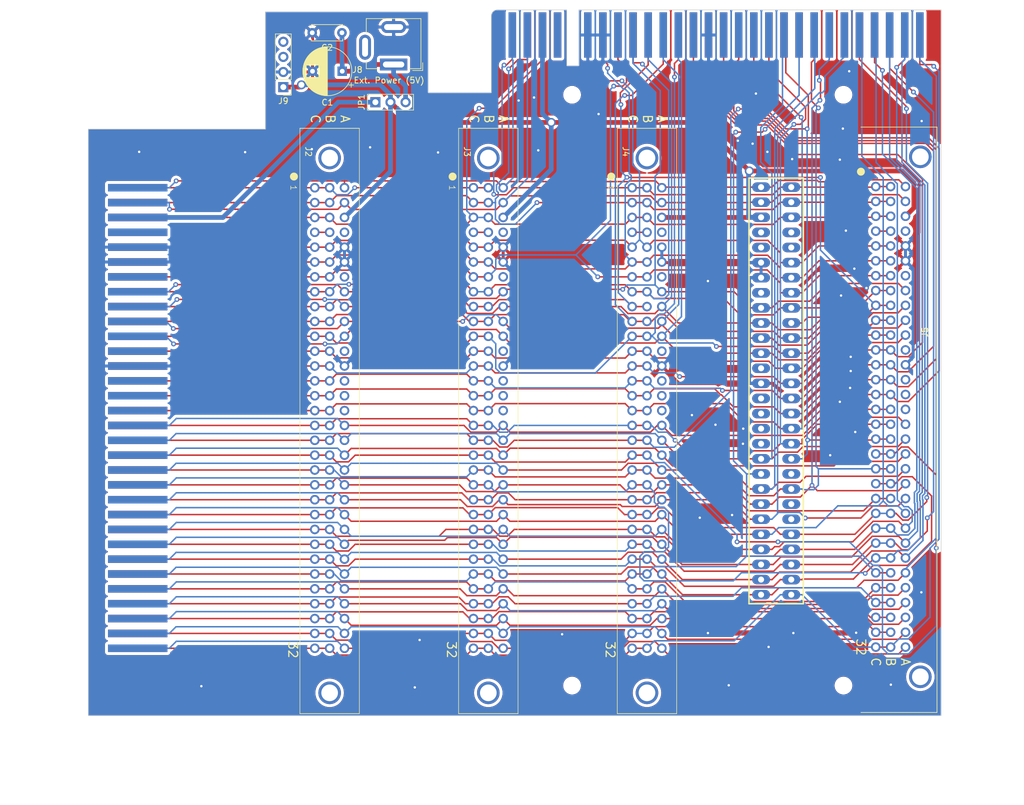
<source format=kicad_pcb>
(kicad_pcb (version 20221018) (generator pcbnew)
  (layers (0 "F.Cu" signal) (31 "B.Cu" signal) (34 "B.Paste" user) (35 "F.Paste" user) (36 "B.SilkS" user "B.Silkscreen") (37 "F.SilkS" user "F.Silkscreen") (38 "B.Mask" user) (39 "F.Mask" user) (44 "Edge.Cuts" user))
  (net 0 "")
  (net 1 "A15")
  (net 2 "A13")
  (net 3 "D7")
  (net 5 "D0")
  (net 6 "D1")
  (net 7 "D2")
  (net 8 "D6")
  (net 9 "D5")
  (net 10 "D3")
  (net 11 "D4")
  (net 12 "ПРL")
  (net 13 "НПРL")
  (net 14 "СТОПL")
  (net 15 "ОЗУL")
  (net 16 "ВУL")
  (net 17 "ЧТL")
  (net 18 "ЗПL")
  (net 19 "B19_SNP")
  (net 20 "ОЖИДL")
  (net 21 "B21_SNP")
  (net 22 "B22_SNP")
  (net 23 "M1L")
  (net 24 "РГНL")
  (net 25 "A8")
  (net 26 "A10")
  (net 27 "СБРОСL")
  (net 28 "B28_SNP")
  (net 29 "B29_SNP")
  (net 30 "B30_SNP")
  (net 31 "B31_SNP")
  (net 32 "B32_SNP")
  (net 33 "A14")
  (net 34 "A12")
  (net 35 "+5V")
  (net 37 "GND")
  (net 39 "A0")
  (net 40 "A1")
  (net 41 "A2")
  (net 42 "A3")
  (net 47 "STROBL")
  (net 48 "ЗАПРШL")
  (net 49 "A19_SNP")
  (net 50 "A7")
  (net 51 "A6")
  (net 52 "A5")
  (net 53 "A4")
  (net 54 "ЧТПЗУL")
  (net 55 "ПЗШL")
  (net 56 "A9")
  (net 57 "A11")
  (net 58 "A28_SNP")
  (net 59 "A29_SNP")
  (net 60 "A30_SNP")
  (net 61 "A31_SNP")
  (net 62 "BUSY")
  (net 63 "unconnected-(J2-Pad4)")
  (net 70 "unconnected-(J3-Pad4)")
  (net 77 "unconnected-(J4-Pad4)")
  (net 84 "unconnected-(J5-Pad4)")
  (net 113 "Net-(JP1-B)")
  (net 114 "5V_connector")
  (footprint "Backplane_2:snp59_96_male_straight" (layer "F.Cu") (at 155.004 46.175 90)
    (fp_text reference "J3")
    (fp_text value "SNP_female_straight")
  )
  (footprint "MountingHole:MountingHole_2.5mm" (layer "F.Cu") (at 212.26839 30.53641)
    (fp_text reference "H3" hide)
    (fp_text value "MountingHole_2.5mm")
  )
  (footprint "Backplane_2:snp59_96_male_straight" (layer "F.Cu") (at 128.304 46.175 90)
    (fp_text reference "J2")
    (fp_text value "SNP_female_straight")
  )
  (footprint "Backplane_2:snp59_96_female_angle_3" (layer "F.Cu") (at 222.704 45.975 90)
    (fp_text reference "J5")
    (fp_text value "SNP_male_angle")
  )
  (footprint "Backplane_2:C_Disc_D5.0mm_W2.5mm_P5.00mm" (layer "F.Cu") (at 127.875 20.097 180)
    (fp_text reference "C2")
    (fp_text value "0.1uF")
  )
  (footprint "Backplane_2:PinHeader_1x04_P2.54mm_Vertical" (layer "F.Cu") (at 118.00899 29.24101 180)
    (fp_text reference "J9")
    (fp_text value "Conn_01x04")
  )
  (footprint "Backplane_2:BarrelJack_GCT_DCJ200-10-A_Horizontal" (layer "F.Cu") (at 136.566 25.439 180)
    (fp_text reference "J8")
    (fp_text value "Ext. Power (5V)")
  )
  (footprint "Backplane_2:snp_straight" (layer "F.Cu") (at 98.504 124.31 90)
    (fp_text reference "J1" hide)
    (fp_text value "SNP_female_straight" hide)
  )
  (footprint "MountingHole:MountingHole_2.5mm" (layer "F.Cu") (at 166.59919 129.95201)
    (fp_text reference "H2" hide)
    (fp_text value "MountingHole_2.5mm")
  )
  (footprint "Backplane_2:PinHeader_1x03_P2.54mm_Vertical" (layer "F.Cu") (at 133.503 31.781 90)
    (fp_text reference "JP1")
    (fp_text value "Jumper_3_Open")
  )
  (footprint "MountingHole:MountingHole_2.5mm" (layer "F.Cu") (at 166.59919 30.53641)
    (fp_text reference "H1" hide)
    (fp_text value "MountingHole_2.5mm")
  )
  (footprint "Backplane_2:Spectrum_edge_slot_FIXED" (layer "F.Cu") (at 200.944 84.175 90)
    (fp_text reference "J7" hide)
    (fp_text value "zx_bus" hide)
  )
  (footprint "Backplane_2:CP_Radial_D8.0mm_P5.00mm" (layer "F.Cu") (at 127.9221 26.574 180)
    (fp_text reference "C1")
    (fp_text value "1000uF 10V")
  )
  (footprint "Backplane_2:snp59_96_male_straight" (layer "F.Cu") (at 181.704 46.175 90)
    (fp_text reference "J4")
    (fp_text value "SNP_female_straight")
  )
  (footprint "Backplane_2:ZX SPECTRUM EDGE CONNECTOR (HORIZONTAL)" (layer "F.Cu") (at 190.831 20.729 180)
    (fp_text reference "J6" hide)
    (fp_text value "zx_bus" hide)
  )
  (footprint "MountingHole:MountingHole_2.5mm" (layer "F.Cu") (at 212.26839 129.95201)
    (fp_text reference "H4" hide)
    (fp_text value "MountingHole_2.5mm")
  )
  (gr_line (start 165.71199 25.64352) (end 165.71199 16.24552) (stroke (width 0.1)) (layer "Edge.Cuts"))
  (gr_line (start 167.74399 25.64352) (end 165.71199 25.64352) (stroke (width 0.1)) (layer "Edge.Cuts"))
  (gr_line (start 228.70399 135) (end 85.19798 135) (stroke (width 0.1)) (layer "Edge.Cuts"))
  (gr_arc (start 153.01199 17.24552) (mid 153.30488 16.538407) (end 154.01199 16.24552) (stroke (width 0.1)) (layer "Edge.Cuts"))
  (gr_line (start 142.39299 30.17701) (end 153.01199 30.17701) (stroke (width 0.1)) (layer "Edge.Cuts"))
  (gr_line (start 153.01199 17.24552) (end 153.01199 30.17701) (stroke (width 0.1)) (layer "Edge.Cuts"))
  (gr_line (start 142.39299 16.56352) (end 115 16.56352) (stroke (width 0.1)) (layer "Edge.Cuts"))
  (gr_line (start 165.71199 16.24552) (end 154.01199 16.24552) (stroke (width 0.1)) (layer "Edge.Cuts"))
  (gr_line (start 167.74399 16.24552) (end 167.74399 25.64352) (stroke (width 0.1)) (layer "Edge.Cuts"))
  (gr_line (start 228.70399 16.24552) (end 167.74399 16.24552) (stroke (width 0.1)) (layer "Edge.Cuts"))
  (gr_line (start 115 36.30402) (end 115 16.56352) (stroke (width 0.1)) (layer "Edge.Cuts"))
  (gr_line (start 228.70399 16.24552) (end 228.70399 135) (stroke (width 0.1)) (layer "Edge.Cuts"))
  (gr_line (start 85.19798 36.30402) (end 85.19798 135) (stroke (width 0.1)) (layer "Edge.Cuts"))
  (gr_line (start 85.19798 36.30402) (end 115 36.30402) (stroke (width 0.1)) (layer "Edge.Cuts"))
  (gr_line (start 142.39299 16.56352) (end 142.39299 30.17701) (stroke (width 0.1)) (layer "Edge.Cuts"))
  (segment (start 125.804 46.175) (end 123.304 46.175) (width 0.25) (layer "F.Cu") (net 1))
  (segment (start 156.4709 24.6119) (end 156.541 24.6119) (width 0.25) (layer "F.Cu") (net 1))
  (segment (start 93.504 46.175) (end 123.304 46.175) (width 0.25) (layer "F.Cu") (net 1))
  (segment (start 155.5516 47.3547) (end 153.4946 47.3547) (width 0.25) (layer "F.Cu") (net 1))
  (segment (start 200.3924 47.3397) (end 201.6571 46.075) (width 0.25) (layer "F.Cu") (net 1))
  (segment (start 156.541 24.6119) (end 156.541 20.475) (width 0.25) (layer "F.Cu") (net 1))
  (segment (start 217.604 46.075) (end 217.704 45.975) (width 0.25) (layer "F.Cu") (net 1))
  (segment (start 155.545414 25.537386) (end 156.4709 24.6119) (width 0.25) (layer "F.Cu") (net 1))
  (segment (start 152.504 46.175) (end 150.004 46.175) (width 0.25) (layer "F.Cu") (net 1))
  (segment (start 179.204 46.175) (end 180.3687 47.3397) (width 0.25) (layer "F.Cu") (net 1))
  (segment (start 156.7313 46.175) (end 155.5516 47.3547) (width 0.25) (layer "F.Cu") (net 1))
  (segment (start 155.159999 25.537386) (end 155.545414 25.537386) (width 0.25) (layer "F.Cu") (net 1))
  (segment (start 176.704 46.175) (end 156.7313 46.175) (width 0.25) (layer "F.Cu") (net 1))
  (segment (start 153.4946 47.3547) (end 153.4243 47.2844) (width 0.25) (layer "F.Cu") (net 1))
  (segment (start 203.484 46.075) (end 201.6571 46.075) (width 0.25) (layer "F.Cu") (net 1))
  (segment (start 203.484 46.075) (end 217.604 46.075) (width 0.25) (layer "F.Cu") (net 1))
  (segment (start 180.3687 47.3397) (end 200.3924 47.3397) (width 0.25) (layer "F.Cu") (net 1))
  (segment (start 150.004 46.175) (end 130.0208 46.175) (width 0.25) (layer "F.Cu") (net 1))
  (segment (start 176.704 46.175) (end 179.204 46.175) (width 0.25) (layer "F.Cu") (net 1))
  (segment (start 220.204 45.975) (end 217.704 45.975) (width 0.25) (layer "F.Cu") (net 1))
  (via (at 155.159999 25.537386) (size 0.8) (drill 0.4) (layers "F.Cu" "B.Cu") (net 1))
  (via (at 130.0208 46.175) (size 0.8) (drill 0.4) (layers "F.Cu" "B.Cu") (net 1))
  (via (at 153.4243 47.2844) (size 0.8) (drill 0.4) (layers "F.Cu" "B.Cu") (net 1))
  (segment (start 152.504 46.175) (end 153.4243 46.175) (width 0.25) (layer "B.Cu") (net 1))
  (segment (start 155.159999 25.537386) (end 154.8221 25.875285) (width 0.25) (layer "B.Cu") (net 1))
  (segment (start 128.8489 47.3469) (end 130.0208 46.175) (width 0.25) (layer "B.Cu") (net 1))
  (segment (start 154.8221 42.2303) (end 153.4243 43.6281) (width 0.25) (layer "B.Cu") (net 1))
  (segment (start 125.804 46.175) (end 126.9759 47.3469) (width 0.25) (layer "B.Cu") (net 1))
  (segment (start 153.4243 43.6281) (end 153.4243 46.175) (width 0.25) (layer "B.Cu") (net 1))
  (segment (start 126.9759 47.3469) (end 128.8489 47.3469) (width 0.25) (layer "B.Cu") (net 1))
  (segment (start 154.8221 25.875285) (end 154.8221 42.2303) (width 0.25) (layer "B.Cu") (net 1))
  (segment (start 153.4243 46.175) (end 153.4243 47.2844) (width 0.25) (layer "B.Cu") (net 1))
  (segment (start 123.304 48.675) (end 125.804 48.675) (width 0.25) (layer "F.Cu") (net 2))
  (segment (start 220.204 48.475) (end 217.704 48.475) (width 0.25) (layer "F.Cu") (net 2))
  (segment (start 152.504 48.675) (end 150.004 48.675) (width 0.25) (layer "F.Cu") (net 2))
  (segment (start 217.704 48.475) (end 217.564 48.615) (width 0.25) (layer "F.Cu") (net 2))
  (segment (start 148.8361 47.5071) (end 126.9719 47.5071) (width 0.25) (layer "F.Cu") (net 2))
  (segment (start 180.3678 49.8388) (end 179.204 48.675) (width 0.25) (layer "F.Cu") (net 2))
  (segment (start 176.704 48.675) (end 160.6934 48.675) (width 0.25) (layer "F.Cu") (net 2))
  (segment (start 200.4333 49.8388) (end 180.3678 49.8388) (width 0.25) (layer "F.Cu") (net 2))
  (segment (start 150.004 48.675) (end 148.8361 47.5071) (width 0.25) (layer "F.Cu") (net 2))
  (segment (start 126.9719 47.5071) (end 125.804 48.675) (width 0.25) (layer "F.Cu") (net 2))
  (segment (start 203.484 48.615) (end 201.6571 48.615) (width 0.25) (layer "F.Cu") (net 2))
  (segment (start 179.204 48.675) (end 176.704 48.675) (width 0.25) (layer "F.Cu") (net 2))
  (segment (start 159.081 24.6119) (end 157.4944 24.6119) (width 0.25) (layer "F.Cu") (net 2))
  (segment (start 93.504 48.675) (end 123.304 48.675) (width 0.25) (layer "F.Cu") (net 2))
  (segment (start 201.6571 48.615) (end 200.4333 49.8388) (width 0.25) (layer "F.Cu") (net 2))
  (segment (start 217.564 48.615) (end 203.484 48.615) (width 0.25) (layer "F.Cu") (net 2))
  (segment (start 157.4944 24.6119) (end 155.9214 26.1849) (width 0.25) (layer "F.Cu") (net 2))
  (segment (start 159.081 20.475) (end 159.081 24.6119) (width 0.25) (layer "F.Cu") (net 2))
  (via (at 155.9214 26.1849) (size 0.8) (drill 0.4) (layers "F.Cu" "B.Cu") (net 2))
  (via (at 160.6934 48.675) (size 0.8) (drill 0.4) (layers "F.Cu" "B.Cu") (net 2))
  (segment (start 153.703 48.675) (end 153.703 48.0534) (width 0.25) (layer "B.Cu") (net 2))
  (segment (start 153.703 48.0534) (end 154.1709 47.5855) (width 0.25) (layer "B.Cu") (net 2))
  (segment (start 157.0558 52.3126) (end 160.6934 48.675) (width 0.25) (layer "B.Cu") (net 2))
  (segment (start 154.1709 46.9785) (end 153.8771 46.6847) (width 0.25) (layer "B.Cu") (net 2))
  (segment (start 153.703 48.675) (end 153.703 51.4784) (width 0.25) (layer "B.Cu") (net 2))
  (segment (start 153.8771 45.7083) (end 155.9214 43.664) (width 0.25) (layer "B.Cu") (net 2))
  (segment (start 152.504 48.675) (end 153.703 48.675) (width 0.25) (layer "B.Cu") (net 2))
  (segment (start 154.5372 52.3126) (end 157.0558 52.3126) (width 0.25) (layer "B.Cu") (net 2))
  (segment (start 155.9214 43.664) (end 155.9214 26.1849) (width 0.25) (layer "B.Cu") (net 2))
  (segment (start 153.8771 46.6847) (end 153.8771 45.7083) (width 0.25) (layer "B.Cu") (net 2))
  (segment (start 153.703 51.4784) (end 154.5372 52.3126) (width 0.25) (layer "B.Cu") (net 2))
  (segment (start 154.1709 47.5855) (end 154.1709 46.9785) (width 0.25) (layer "B.Cu") (net 2))
  (segment (start 179.204 51.175) (end 176.704 51.175) (width 0.25) (layer "F.Cu") (net 3))
  (segment (start 161.621 20.475) (end 161.621 24.6119) (width 0.25) (layer "F.Cu") (net 3))
  (segment (start 176.704 51.175) (end 175.5771 52.3019) (width 0.25) (layer "F.Cu") (net 3))
  (segment (start 220.204 50.975) (end 217.704 50.975) (width 0.25) (layer "F.Cu") (net 3))
  (segment (start 126.9354 52.3064) (end 148.8726 52.3064) (width 0.25) (layer "F.Cu") (net 3))
  (segment (start 123.304 51.175) (end 125.804 51.175) (width 0.25) (layer "F.Cu") (net 3))
  (segment (start 161.621 24.6119) (end 153.4341 32.7988) (width 0.25) (layer "F.Cu") (net 3))
  (segment (start 153.4341 32.7988) (end 150.9644 32.7988) (width 0.25) (layer "F.Cu") (net 3))
  (segment (start 200.4626 52.3495) (end 180.3785 52.3495) (width 0.25) (layer "F.Cu") (net 3))
  (segment (start 93.504 51.175) (end 123.304 51.175) (width 0.25) (layer "F.Cu") (net 3))
  (segment (start 125.804 51.175) (end 126.9354 52.3064) (width 0.25) (layer "F.Cu") (net 3))
  (segment (start 175.5771 52.3019) (end 153.6309 52.3019) (width 0.25) (layer "F.Cu") (net 3))
  (segment (start 217.524 51.155) (end 203.484 51.155) (width 0.25) (layer "F.Cu") (net 3))
  (segment (start 153.6309 52.3019) (end 152.504 51.175) (width 0.25) (layer "F.Cu") (net 3))
  (segment (start 217.704 50.975) (end 217.524 51.155) (width 0.25) (layer "F.Cu") (net 3))
  (segment (start 148.8726 52.3064) (end 150.004 51.175) (width 0.25) (layer "F.Cu") (net 3))
  (segment (start 203.484 51.155) (end 201.6571 51.155) (width 0.25) (layer "F.Cu") (net 3))
  (segment (start 201.6571 51.155) (end 200.4626 52.3495) (width 0.25) (layer "F.Cu") (net 3))
  (segment (start 180.3785 52.3495) (end 179.204 51.175) (width 0.25) (layer "F.Cu") (net 3))
  (via (at 150.9644 32.7988) (size 0.8) (drill 0.4) (layers "F.Cu" "B.Cu") (net 3))
  (segment (start 150.9644 32.7988) (end 148.8771 34.8861) (width 0.25) (layer "B.Cu") (net 3))
  (segment (start 148.8771 50.0481) (end 150.004 51.175) (width 0.25) (layer "B.Cu") (net 3))
  (segment (start 148.8771 34.8861) (end 148.8771 50.0481) (width 0.25) (layer "B.Cu") (net 3))
  (segment (start 152.504 51.175) (end 150.004 51.175) (width 0.25) (layer "B.Cu") (net 3))
  (segment (start 220.204 55.975) (end 217.704 55.975) (width 0.25) (layer "F.Cu") (net 5))
  (segment (start 175.5321 55.0031) (end 153.6759 55.0031) (width 0.25) (layer "F.Cu") (net 5))
  (segment (start 148.8771 55.0481) (end 150.004 56.175) (width 0.25) (layer "F.Cu") (net 5))
  (segment (start 176.704 56.175) (end 175.5321 55.0031) (width 0.25) (layer "F.Cu") (net 5))
  (segment (start 93.504 56.175) (end 123.304 56.175) (width 0.25) (layer "F.Cu") (net 5))
  (segment (start 201.6571 57.153) (end 201.6571 58.775) (width 0.25) (layer "F.Cu") (net 5))
  (segment (start 203.484 58.775) (end 201.6571 58.775) (width 0.25) (layer "F.Cu") (net 5))
  (segment (start 208.1109 55.975) (end 217.704 55.975) (width 0.25) (layer "F.Cu") (net 5))
  (segment (start 152.504 56.175) (end 150.004 56.175) (width 0.25) (layer "F.Cu") (net 5))
  (segment (start 203.484 58.775) (end 205.3109 58.775) (width 0.25) (layer "F.Cu") (net 5))
  (segment (start 205.3109 58.775) (end 208.1109 55.975) (width 0.25) (layer "F.Cu") (net 5))
  (segment (start 169.241 20.475) (end 169.241 24.6119) (width 0.25) (layer "F.Cu") (net 5))
  (segment (start 169.241 24.6119) (end 172.8161 28.187) (width 0.25) (layer "F.Cu") (net 5))
  (segment (start 180.3373 55.0417) (end 199.5458 55.0417) (width 0.25) (layer "F.Cu") (net 5))
  (segment (start 179.204 56.175) (end 180.3373 55.0417) (width 0.25) (layer "F.Cu") (net 5))
  (segment (start 125.804 56.175) (end 126.9309 55.0481) (width 0.25) (layer "F.Cu") (net 5))
  (segment (start 123.304 56.175) (end 125.804 56.175) (width 0.25) (layer "F.Cu") (net 5))
  (segment (start 153.6759 55.0031) (end 152.504 56.175) (width 0.25) (layer "F.Cu") (net 5))
  (segment (start 126.9309 55.0481) (end 148.8771 55.0481) (width 0.25) (layer "F.Cu") (net 5))
  (segment (start 199.5458 55.0417) (end 201.6571 57.153) (width 0.25) (layer "F.Cu") (net 5))
  (segment (start 172.8161 28.187) (end 174.9875 28.187) (width 0.25) (layer "F.Cu") (net 5))
  (via (at 174.9875 28.187) (size 0.8) (drill 0.4) (layers "F.Cu" "B.Cu") (net 5))
  (segment (start 177.954 43.4905) (end 176.8091 42.3456) (width 0.25) (layer "B.Cu") (net 5))
  (segment (start 177.954 54.925) (end 179.204 56.175) (width 0.25) (layer "B.Cu") (net 5))
  (segment (start 176.8091 42.3456) (end 176.8091 30.0086) (width 0.25) (layer "B.Cu") (net 5))
  (segment (start 176.8091 30.0086) (end 174.9875 28.187) (width 0.25) (layer "B.Cu") (net 5))
  (segment (start 177.954 54.925) (end 177.954 43.4905) (width 0.25) (layer "B.Cu") (net 5))
  (segment (start 176.704 56.175) (end 177.954 54.925) (width 0.25) (layer "B.Cu") (net 5))
  (segment (start 204.3975 61.315) (end 205.3109 61.315) (width 0.25) (layer "F.Cu") (net 6))
  (segment (start 203.484 61.315) (end 201.6571 61.315) (width 0.25) (layer "F.Cu") (net 6))
  (segment (start 179.204 58.675) (end 180.3415 57.5375) (width 0.25) (layer "F.Cu") (net 6))
  (segment (start 171.781 24.6119) (end 172.5802 25.4111) (width 0.25) (layer "F.Cu") (net 6))
  (segment (start 175.5447 59.8343) (end 153.6633 59.8343) (width 0.25) (layer "F.Cu") (net 6))
  (segment (start 93.504 58.675) (end 123.304 58.675) (width 0.25) (layer "F.Cu") (net 6))
  (segment (start 126.9759 57.5031) (end 148.8321 57.5031) (width 0.25) (layer "F.Cu") (net 6))
  (segment (start 172.5802 25.4111) (end 172.5802 26.0693) (width 0.25) (layer "F.Cu") (net 6))
  (segment (start 199.5016 57.5375) (end 201.6571 59.693) (width 0.25) (layer "F.Cu") (net 6))
  (segment (start 180.3415 57.5375) (end 199.5016 57.5375) (width 0.25) (layer "F.Cu") (net 6))
  (segment (start 220.204 58.475) (end 217.704 58.475) (width 0.25) (layer "F.Cu") (net 6))
  (segment (start 125.804 58.675) (end 126.9759 57.5031) (width 0.25) (layer "F.Cu") (net 6))
  (segment (start 201.6571 59.693) (end 201.6571 61.315) (width 0.25) (layer "F.Cu") (net 6))
  (segment (start 148.8321 57.5031) (end 150.004 58.675) (width 0.25) (layer "F.Cu") (net 6))
  (segment (start 176.704 58.675) (end 175.5447 59.8343) (width 0.25) (layer "F.Cu") (net 6))
  (segment (start 153.6633 59.8343) (end 152.504 58.675) (width 0.25) (layer "F.Cu") (net 6))
  (segment (start 204.3975 61.315) (end 203.484 61.315) (width 0.25) (layer "F.Cu") (net 6))
  (segment (start 171.781 20.475) (end 171.781 24.6119) (width 0.25) (layer "F.Cu") (net 6))
  (segment (start 176.704 58.675) (end 179.204 58.675) (width 0.25) (layer "F.Cu") (net 6))
  (segment (start 152.504 58.675) (end 150.004 58.675) (width 0.25) (layer "F.Cu") (net 6))
  (segment (start 123.304 58.675) (end 125.804 58.675) (width 0.25) (layer "F.Cu") (net 6))
  (segment (start 208.1509 58.475) (end 217.704 58.475) (width 0.25) (layer "F.Cu") (net 6))
  (segment (start 205.3109 61.315) (end 208.1509 58.475) (width 0.25) (layer "F.Cu") (net 6))
  (via (at 172.5802 26.0693) (size 0.8) (drill 0.4) (layers "F.Cu" "B.Cu") (net 6))
  (segment (start 172.5802 26.8993) (end 172.5802 26.0693) (width 0.25) (layer "B.Cu") (net 6))
  (segment (start 175.2469 29.566) (end 172.5802 26.8993) (width 0.25) (layer "B.Cu") (net 6))
  (segment (start 175.5419 45.7281) (end 176.5545 44.7155) (width 0.25) (layer "B.Cu") (net 6))
  (segment (start 176.5545 44.7155) (end 176.5545 44.1133) (width 0.25) (layer "B.Cu") (net 6))
  (segment (start 176.5545 44.1133) (end 176.2205 43.7793) (width 0.25) (layer "B.Cu") (net 6))
  (segment (start 176.704 58.675) (end 175.5419 57.5129) (width 0.25) (layer "B.Cu") (net 6))
  (segment (start 176.2205 43.7793) (end 176.2205 30.2579) (width 0.25) (layer "B.Cu") (net 6))
  (segment (start 175.5286 29.566) (end 175.2469 29.566) (width 0.25) (layer "B.Cu") (net 6))
  (segment (start 175.5419 57.5129) (end 175.5419 45.7281) (width 0.25) (layer "B.Cu") (net 6))
  (segment (start 176.2205 30.2579) (end 175.5286 29.566) (width 0.25) (layer "B.Cu") (net 6))
  (segment (start 179.204 61.175) (end 180.3666 60.0124) (width 0.25) (layer "F.Cu") (net 7))
  (segment (start 203.484 63.855) (end 205.3109 63.855) (width 0.25) (layer "F.Cu") (net 7))
  (segment (start 175.7488 26.0397) (end 175.7488 28.4643) (width 0.25) (layer "F.Cu") (net 7))
  (segment (start 125.804 61.175) (end 126.9309 60.0481) (width 0.25) (layer "F.Cu") (net 7))
  (segment (start 199.4365 60.0124) (end 201.6571 62.233) (width 0.25) (layer "F.Cu") (net 7))
  (segment (start 148.8771 60.0481) (end 150.004 61.175) (width 0.25) (layer "F.Cu") (net 7))
  (segment (start 126.9309 60.0481) (end 148.8771 60.0481) (width 0.25) (layer "F.Cu") (net 7))
  (segment (start 150.004 61.175) (end 152.504 61.175) (width 0.25) (layer "F.Cu") (net 7))
  (segment (start 175.7488 28.4643) (end 175.1355 29.0776) (width 0.25) (layer "F.Cu") (net 7))
  (segment (start 180.3666 60.0124) (end 199.4365 60.0124) (width 0.25) (layer "F.Cu") (net 7))
  (segment (start 217.704 60.975) (end 220.204 60.975) (width 0.25) (layer "F.Cu") (net 7))
  (segment (start 203.484 63.855) (end 201.6571 63.855) (width 0.25) (layer "F.Cu") (net 7))
  (segment (start 175.1355 29.0776) (end 173.6069 29.0776) (width 0.25) (layer "F.Cu") (net 7))
  (segment (start 179.204 61.175) (end 176.704 61.175) (width 0.25) (layer "F.Cu") (net 7))
  (segment (start 201.6571 62.233) (end 201.6571 63.855) (width 0.25) (layer "F.Cu") (net 7))
  (segment (start 176.704 61.175) (end 170.9302 61.175) (width 0.25) (layer "F.Cu") (net 7))
  (segment (start 174.321 20.475) (end 174.321 24.6119) (width 0.25) (layer "F.Cu") (net 7))
  (segment (start 208.1909 60.975) (end 217.704 60.975) (width 0.25) (layer "F.Cu") (net 7))
  (segment (start 205.3109 63.855) (end 208.1909 60.975) (width 0.25) (layer "F.Cu") (net 7))
  (segment (start 174.321 24.6119) (end 175.7488 26.0397) (width 0.25) (layer "F.Cu") (net 7))
  (segment (start 123.304 61.175) (end 93.504 61.175) (width 0.25) (layer "F.Cu") (net 7))
  (segment (start 125.804 61.175) (end 123.304 61.175) (width 0.25) (layer "F.Cu") (net 7))
  (segment (start 170.9302 61.175) (end 170.9239 61.1687) (width 0.25) (layer "F.Cu") (net 7))
  (via (at 170.9239 61.1687) (size 0.8) (drill 0.4) (layers "F.Cu" "B.Cu") (net 7))
  (via (at 173.6069 29.0776) (size 0.8) (drill 0.4) (layers "F.Cu" "B.Cu") (net 7))
  (segment (start 173.6069 29.0776) (end 173.0597 29.6248) (width 0.25) (layer "B.Cu") (net 7))
  (segment (start 154.5216 57.4873) (end 153.754 58.2549) (width 0.25) (layer "B.Cu") (net 7))
  (segment (start 153.754 58.2549) (end 153.754 59.925) (width 0.25) (layer "B.Cu") (net 7))
  (segment (start 173.0597 51.6701) (end 167.2425 57.4873) (width 0.25) (layer "B.Cu") (net 7))
  (segment (start 153.754 59.925) (end 152.504 61.175) (width 0.25) (layer "B.Cu") (net 7))
  (segment (start 170.9239 61.1687) (end 167.2425 57.4873) (width 0.25) (layer "B.Cu") (net 7))
  (segment (start 173.0597 29.6248) (end 173.0597 51.6701) (width 0.25) (layer "B.Cu") (net 7))
  (segment (start 167.2425 57.4873) (end 154.5216 57.4873) (width 0.25) (layer "B.Cu") (net 7))
  (segment (start 93.504 63.675) (end 98.8309 63.675) (width 0.25) (layer "F.Cu") (net 8))
  (segment (start 179.204 63.675) (end 180.3309 64.8019) (width 0.25) (layer "F.Cu") (net 8))
  (segment (start 214.784 66.395) (end 217.704 63.475) (width 0.25) (layer "F.Cu") (net 8))
  (segment (start 176.704 63.675) (end 175.5321 62.5031) (width 0.25) (layer "F.Cu") (net 8))
  (segment (start 192.1232 64.8019) (end 194.8909 67.5696) (width 0.25) (layer "F.Cu") (net 8))
  (segment (start 125.804 63.675) (end 123.304 63.675) (width 0.25) (layer "F.Cu") (net 8))
  (segment (start 178.21411 25.15161) (end 176.861 25.15161) (width 0.25) (layer "F.Cu") (net 8))
  (segment (start 200.4825 67.5696) (end 201.6571 66.395) (width 0.25) (layer "F.Cu") (net 8))
  (segment (start 150.004 63.675) (end 148.754 62.425) (width 0.25) (layer "F.Cu") (net 8))
  (segment (start 205.3109 66.395) (end 214.784 66.395) (width 0.25) (layer "F.Cu") (net 8))
  (segment (start 148.754 62.425) (end 129.0464 62.425) (width 0.25) (layer "F.Cu") (net 8))
  (segment (start 203.484 66.395) (end 205.3109 66.395) (width 0.25) (layer "F.Cu") (net 8))
  (segment (start 123.304 63.675) (end 98.8309 63.675) (width 0.25) (layer "F.Cu") (net 8))
  (segment (start 176.861 25.15161) (end 176.861 20.475) (width 0.25) (layer "F.Cu") (net 8))
  (segment (start 179.204 63.675) (end 176.704 63.675) (width 0.25) (layer "F.Cu") (net 8))
  (segment (start 194.8909 67.5696) (end 200.4825 67.5696) (width 0.25) (layer "F.Cu") (net 8))
  (segment (start 175.5321 62.5031) (end 153.6759 62.5031) (width 0.25) (layer "F.Cu") (net 8))
  (segment (start 153.6759 62.5031) (end 152.504 63.675) (width 0.25) (layer "F.Cu") (net 8))
  (segment (start 203.484 66.395) (end 201.6571 66.395) (width 0.25) (layer "F.Cu") (net 8))
  (segment (start 220.204 63.475) (end 217.704 63.475) (width 0.25) (layer "F.Cu") (net 8))
  (segment (start 180.3309 64.8019) (end 192.1232 64.8019) (width 0.25) (layer "F.Cu") (net 8))
  (segment (start 178.42645 25.36395) (end 178.21411 25.15161) (width 0.25) (layer "F.Cu") (net 8))
  (via (at 129.0464 62.425) (size 0.8) (drill 0.4) (layers "F.Cu" "B.Cu") (net 8))
  (via (at 178.42645 25.36395) (size 0.8) (drill 0.4) (layers "F.Cu" "B.Cu") (net 8))
  (segment (start 129.0464 62.425) (end 127.054 62.425) (width 0.25) (layer "B.Cu") (net 8))
  (segment (start 182.8539 29.7914) (end 182.8539 64.1435) (width 0.25) (layer "B.Cu") (net 8))
  (segment (start 182.149 64.8484) (end 180.3774 64.8484) (width 0.25) (layer "B.Cu") (net 8))
  (segment (start 182.8539 64.1435) (end 182.149 64.8484) (width 0.25) (layer "B.Cu") (net 8))
  (segment (start 178.42645 25.36395) (end 182.8539 29.7914) (width 0.25) (layer "B.Cu") (net 8))
  (segment (start 127.054 62.425) (end 125.804 63.675) (width 0.25) (layer "B.Cu") (net 8))
  (segment (start 152.504 63.675) (end 150.004 63.675) (width 0.25) (layer "B.Cu") (net 8))
  (segment (start 180.3774 64.8484) (end 179.204 63.675) (width 0.25) (layer "B.Cu") (net 8))
  (segment (start 93.504 66.175) (end 123.304 66.175) (width 0.25) (layer "F.Cu") (net 9))
  (segment (start 174.7185 32.0829) (end 174.8125 32.1769) (width 0.25) (layer "F.Cu") (net 9))
  (segment (start 175.5358 65.0068) (end 176.704 66.175) (width 0.25) (layer "F.Cu") (net 9))
  (segment (start 176.704 66.175) (end 179.204 66.175) (width 0.25) (layer "F.Cu") (net 9))
  (segment (start 123.304 66.175) (end 125.804 66.175) (width 0.25) (layer "F.Cu") (net 9))
  (segment (start 206.2788 67.9671) (end 205.3109 68.935) (width 0.25) (layer "F.Cu") (net 9))
  (segment (start 179.401 24.6119) (end 179.401 25.5228) (width 0.25) (layer "F.Cu") (net 9))
  (segment (start 154.3091 65.0068) (end 175.5358 65.0068) (width 0.25) (layer "F.Cu") (net 9))
  (segment (start 179.401 25.5228) (end 174.7185 30.2053) (width 0.25) (layer "F.Cu") (net 9))
  (segment (start 175.8581 44.4449) (end 175.8276 44.4144) (width 0.25) (layer "F.Cu") (net 9))
  (segment (start 150.004 66.175) (end 152.504 66.175) (width 0.25) (layer "F.Cu") (net 9))
  (segment (start 215.7119 67.9671) (end 206.2788 67.9671) (width 0.25) (layer "F.Cu") (net 9))
  (segment (start 217.704 65.975) (end 215.7119 67.9671) (width 0.25) (layer "F.Cu") (net 9))
  (segment (start 152.504 66.175) (end 153.1409 66.175) (width 0.25) (layer "F.Cu") (net 9))
  (segment (start 148.217 65.0271) (end 149.3649 66.175) (width 0.25) (layer "F.Cu") (net 9))
  (segment (start 174.7185 30.2053) (end 174.7185 32.0829) (width 0.25) (layer "F.Cu") (net 9))
  (segment (start 153.1409 66.175) (end 154.3091 65.0068) (width 0.25) (layer "F.Cu") (net 9))
  (segment (start 220.204 65.975) (end 217.704 65.975) (width 0.25) (layer "F.Cu") (net 9))
  (segment (start 203.484 68.935) (end 205.3109 68.935) (width 0.25) (layer "F.Cu") (net 9))
  (segment (start 208.3952 44.4449) (end 175.8581 44.4449) (width 0.25) (layer "F.Cu") (net 9))
  (segment (start 125.804 66.175) (end 126.9519 65.0271) (width 0.25) (layer "F.Cu") (net 9))
  (segment (start 179.401 20.475) (end 179.401 24.6119) (width 0.25) (layer "F.Cu") (net 9))
  (segment (start 126.9519 65.0271) (end 148.217 65.0271) (width 0.25) (layer "F.Cu") (net 9))
  (segment (start 149.3649 66.175) (end 150.004 66.175) (width 0.25) (layer "F.Cu") (net 9))
  (via (at 174.8125 32.1769) (size 0.8) (drill 0.4) (layers "F.Cu" "B.Cu") (net 9))
  (via (at 208.3952 44.4449) (size 0.8) (drill 0.4) (layers "F.Cu" "B.Cu") (net 9))
  (via (at 175.8276 44.4144) (size 0.8) (drill 0.4) (layers "F.Cu" "B.Cu") (net 9))
  (segment (start 174.8125 43.3993) (end 175.8276 44.4144) (width 0.25) (layer "B.Cu") (net 9))
  (segment (start 174.382 63.853) (end 176.704 66.175) (width 0.25) (layer "B.Cu") (net 9))
  (segment (start 217.704 65.975) (end 208.3952 56.6662) (width 0.25) (layer "B.Cu") (net 9))
  (segment (start 174.382 45.86) (end 174.382 63.853) (width 0.25) (layer "B.Cu") (net 9))
  (segment (start 208.3952 56.6662) (end 208.3952 44.4449) (width 0.25) (layer "B.Cu") (net 9))
  (segment (start 174.8125 32.1769) (end 174.8125 43.3993) (width 0.25) (layer "B.Cu") (net 9))
  (segment (start 175.8276 44.4144) (end 174.382 45.86) (width 0.25) (layer "B.Cu") (net 9))
  (segment (start 216.8922 69.2868) (end 217.704 68.475) (width 0.25) (layer "F.Cu") (net 10))
  (segment (start 152.5062 68.675) (end 153.652 67.5292) (width 0.25) (layer "F.Cu") (net 10))
  (segment (start 205.3109 71.475) (end 206.4018 71.475) (width 0.25) (layer "F.Cu") (net 10))
  (segment (start 175.2936 67.5292) (end 176.4394 68.675) (width 0.25) (layer "F.Cu") (net 10))
  (segment (start 181.941 25.3546) (end 176.6501 30.6455) (width 0.25) (layer "F.Cu") (net 10))
  (segment (start 152.504 68.675) (end 152.5062 68.675) (width 0.25) (layer "F.Cu") (net 10))
  (segment (start 150.004 68.675) (end 149.2927 68.675) (width 0.25) (layer "F.Cu") (net 10))
  (segment (start 176.704 68.675) (end 179.204 68.675) (width 0.25) (layer "F.Cu") (net 10))
  (segment (start 201.6571 71.475) (end 200.5302 70.3481) (width 0.25) (layer "F.Cu") (net 10))
  (segment (start 200.5302 70.3481) (end 184.9708 70.3481) (width 0.25) (layer "F.Cu") (net 10))
  (segment (start 182.1708 67.5481) (end 181.1025 67.5481) (width 0.25) (layer "F.Cu") (net 10))
  (segment (start 179.9756 68.675) (end 179.204 68.675) (width 0.25) (layer "F.Cu") (net 10))
  (segment (start 153.652 67.5292) (end 175.2936 67.5292) (width 0.25) (layer "F.Cu") (net 10))
  (segment (start 176.6501 30.6455) (end 175.4454 30.6455) (width 0.25) (layer "F.Cu") (net 10))
  (segment (start 220.204 68.475) (end 217.704 68.475) (width 0.25) (layer "F.Cu") (net 10))
  (segment (start 176.4394 68.675) (end 176.704 68.675) (width 0.25) (layer "F.Cu") (net 10))
  (segment (start 203.2005 71.475) (end 203.484 71.475) (width 0.25) (layer "F.Cu") (net 10))
  (segment (start 93.504 68.675) (end 123.304 68.675) (width 0.25) (layer "F.Cu") (net 10))
  (segment (start 208.59 69.2868) (end 216.8922 69.2868) (width 0.25) (layer "F.Cu") (net 10))
  (segment (start 150.004 68.675) (end 152.504 68.675) (width 0.25) (layer "F.Cu") (net 10))
  (segment (start 203.2005 71.475) (end 201.6571 71.475) (width 0.25) (layer "F.Cu") (net 10))
  (segment (start 148.1341 67.5164) (end 126.9626 67.5164) (width 0.25) (layer "F.Cu") (net 10))
  (segment (start 181.1025 67.5481) (end 179.9756 68.675) (width 0.25) (layer "F.Cu") (net 10))
  (segment (start 206.4018 71.475) (end 208.59 69.2868) (width 0.25) (layer "F.Cu") (net 10))
  (segment (start 149.2927 68.675) (end 148.1341 67.5164) (width 0.25) (layer "F.Cu") (net 10))
  (segment (start 126.9626 67.5164) (end 125.804 68.675) (width 0.25) (layer "F.Cu") (net 10))
  (segment (start 181.941 20.475) (end 181.941 25.3546) (width 0.25) (layer "F.Cu") (net 10))
  (segment (start 203.484 71.475) (end 205.3109 71.475) (width 0.25) (layer "F.Cu") (net 10))
  (segment (start 123.304 68.675) (end 125.804 68.675) (width 0.25) (layer "F.Cu") (net 10))
  (segment (start 184.9708 70.3481) (end 182.1708 67.5481) (width 0.25) (layer "F.Cu") (net 10))
  (via (at 175.4454 30.6455) (size 0.8) (drill 0.4) (layers "F.Cu" "B.Cu") (net 10))
  (segment (start 173.8902 31.9924) (end 173.8902 65.8612) (width 0.25) (layer "B.Cu") (net 10))
  (segment (start 175.4454 30.6455) (end 175.2371 30.6455) (width 0.25) (layer "B.Cu") (net 10))
  (segment (start 175.2371 30.6455) (end 173.8902 31.9924) (width 0.25) (layer "B.Cu") (net 10))
  (segment (start 173.8902 65.8612) (end 176.704 68.675) (width 0.25) (layer "B.Cu") (net 10))
  (segment (start 209.3309 70.975) (end 217.704 70.975) (width 0.25) (layer "F.Cu") (net 11))
  (segment (start 206.2909 74.015) (end 209.3309 70.975) (width 0.25) (layer "F.Cu") (net 11))
  (segment (start 184.481 20.475) (end 184.481 24.6119) (width 0.25) (layer "F.Cu") (net 11))
  (segment (start 148.8771 72.3019) (end 150.004 71.175) (width 0.25) (layer "F.Cu") (net 11))
  (segment (start 125.804 71.175) (end 123.304 71.175) (width 0.25) (layer "F.Cu") (net 11))
  (segment (start 179.204 71.175) (end 176.704 71.175) (width 0.25) (layer "F.Cu") (net 11))
  (segment (start 184.481 24.6119) (end 183.8283 25.2646) (width 0.25) (layer "F.Cu") (net 11))
  (segment (start 125.804 71.175) (end 126.9309 72.3019) (width 0.25) (layer "F.Cu") (net 11))
  (segment (start 126.9309 72.3019) (end 148.8771 72.3019) (width 0.25) (layer "F.Cu") (net 11))
  (segment (start 183.8283 25.2646) (end 183.8283 27.5433) (width 0.25) (layer "F.Cu") (net 11))
  (segment (start 205.3109 74.015) (end 206.2909 74.015) (width 0.25) (layer "F.Cu") (net 11))
  (segment (start 93.504 71.175) (end 98.8309 71.175) (width 0.25) (layer "F.Cu") (net 11))
  (segment (start 150.004 71.175) (end 152.504 71.175) (width 0.25) (layer "F.Cu") (net 11))
  (segment (start 220.204 70.975) (end 217.704 70.975) (width 0.25) (layer "F.Cu") (net 11))
  (segment (start 202.5706 74.015) (end 203.484 74.015) (width 0.25) (layer "F.Cu") (net 11))
  (segment (start 190.8834 72.8845) (end 200.5266 72.8845) (width 0.25) (layer "F.Cu") (net 11))
  (segment (start 200.5266 72.8845) (end 201.6571 74.015) (width 0.25) (layer "F.Cu") (net 11))
  (segment (start 123.304 71.175) (end 98.8309 71.175) (width 0.25) (layer "F.Cu") (net 11))
  (segment (start 202.5706 74.015) (end 201.6571 74.015) (width 0.25) (layer "F.Cu") (net 11))
  (segment (start 203.484 74.015) (end 205.3109 74.015) (width 0.25) (layer "F.Cu") (net 11))
  (via (at 190.8834 72.8845) (size 0.8) (drill 0.4) (layers "F.Cu" "B.Cu") (net 11))
  (via (at 183.8283 27.5433) (size 0.8) (drill 0.4) (layers "F.Cu" "B.Cu") (net 11))
  (segment (start 179.9608 71.175) (end 179.204 71.175) (width 0.25) (layer "B.Cu") (net 11))
  (segment (start 181.3481 67.425) (end 180.5771 68.196) (width 0.25) (layer "B.Cu") (net 11))
  (segment (start 183.8283 27.5433) (end 183.8283 65.6739) (width 0.25) (layer "B.Cu") (net 11))
  (segment (start 182.0772 67.425) (end 181.3481 67.425) (width 0.25) (layer "B.Cu") (net 11))
  (segment (start 180.5771 70.5587) (end 180.0354 71.1004) (width 0.25) (layer "B.Cu") (net 11))
  (segment (start 190.3008 72.3019) (end 190.8834 72.8845) (width 0.25) (layer "B.Cu") (net 11))
  (segment (start 176.704 71.175) (end 170.5163 77.3627) (width 0.25) (layer "B.Cu") (net 11))
  (segment (start 153.754 72.425) (end 152.504 71.175) (width 0.25) (layer "B.Cu") (net 11))
  (segment (start 154.5496 77.3627) (end 153.754 76.5671) (width 0.25) (layer "B.Cu") (net 11))
  (segment (start 180.0354 71.1004) (end 179.9608 71.175) (width 0.25) (layer "B.Cu") (net 11))
  (segment (start 180.5771 68.196) (end 180.5771 70.5587) (width 0.25) (layer "B.Cu") (net 11))
  (segment (start 180.0354 71.1004) (end 181.2369 72.3019) (width 0.25) (layer "B.Cu") (net 11))
  (segment (start 170.5163 77.3627) (end 154.5496 77.3627) (width 0.25) (layer "B.Cu") (net 11))
  (segment (start 183.8283 65.6739) (end 182.0772 67.425) (width 0.25) (layer "B.Cu") (net 11))
  (segment (start 181.2369 72.3019) (end 190.3008 72.3019) (width 0.25) (layer "B.Cu") (net 11))
  (segment (start 153.754 76.5671) (end 153.754 72.425) (width 0.25) (layer "B.Cu") (net 11))
  (segment (start 189.2978 74.8162) (end 180.3452 74.8162) (width 0.25) (layer "F.Cu") (net 12))
  (segment (start 225.572 44.7619) (end 221.3941 40.584) (width 0.25) (layer "F.Cu") (net 12))
  (segment (start 148.8771 74.8019) (end 150.004 73.675) (width 0.25) (layer "F.Cu") (net 12))
  (segment (start 189.856 75.3744) (end 189.2978 74.8162) (width 0.25) (layer "F.Cu") (net 12))
  (segment (start 194.2034 35.6138) (end 187.021 28.4314) (width 0.25) (layer "F.Cu") (net 12))
  (segment (start 204.344 40.584) (end 199.3738 35.6138) (width 0.25) (layer "F.Cu") (net 12))
  (segment (start 199.7236 75.3744) (end 189.856 75.3744) (width 0.25) (layer "F.Cu") (net 12))
  (segment (start 205.3474 76.555) (end 208.4274 73.475) (width 0.25) (layer "F.Cu") (net 12))
  (segment (start 123.304 73.675) (end 125.804 73.675) (width 0.25) (layer "F.Cu") (net 12))
  (segment (start 125.804 73.675) (end 126.9309 74.8019) (width 0.25) (layer "F.Cu") (net 12))
  (segment (start 223.1708 74.6019) (end 225.572 72.2007) (width 0.25) (layer "F.Cu") (net 12))
  (segment (start 175.5447 74.8343) (end 153.6633 74.8343) (width 0.25) (layer "F.Cu") (net 12))
  (segment (start 153.6633 74.8343) (end 152.504 73.675) (width 0.25) (layer "F.Cu") (net 12))
  (segment (start 221.3309 74.6019) (end 223.1708 74.6019) (width 0.25) (layer "F.Cu") (net 12))
  (segment (start 220.204 73.475) (end 217.704 73.475) (width 0.25) (layer "F.Cu") (net 12))
  (segment (start 176.704 73.675) (end 179.204 73.675) (width 0.25) (layer "F.Cu") (net 12))
  (segment (start 126.9309 74.8019) (end 148.8771 74.8019) (width 0.25) (layer "F.Cu") (net 12))
  (segment (start 93.504 73.675) (end 123.304 73.675) (width 0.25) (layer "F.Cu") (net 12))
  (segment (start 221.3941 40.584) (end 204.344 40.584) (width 0.25) (layer "F.Cu") (net 12))
  (segment (start 225.572 72.2007) (end 225.572 44.7619) (width 0.25) (layer "F.Cu") (net 12))
  (segment (start 176.704 73.675) (end 175.5447 74.8343) (width 0.25) (layer "F.Cu") (net 12))
  (segment (start 220.204 73.475) (end 221.3309 74.6019) (width 0.25) (layer "F.Cu") (net 12))
  (segment (start 199.3738 35.6138) (end 194.2034 35.6138) (width 0.25) (layer "F.Cu") (net 12))
  (segment (start 208.4274 73.475) (end 217.704 73.475) (width 0.25) (layer "F.Cu") (net 12))
  (segment (start 203.7675 76.555) (end 203.484 76.555) (width 0.25) (layer "F.Cu") (net 12))
  (segment (start 205.3109 76.555) (end 205.3474 76.555) (width 0.25) (layer "F.Cu") (net 12))
  (segment (start 203.484 76.555) (end 200.9042 76.555) (width 0.25) (layer "F.Cu") (net 12))
  (segment (start 187.021 28.4314) (end 187.021 20.475) (width 0.25) (layer "F.Cu") (net 12))
  (segment (start 203.7675 76.555) (end 205.3109 76.555) (width 0.25) (layer "F.Cu") (net 12))
  (segment (start 200.9042 76.555) (end 199.7236 75.3744) (width 0.25) (layer "F.Cu") (net 12))
  (segment (start 180.3452 74.8162) (end 179.204 73.675) (width 0.25) (layer "F.Cu") (net 12))
  (segment (start 150.004 73.675) (end 152.504 73.675) (width 0.25) (layer "F.Cu") (net 12))
  (segment (start 220.204 75.975) (end 221.3759 77.1469) (width 0.25) (layer "F.Cu") (net 13))
  (segment (start 150.004 76.175) (end 152.504 76.175) (width 0.25) (layer "F.Cu") (net 13))
  (segment (start 217.704 75.975) (end 208.4309 75.975) (width 0.25) (layer "F.Cu") (net 13))
  (segment (start 221.3759 77.1469) (end 223.1391 77.1469) (width 0.25) (layer "F.Cu") (net 13))
  (segment (start 123.304 76.175) (end 125.804 76.175) (width 0.25) (layer "F.Cu") (net 13))
  (segment (start 227.456 72.83) (end 227.456 40.0292) (width 0.25) (layer "F.Cu") (net 13))
  (segment (start 152.504 76.175) (end 153.6633 77.3343) (width 0.25) (layer "F.Cu") (net 13))
  (segment (start 226.1407 38.7139) (end 203.113 38.7139) (width 0.25) (layer "F.Cu") (net 13))
  (segment (start 227.456 40.0292) (end 226.1407 38.7139) (width 0.25) (layer "F.Cu") (net 13))
  (segment (start 203.113 38.7139) (end 199.3622 34.9631) (width 0.25) (layer "F.Cu") (net 13))
  (segment (start 179.204 76.175) (end 176.704 76.175) (width 0.25) (layer "F.Cu") (net 13))
  (segment (start 220.204 75.975) (end 217.704 75.975) (width 0.25) (layer "F.Cu") (net 13))
  (segment (start 223.1391 77.1469) (end 227.456 72.83) (width 0.25) (layer "F.Cu") (net 13))
  (segment (start 184.699 77.9681) (end 200.5302 77.9681) (width 0.25) (layer "F.Cu") (net 13))
  (segment (start 194.2517 34.9631) (end 189.561 30.2724) (width 0.25) (layer "F.Cu") (net 13))
  (segment (start 175.5447 77.3343) (end 176.704 76.175) (width 0.25) (layer "F.Cu") (net 13))
  (segment (start 203.484 79.095) (end 201.6571 79.095) (width 0.25) (layer "F.Cu") (net 13))
  (segment (start 153.6633 77.3343) (end 175.5447 77.3343) (width 0.25) (layer "F.Cu") (net 13))
  (segment (start 189.561 20.475) (end 189.561 24.6119) (width 0.25) (layer "F.Cu") (net 13))
  (segment (start 93.504 76.175) (end 123.304 76.175) (width 0.25) (layer "F.Cu") (net 13))
  (segment (start 203.484 79.095) (end 205.3109 79.095) (width 0.25) (layer "F.Cu") (net 13))
  (segment (start 189.561 30.2724) (end 189.561 24.6119) (width 0.25) (layer "F.Cu") (net 13))
  (segment (start 199.3622 34.9631) (end 194.2517 34.9631) (width 0.25) (layer "F.Cu") (net 13))
  (segment (start 208.4309 75.975) (end 205.3109 79.095) (width 0.25) (layer "F.Cu") (net 13))
  (segment (start 200.5302 77.9681) (end 201.6571 79.095) (width 0.25) (layer "F.Cu") (net 13))
  (via (at 184.699 77.9681) (size 0.8) (drill 0.4) (layers "F.Cu" "B.Cu") (net 13))
  (segment (start 148.8321 77.3469) (end 150.004 76.175) (width 0.25) (layer "B.Cu") (net 13))
  (segment (start 125.804 76.175) (end 126.9759 77.3469) (width 0.25) (layer "B.Cu") (net 13))
  (segment (start 184.0328 77.3019) (end 184.699 77.9681) (width 0.25) (layer "B.Cu") (net 13))
  (segment (start 180.3309 77.3019) (end 184.0328 77.3019) (width 0.25) (layer "B.Cu") (net 13))
  (segment (start 126.9759 77.3469) (end 148.8321 77.3469) (width 0.25) (layer "B.Cu") (net 13))
  (segment (start 179.204 76.175) (end 180.3309 77.3019) (width 0.25) (layer "B.Cu") (net 13))
  (segment (start 93.504 78.675) (end 123.304 78.675) (width 0.25) (layer "F.Cu") (net 14))
  (segment (start 126.9309 77.5481) (end 148.8771 77.5481) (width 0.25) (layer "F.Cu") (net 14))
  (segment (start 123.304 78.675) (end 125.804 78.675) (width 0.25) (layer "F.Cu") (net 14))
  (segment (start 221.3759 79.6469) (end 223.1831 79.6469) (width 0.25) (layer "F.Cu") (net 14))
  (segment (start 152.504 78.675) (end 150.004 78.675) (width 0.25) (layer "F.Cu") (net 14))
  (segment (start 208.4709 78.475) (end 205.3109 81.635) (width 0.25) (layer "F.Cu") (net 14))
  (segment (start 226.3514 38.2612) (end 203.2994 38.2612) (width 0.25) (layer "F.Cu") (net 14))
  (segment (start 179.204 78.675) (end 176.704 78.675) (width 0.25) (layer "F.Cu") (net 14))
  (segment (start 227.9079 74.9221) (end 227.9079 39.8177) (width 0.25) (layer "F.Cu") (net 14))
  (segment (start 201.6571 81.635) (end 200.3114 80.2893) (width 0.25) (layer "F.Cu") (net 14))
  (segment (start 220.204 78.475) (end 221.3759 79.6469) (width 0.25) (layer "F.Cu") (net 14))
  (segment (start 125.804 78.675) (end 126.9309 77.5481) (width 0.25) (layer "F.Cu") (net 14))
  (segment (start 227.9079 39.8177) (end 226.3514 38.2612) (width 0.25) (layer "F.Cu") (net 14))
  (segment (start 148.8771 77.5481) (end 150.004 78.675) (width 0.25) (layer "F.Cu") (net 14))
  (segment (start 220.204 78.475) (end 217.704 78.475) (width 0.25) (layer "F.Cu") (net 14))
  (segment (start 203.2994 38.2612) (end 199.5494 34.5112) (width 0.25) (layer "F.Cu") (net 14))
  (segment (start 203.484 81.635) (end 201.6571 81.635) (width 0.25) (layer "F.Cu") (net 14))
  (segment (start 192.101 32.1733) (end 192.101 24.6119) (width 0.25) (layer "F.Cu") (net 14))
  (segment (start 194.4389 34.5112) (end 192.101 32.1733) (width 0.25) (layer "F.Cu") (net 14))
  (segment (start 192.101 20.475) (end 192.101 24.6119) (width 0.25) (layer "F.Cu") (net 14))
  (segment (start 203.484 81.635) (end 205.3109 81.635) (width 0.25) (layer "F.Cu") (net 14))
  (segment (start 223.1831 79.6469) (end 227.9079 74.9221) (width 0.25) (layer "F.Cu") (net 14))
  (segment (start 200.3114 80.2893) (end 191.9005 80.2893) (width 0.25) (layer "F.Cu") (net 14))
  (segment (start 217.704 78.475) (end 208.4709 78.475) (width 0.25) (layer "F.Cu") (net 14))
  (segment (start 199.5494 34.5112) (end 194.4389 34.5112) (width 0.25) (layer "F.Cu") (net 14))
  (via (at 191.9005 80.2893) (size 0.8) (drill 0.4) (layers "F.Cu" "B.Cu") (net 14))
  (segment (start 175.5321 79.8469) (end 153.6759 79.8469) (width 0.25) (layer "B.Cu") (net 14))
  (segment (start 153.6759 79.8469) (end 152.504 78.675) (width 0.25) (layer "B.Cu") (net 14))
  (segment (start 179.204 78.675) (end 180.454 79.925) (width 0.25) (layer "B.Cu") (net 14))
  (segment (start 191.5362 79.925) (end 191.9005 80.2893) (width 0.25) (layer "B.Cu") (net 14))
  (segment (start 176.704 78.675) (end 175.5321 79.8469) (width 0.25) (layer "B.Cu") (net 14))
  (segment (start 180.454 79.925) (end 191.5362 79.925) (width 0.25) (layer "B.Cu") (net 14))
  (segment (start 203.484 84.175) (end 205.3109 84.175) (width 0.25) (layer "F.Cu") (net 15))
  (segment (start 176.704 81.175) (end 175.5321 80.0031) (width 0.25) (layer "F.Cu") (net 15))
  (segment (start 191.7242 81.0162) (end 193.7561 83.0481) (width 0.25) (layer "F.Cu") (net 15))
  (segment (start 179.204 81.175) (end 180.3727 80.0063) (width 0.25) (layer "F.Cu") (net 15))
  (segment (start 194.641 20.475) (end 194.641 24.6119) (width 0.25) (layer "F.Cu") (net 15))
  (segment (start 193.815 33.2341) (end 193.815 25.4379) (width 0.25) (layer "F.Cu") (net 15))
  (segment (start 123.304 81.175) (end 125.804 81.175) (width 0.25) (layer "F.Cu") (net 15))
  (segment (start 226.6037 37.7882) (end 203.4655 37.7882) (width 0.25) (layer "F.Cu") (net 15))
  (segment (start 203.4655 37.7882) (end 199.6323 33.955) (width 0.25) (layer "F.Cu") (net 15))
  (segment (start 205.3109 84.175) (end 208.5109 80.975) (width 0.25) (layer "F.Cu") (net 15))
  (segment (start 228.3598 39.5443) (end 226.6037 37.7882) (width 0.25) (layer "F.Cu") (net 15))
  (segment (start 228.3598 76.9723) (end 228.3598 39.5443) (width 0.25) (layer "F.Cu") (net 15))
  (segment (start 223.1852 82.1469) (end 228.3598 76.9723) (width 0.25) (layer "F.Cu") (net 15))
  (segment (start 193.7561 83.0481) (end 200.5302 83.0481) (width 0.25) (layer "F.Cu") (net 15))
  (segment (start 153.6759 80.0031) (end 152.504 81.175) (width 0.25) (layer "F.Cu") (net 15))
  (segment (start 93.504 81.175) (end 123.304 81.175) (width 0.25) (layer "F.Cu") (net 15))
  (segment (start 194.5359 33.955) (end 193.815 33.2341) (width 0.25) (layer "F.Cu") (net 15))
  (segment (start 220.204 80.975) (end 221.3759 82.1469) (width 0.25) (layer "F.Cu") (net 15))
  (segment (start 220.204 80.975) (end 217.704 80.975) (width 0.25) (layer "F.Cu") (net 15))
  (segment (start 208.5109 80.975) (end 217.704 80.975) (width 0.25) (layer "F.Cu") (net 15))
  (segment (start 175.5321 80.0031) (end 153.6759 80.0031) (width 0.25) (layer "F.Cu") (net 15))
  (segment (start 190.5896 80.0063) (end 191.5995 81.0162) (width 0.25) (layer "F.Cu") (net 15))
  (segment (start 199.6323 33.955) (end 194.5359 33.955) (width 0.25) (layer "F.Cu") (net 15))
  (segment (start 203.484 84.175) (end 201.6571 84.175) (width 0.25) (layer "F.Cu") (net 15))
  (segment (start 221.3759 82.1469) (end 223.1852 82.1469) (width 0.25) (layer "F.Cu") (net 15))
  (segment (start 152.504 81.175) (end 150.004 81.175) (width 0.25) (layer "F.Cu") (net 15))
  (segment (start 193.815 25.4379) (end 194.641 24.6119) (width 0.25) (layer "F.Cu") (net 15))
  (segment (start 200.5302 83.0481) (end 201.6571 84.175) (width 0.25) (layer "F.Cu") (net 15))
  (segment (start 126.9309 80.0481) (end 148.8771 80.0481) (width 0.25) (layer "F.Cu") (net 15))
  (segment (start 179.204 81.175) (end 176.704 81.175) (width 0.25) (layer "F.Cu") (net 15))
  (segment (start 191.5995 81.0162) (end 191.7242 81.0162) (width 0.25) (layer "F.Cu") (net 15))
  (segment (start 125.804 81.175) (end 126.9309 80.0481) (width 0.25) (layer "F.Cu") (net 15))
  (segment (start 148.8771 80.0481) (end 150.004 81.175) (width 0.25) (layer "F.Cu") (net 15))
  (segment (start 180.3727 80.0063) (end 190.5896 80.0063) (width 0.25) (layer "F.Cu") (net 15))
  (segment (start 153.6759 82.5031) (end 175.5321 82.5031) (width 0.25) (layer "F.Cu") (net 16))
  (segment (start 152.504 83.675) (end 153.6759 82.5031) (width 0.25) (layer "F.Cu") (net 16))
  (segment (start 150.004 83.675) (end 152.504 83.675) (width 0.25) (layer "F.Cu") (net 16))
  (segment (start 205.3109 86.715) (end 208.5509 83.475) (width 0.25) (layer "F.Cu") (net 16))
  (segment (start 220.204 83.475) (end 217.704 83.475) (width 0.25) (layer "F.Cu") (net 16))
  (segment (start 126.9309 82.5481) (end 148.8771 82.5481) (width 0.25) (layer "F.Cu") (net 16))
  (segment (start 203.2005 86.715) (end 203.484 86.715) (width 0.25) (layer "F.Cu") (net 16))
  (segment (start 197.1811 26.363) (end 205.1517 34.3336) (width 0.25) (layer "F.Cu") (net 16))
  (segment (start 180.3665 82.5125) (end 192.5183 82.5125) (width 0.25) (layer "F.Cu") (net 16))
  (segment (start 175.5321 82.5031) (end 176.704 83.675) (width 0.25) (layer "F.Cu") (net 16))
  (segment (start 93.504 83.675) (end 123.304 83.675) (width 0.25) (layer "F.Cu") (net 16))
  (segment (start 179.204 83.675) (end 180.3665 82.5125) (width 0.25) (layer "F.Cu") (net 16))
  (segment (start 179.204 83.675) (end 176.704 83.675) (width 0.25) (layer "F.Cu") (net 16))
  (segment (start 197.181 20.475) (end 197.181 24.6119) (width 0.25) (layer "F.Cu") (net 16))
  (segment (start 200.5302 85.5881) (end 201.6571 86.715) (width 0.25) (layer "F.Cu") (net 16))
  (segment (start 208.5509 83.475) (end 217.704 83.475) (width 0.25) (layer "F.Cu") (net 16))
  (segment (start 197.181 24.6119) (end 197.1811 24.6119) (width 0.25) (layer "F.Cu") (net 16))
  (segment (start 192.5183 82.5125) (end 195.5939 85.5881) (width 0.25) (layer "F.Cu") (net 16))
  (segment (start 125.804 83.675) (end 126.9309 82.5481) (width 0.25) (layer "F.Cu") (net 16))
  (segment (start 148.8771 82.5481) (end 150.004 83.675) (width 0.25) (layer "F.Cu") (net 16))
  (segment (start 197.1811 24.6119) (end 197.1811 26.363) (width 0.25) (layer "F.Cu") (net 16))
  (segment (start 203.484 86.715) (end 205.3109 86.715) (width 0.25) (layer "F.Cu") (net 16))
  (segment (start 203.2005 86.715) (end 201.6571 86.715) (width 0.25) (layer "F.Cu") (net 16))
  (segment (start 195.5939 85.5881) (end 200.5302 85.5881) (width 0.25) (layer "F.Cu") (net 16))
  (segment (start 123.304 83.675) (end 125.804 83.675) (width 0.25) (layer "F.Cu") (net 16))
  (via (at 205.1517 34.3336) (size 0.8) (drill 0.4) (layers "F.Cu" "B.Cu") (net 16))
  (segment (start 203.484 86.715) (end 205.3109 86.715) (width 0.25) (layer "B.Cu") (net 16))
  (segment (start 205.3109 86.715) (end 205.3109 34.4928) (width 0.25) (layer "B.Cu") (net 16))
  (segment (start 205.3109 34.4928) (end 205.1517 34.3336) (width 0.25) (layer "B.Cu") (net 16))
  (segment (start 203.484 89.255) (end 201.6571 89.255) (width 0.25) (layer "F.Cu") (net 17))
  (segment (start 201.6571 89.255) (end 200.4665 90.4456) (width 0.25) (layer "F.Cu") (net 17))
  (segment (start 205.3109 88.5277) (end 205.3109 89.255) (width 0.25) (layer "F.Cu") (net 17))
  (segment (start 220.204 85.975) (end 217.704 85.975) (width 0.25) (layer "F.Cu") (net 17))
  (segment (start 199.721 20.475) (end 199.721 26.47262) (width 0.25) (layer "F.Cu") (net 17))
  (segment (start 217.704 85.975) (end 207.8636 85.975) (width 0.25) (layer "F.Cu") (net 17))
  (segment (start 93.504 86.175) (end 123.304 86.175) (width 0.25) (layer "F.Cu") (net 17))
  (segment (start 125.804 86.175) (end 126.9309 85.0481) (width 0.25) (layer "F.Cu") (net 17))
  (segment (start 123.304 86.175) (end 125.804 86.175) (width 0.25) (layer "F.Cu") (net 17))
  (segment (start 204.1942 89.255) (end 203.484 89.255) (width 0.25) (layer "F.Cu") (net 17))
  (segment (start 205.8997 32.65132) (end 205.8997 34.6151) (width 0.25) (layer "F.Cu") (net 17))
  (segment (start 205.007 35.5078) (end 203.9257 35.5078) (width 0.25) (layer "F.Cu") (net 17))
  (segment (start 126.9309 85.0481) (end 148.8771 85.0481) (width 0.25) (layer "F.Cu") (net 17))
  (segment (start 200.4665 90.4456) (end 185.7131 90.4456) (width 0.25) (layer "F.Cu") (net 17))
  (segment (start 199.721 26.47262) (end 205.8997 32.65132) (width 0.25) (layer "F.Cu") (net 17))
  (segment (start 148.8771 85.0481) (end 150.004 86.175) (width 0.25) (layer "F.Cu") (net 17))
  (segment (start 185.7131 90.4456) (end 183.9357 88.6682) (width 0.25) (layer "F.Cu") (net 17))
  (segment (start 152.504 86.175) (end 150.004 86.175) (width 0.25) (layer "F.Cu") (net 17))
  (segment (start 204.1942 89.255) (end 205.3109 89.255) (width 0.25) (layer "F.Cu") (net 17))
  (segment (start 205.8997 34.6151) (end 205.007 35.5078) (width 0.25) (layer "F.Cu") (net 17))
  (segment (start 179.204 86.175) (end 176.704 86.175) (width 0.25) (layer "F.Cu") (net 17))
  (segment (start 207.8636 85.975) (end 205.3109 88.5277) (width 0.25) (layer "F.Cu") (net 17))
  (via (at 203.9257 35.5078) (size 0.8) (drill 0.4) (layers "F.Cu" "B.Cu") (net 17))
  (via (at 183.9357 88.6682) (size 0.8) (drill 0.4) (layers "F.Cu" "B.Cu") (net 17))
  (segment (start 203.484 89.255) (end 201.6571 89.255) (width 0.25) (layer "B.Cu") (net 17))
  (segment (start 154.4085 87.3068) (end 153.2767 86.175) (width 0.25) (layer "B.Cu") (net 17))
  (segment (start 176.704 86.175) (end 156.8671 86.175) (width 0.25) (layer "B.Cu") (net 17))
  (segment (start 179.9767 86.175) (end 179.204 86.175) (width 0.25) (layer "B.Cu") (net 17))
  (segment (start 181.1036 87.3019) (end 179.9767 86.175) (width 0.25) (layer "B.Cu") (net 17))
  (segment (start 182.5694 87.3019) (end 181.1036 87.3019) (width 0.25) (layer "B.Cu") (net 17))
  (segment (start 183.9357 88.6682) (end 182.5694 87.3019) (width 0.25) (layer "B.Cu") (net 17))
  (segment (start 153.2767 86.175) (end 152.504 86.175) (width 0.25) (layer "B.Cu") (net 17))
  (segment (start 201.6571 37.7764) (end 201.6571 89.255) (width 0.25) (layer "B.Cu") (net 17))
  (segment (start 155.7353 87.3068) (end 154.4085 87.3068) (width 0.25) (layer "B.Cu") (net 17))
  (segment (start 203.9257 35.5078) (end 201.6571 37.7764) (width 0.25) (layer "B.Cu") (net 17))
  (segment (start 156.8671 86.175) (end 155.7353 87.3068) (width 0.25) (layer "B.Cu") (net 17))
  (segment (start 123.304 88.675) (end 125.804 88.675) (width 0.25) (layer "F.Cu") (net 18))
  (segment (start 220.204 88.475) (end 217.704 88.475) (width 0.25) (layer "F.Cu") (net 18))
  (segment (start 152.504 88.675) (end 150.004 88.675) (width 0.25) (layer "F.Cu") (net 18))
  (segment (start 153.2767 88.675) (end 152.504 88.675) (width 0.25) (layer "F.Cu") (net 18))
  (segment (start 156.8671 88.675) (end 155.7354 89.8067) (width 0.25) (layer "F.Cu") (net 18))
  (segment (start 126.9314 87.5476) (end 148.8766 87.5476) (width 0.25) (layer "F.Cu") (net 18))
  (segment (start 206.3552 30.61762) (end 206.3552 36.0678) (width 0.25) (layer "F.Cu") (net 18))
  (segment (start 206.1517 36.2713) (end 202.5877 36.2713) (width 0.25) (layer "F.Cu") (net 18))
  (segment (start 125.804 88.675) (end 126.9314 87.5476) (width 0.25) (layer "F.Cu") (net 18))
  (segment (start 199.2384 32.922) (end 194.5513 32.922) (width 0.25) (layer "F.Cu") (net 18))
  (segment (start 154.4084 89.8067) (end 153.2767 88.675) (width 0.25) (layer "F.Cu") (net 18))
  (segment (start 202.5877 36.2713) (end 199.2384 32.922) (width 0.25) (layer "F.Cu") (net 18))
  (segment (start 217.5497 88.6293) (end 206.2372 88.6293) (width 0.25) (layer "F.Cu") (net 18))
  (segment (start 206.3552 36.0678) (end 206.1517 36.2713) (width 0.25) (layer "F.Cu") (net 18))
  (segment (start 202.56559 20.77959) (end 202.56559 26.82801) (width 0.25) (layer "F.Cu") (net 18))
  (segment (start 93.504 88.675) (end 123.304 88.675) (width 0.25) (layer "F.Cu") (net 18))
  (segment (start 217.704 88.475) (end 217.5497 88.6293) (width 0.25) (layer "F.Cu") (net 18))
  (segment (start 202.56559 26.82801) (end 206.3552 30.61762) (width 0.25) (layer "F.Cu") (net 18))
  (segment (start 148.8766 87.5476) (end 150.004 88.675) (width 0.25) (layer "F.Cu") (net 18))
  (segment (start 179.204 88.675) (end 176.704 88.675) (width 0.25) (layer "F.Cu") (net 18))
  (segment (start 155.7354 89.8067) (end 154.4084 89.8067) (width 0.25) (layer "F.Cu") (net 18))
  (segment (start 202.261 20.475) (end 202.56559 20.77959) (width 0.25) (layer "F.Cu") (net 18))
  (segment (start 176.704 88.675) (end 156.8671 88.675) (width 0.25) (layer "F.Cu") (net 18))
  (via (at 206.2372 88.6293) (size 0.8) (drill 0.4) (layers "F.Cu" "B.Cu") (net 18))
  (via (at 206.1517 36.2713) (size 0.8) (drill 0.4) (layers "F.Cu" "B.Cu") (net 18))
  (via (at 194.5513 32.922) (size 0.8) (drill 0.4) (layers "F.Cu" "B.Cu") (net 18))
  (segment (start 183.7851 89.8468) (end 180.3758 89.8468) (width 0.25) (layer "B.Cu") (net 18))
  (segment (start 206.1517 88.6293) (end 206.1517 36.2713) (width 0.25) (layer "B.Cu") (net 18))
  (segment (start 205.3109 91.795) (end 206.1517 90.9542) (width 0.25) (layer "B.Cu") (net 18))
  (segment (start 193.3134 34.1599) (end 193.3134 80.3185) (width 0.25) (layer "B.Cu") (net 18))
  (segment (start 193.3134 80.3185) (end 183.7851 89.8468) (width 0.25) (layer "B.Cu") (net 18))
  (segment (start 206.1517 88.6293) (end 206.2372 88.6293) (width 0.25) (layer "B.Cu") (net 18))
  (segment (start 194.5513 32.922) (end 193.3134 34.1599) (width 0.25) (layer "B.Cu") (net 18))
  (segment (start 206.1517 90.9542) (end 206.1517 88.6293) (width 0.25) (layer "B.Cu") (net 18))
  (segment (start 180.3758 89.8468) (end 179.204 88.675) (width 0.25) (layer "B.Cu") (net 18))
  (segment (start 203.484 91.795) (end 205.3109 91.795) (width 0.25) (layer "B.Cu") (net 18))
  (segment (start 128.9773 92.3019) (end 130.1042 91.175) (width 0.25) (layer "F.Cu") (net 19))
  (segment (start 220.8409 90.975) (end 220.204 90.975) (width 0.25) (layer "F.Cu") (net 19))
  (segment (start 175.5447 92.3343) (end 153.6633 92.3343) (width 0.25) (layer "F.Cu") (net 19))
  (segment (start 93.504 91.175) (end 123.304 91.175) (width 0.25) (layer "F.Cu") (net 19))
  (segment (start 176.704 91.175) (end 175.5447 92.3343) (width 0.25) (layer "F.Cu") (net 19))
  (segment (start 217.704 90.975) (end 220.204 90.975) (width 0.25) (layer "F.Cu") (net 19))
  (segment (start 222.0128 89.8031) (end 220.8409 90.975) (width 0.25) (layer "F.Cu") (net 19))
  (segment (start 223.1626 89.8031) (end 222.0128 89.8031) (width 0.25) (layer "F.Cu") (net 19))
  (segment (start 153.6633 92.3343) (end 152.504 91.175) (width 0.25) (layer "F.Cu") (net 19))
  (segment (start 126.9309 92.3019) (end 128.9773 92.3019) (width 0.25) (layer "F.Cu") (net 19))
  (segment (start 125.804 91.175) (end 126.9309 92.3019) (width 0.25) (layer "F.Cu") (net 19))
  (segment (start 179.204 91.175) (end 176.704 91.175) (width 0.25) (layer "F.Cu") (net 19))
  (segment (start 227.8755 106.8127) (end 227.8755 94.516) (width 0.25) (layer "F.Cu") (net 19))
  (segment (start 123.304 91.175) (end 125.804 91.175) (width 0.25) (layer "F.Cu") (net 19))
  (segment (start 152.504 91.175) (end 150.004 91.175) (width 0.25) (layer "F.Cu") (net 19))
  (segment (start 130.1042 91.175) (end 150.004 91.175) (width 0.25) (layer "F.Cu") (net 19))
  (segment (start 227.8755 94.516) (end 223.1626 89.8031) (width 0.25) (layer "F.Cu") (net 19))
  (segment (start 194.3619 105.765) (end 201.2427 105.765) (width 0.25) (layer "F.Cu") (net 19))
  (via (at 227.8755 106.8127) (size 0.8) (drill 0.4) (layers "F.Cu" "B.Cu") (net 19))
  (via (at 194.3619 105.765) (size 0.8) (drill 0.4) (layers "F.Cu" "B.Cu") (net 19))
  (via (at 201.2427 105.765) (size 0.8) (drill 0.4) (layers "F.Cu" "B.Cu") (net 19))
  (segment (start 223.2062 124.6214) (end 227.8755 119.9521) (width 0.25) (layer "B.Cu") (net 19))
  (segment (start 219.7559 124.6214) (end 223.2062 124.6214) (width 0.25) (layer "B.Cu") (net 19))
  (segment (start 218.8309 123.6964) (end 219.7559 124.6214) (width 0.25) (layer "B.Cu") (net 19))
  (segment (start 180.454 92.425) (end 182.1516 92.425) (width 0.25) (layer "B.Cu") (net 19))
  (segment (start 194.3619 104.6353) (end 194.3619 105.765) (width 0.25) (layer "B.Cu") (net 19))
  (segment (start 213.2667 105.765) (end 217.2267 109.725) (width 0.25) (layer "B.Cu") (net 19))
  (segment (start 182.1516 92.425) (end 194.3619 104.6353) (width 0.25) (layer "B.Cu") (net 19))
  (segment (start 218.8309 110.4277) (end 218.8309 123.6964) (width 0.25) (layer "B.Cu") (net 19))
  (segment (start 227.8755 119.9521) (end 227.8755 106.8127) (width 0.25) (layer "B.Cu") (net 19))
  (segment (start 217.2267 109.725) (end 218.1282 109.725) (width 0.25) (layer "B.Cu") (net 19))
  (segment (start 201.2427 105.765) (end 213.2667 105.765) (width 0.25) (layer "B.Cu") (net 19))
  (segment (start 218.1282 109.725) (end 218.8309 110.4277) (width 0.25) (layer "B.Cu") (net 19))
  (segment (start 179.204 91.175) (end 180.454 92.425) (width 0.25) (layer "B.Cu") (net 19))
  (segment (start 153.6633 94.8343) (end 175.5447 94.8343) (width 0.25) (layer "F.Cu") (net 20))
  (segment (start 207.341 24.6119) (end 206.88359 25.06931) (width 0.25) (layer "F.Cu") (net 20))
  (segment (start 175.5447 94.8343) (end 176.704 93.675) (width 0.25) (layer "F.Cu") (net 20))
  (segment (start 180.5663 95.0373) (end 193.3302 95.0373) (width 0.25) (layer "F.Cu") (net 20))
  (segment (start 207.341 20.475) (end 207.341 24.6119) (width 0.25) (layer "F.Cu") (net 20))
  (segment (start 150.004 93.675) (end 152.504 93.675) (width 0.25) (layer "F.Cu") (net 20))
  (segment (start 179.204 93.675) (end 180.5663 95.0373) (width 0.25) (layer "F.Cu") (net 20))
  (segment (start 152.504 93.675) (end 153.6633 94.8343) (width 0.25) (layer "F.Cu") (net 20))
  (segment (start 123.304 93.675) (end 125.804 93.675) (width 0.25) (layer "F.Cu") (net 20))
  (segment (start 206.88359 31.58069) (end 208.0451 32.7422) (width 0.25) (layer "F.Cu") (net 20))
  (segment (start 193.3302 95.0373) (end 196.2988 98.0059) (width 0.25) (layer "F.Cu") (net 20))
  (segment (start 200.5262 98.0059) (end 201.6571 96.875) (width 0.25) (layer "F.Cu") (net 20))
  (segment (start 196.2988 98.0059) (end 200.5262 98.0059) (width 0.25) (layer "F.Cu") (net 20))
  (segment (start 93.504 93.675) (end 123.304 93.675) (width 0.25) (layer "F.Cu") (net 20))
  (segment (start 220.204 93.475) (end 217.704 93.475) (width 0.25) (layer "F.Cu") (net 20))
  (segment (start 203.484 96.875) (end 201.6571 96.875) (width 0.25) (layer "F.Cu") (net 20))
  (segment (start 206.88359 25.06931) (end 206.88359 31.58069) (width 0.25) (layer "F.Cu") (net 20))
  (segment (start 179.204 93.675) (end 176.704 93.675) (width 0.25) (layer "F.Cu") (net 20))
  (via (at 208.0451 32.7422) (size 0.8) (drill 0.4) (layers "F.Cu" "B.Cu") (net 20))
  (segment (start 205.3109 96.875) (end 205.4225 96.9866) (width 0.25) (layer "B.Cu") (net 20))
  (segment (start 148.8764 94.8026) (end 127.7043 94.8026) (width 0.25) (layer "B.Cu") (net 20))
  (segment (start 207.2759 96.9866) (end 208.0451 96.2174) (width 0.25) (layer "B.Cu") (net 20))
  (segment (start 203.484 96.875) (end 205.3109 96.875) (width 0.25) (layer "B.Cu") (net 20))
  (segment (start 127.7043 94.8026) (end 126.5767 93.675) (width 0.25) (layer "B.Cu") (net 20))
  (segment (start 217.704 93.475) (end 208.0451 93.475) (width 0.25) (layer "B.Cu") (net 20))
  (segment (start 150.004 93.675) (end 148.8764 94.8026) (width 0.25) (layer "B.Cu") (net 20))
  (segment (start 208.0451 96.2174) (end 208.0451 93.475) (width 0.25) (layer "B.Cu") (net 20))
  (segment (start 207.6499 33.1374) (end 207.6499 93.0798) (width 0.25) (layer "B.Cu") (net 20))
  (segment (start 208.0451 32.7422) (end 207.6499 33.1374) (width 0.25) (layer "B.Cu") (net 20))
  (segment (start 205.4225 96.9866) (end 207.2759 96.9866) (width 0.25) (layer "B.Cu") (net 20))
  (segment (start 126.5767 93.675) (end 125.804 93.675) (width 0.25) (layer "B.Cu") (net 20))
  (segment (start 207.6499 93.0798) (end 208.0451 93.475) (width 0.25) (layer "B.Cu") (net 20))
  (segment (start 223.0561 109.725) (end 227.0967 105.6844) (width 0.25) (layer "F.Cu") (net 21))
  (segment (start 222.1428 94.8031) (end 220.9709 95.975) (width 0.25) (layer "F.Cu") (net 21))
  (segment (start 123.304 96.175) (end 125.804 96.175) (width 0.25) (layer "F.Cu") (net 21))
  (segment (start 223.8527 94.8031) (end 222.1428 94.8031) (width 0.25) (layer "F.Cu") (net 21))
  (segment (start 148.8771 95.0481) (end 150.004 96.175) (width 0.25) (layer "F.Cu") (net 21))
  (segment (start 217.266 109.725) (end 223.0561 109.725) (width 0.25) (layer "F.Cu") (net 21))
  (segment (start 125.804 96.175) (end 126.9309 95.0481) (width 0.25) (layer "F.Cu") (net 21))
  (segment (start 227.0967 105.6844) (end 227.0967 98.0471) (width 0.25) (layer "F.Cu") (net 21))
  (segment (start 217.704 95.975) (end 220.204 95.975) (width 0.25) (layer "F.Cu") (net 21))
  (segment (start 152.504 96.175) (end 150.004 96.175) (width 0.25) (layer "F.Cu") (net 21))
  (segment (start 215.9251 111.0659) (end 217.266 109.725) (width 0.25) (layer "F.Cu") (net 21))
  (segment (start 220.9709 95.975) (end 220.204 95.975) (width 0.25) (layer "F.Cu") (net 21))
  (segment (start 126.9309 95.0481) (end 148.8771 95.0481) (width 0.25) (layer "F.Cu") (net 21))
  (segment (start 227.0967 98.0471) (end 223.8527 94.8031) (width 0.25) (layer "F.Cu") (net 21))
  (segment (start 179.204 96.175) (end 176.704 96.175) (width 0.25) (layer "F.Cu") (net 21))
  (segment (start 93.504 96.175) (end 123.304 96.175) (width 0.25) (layer "F.Cu") (net 21))
  (via (at 215.9251 111.0659) (size 0.8) (drill 0.4) (layers "F.Cu" "B.Cu") (net 21))
  (segment (start 180.454 97.425) (end 180.454 99.095) (width 0.25) (layer "B.Cu") (net 21))
  (segment (start 182.049 107.425) (end 178.7839 107.425) (width 0.25) (layer "B.Cu") (net 21))
  (segment (start 181.284 99.925) (end 182.0567 99.925) (width 0.25) (layer "B.Cu") (net 21))
  (segment (start 215.8146 110.9554) (end 215.9251 111.0659) (width 0.25) (layer "B.Cu") (net 21))
  (segment (start 178.0163 111.6294) (end 178.7124 112.3255) (width 0.25) (layer "B.Cu") (net 21))
  (segment (start 193.7304 112.3255) (end 195.1005 110.9554) (width 0.25) (layer "B.Cu") (net 21))
  (segment (start 178.7839 107.425) (end 178.0163 108.1926) (width 0.25) (layer "B.Cu") (net 21))
  (segment (start 153.6759 97.3469) (end 175.5321 97.3469) (width 0.25) (layer "B.Cu") (net 21))
  (segment (start 195.1005 110.9554) (end 215.8146 110.9554) (width 0.25) (layer "B.Cu") (net 21))
  (segment (start 182.8309 106.6431) (end 182.049 107.425) (width 0.25) (layer "B.Cu") (net 21))
  (segment (start 179.204 96.175) (end 180.454 97.425) (width 0.25) (layer "B.Cu") (net 21))
  (segment (start 178.0163 108.1926) (end 178.0163 111.6294) (width 0.25) (layer "B.Cu") (net 21))
  (segment (start 175.5321 97.3469) (end 176.704 96.175) (width 0.25) (layer "B.Cu") (net 21))
  (segment (start 178.7124 112.3255) (end 193.7304 112.3255) (width 0.25) (layer "B.Cu") (net 21))
  (segment (start 180.454 99.095) (end 181.284 99.925) (width 0.25) (layer "B.Cu") (net 21))
  (segment (start 182.8309 100.6992) (end 182.8309 106.6431) (width 0.25) (layer "B.Cu") (net 21))
  (segment (start 182.0567 99.925) (end 182.8309 100.6992) (width 0.25) (layer "B.Cu") (net 21))
  (segment (start 152.504 96.175) (end 153.6759 97.3469) (width 0.25) (layer "B.Cu") (net 21))
  (segment (start 149.1988 98.675) (end 150.004 98.675) (width 0.25) (layer "F.Cu") (net 22))
  (segment (start 152.9369 98.675) (end 154.0817 97.5302) (width 0.25) (layer "F.Cu") (net 22))
  (segment (start 154.0817 97.5302) (end 155.8794 97.5302) (width 0.25) (layer "F.Cu") (net 22))
  (segment (start 155.8794 97.5302) (end 157.0242 98.675) (width 0.25) (layer "F.Cu") (net 22))
  (segment (start 93.504 98.675) (end 123.304 98.675) (width 0.25) (layer "F.Cu") (net 22))
  (segment (start 148.0523 97.5285) (end 149.1988 98.675) (width 0.25) (layer "F.Cu") (net 22))
  (segment (start 125.804 98.675) (end 126.9505 97.5285) (width 0.25) (layer "F.Cu") (net 22))
  (segment (start 150.004 98.675) (end 152.504 98.675) (width 0.25) (layer "F.Cu") (net 22))
  (segment (start 196.2971 100.5442) (end 215.6348 100.5442) (width 0.25) (layer "F.Cu") (net 22))
  (segment (start 180.8213 97.4906) (end 193.2435 97.4906) (width 0.25) (layer "F.Cu") (net 22))
  (segment (start 220.204 98.475) (end 217.704 98.475) (width 0.25) (layer "F.Cu") (net 22))
  (segment (start 152.504 98.675) (end 152.9369 98.675) (width 0.25) (layer "F.Cu") (net 22))
  (segment (start 157.0242 98.675) (end 176.704 98.675) (width 0.25) (layer "F.Cu") (net 22))
  (segment (start 193.2435 97.4906) (end 196.2971 100.5442) (width 0.25) (layer "F.Cu") (net 22))
  (segment (start 179.6369 98.675) (end 180.8213 97.4906) (width 0.25) (layer "F.Cu") (net 22))
  (segment (start 215.6348 100.5442) (end 217.704 98.475) (width 0.25) (layer "F.Cu") (net 22))
  (segment (start 123.304 98.675) (end 125.804 98.675) (width 0.25) (layer "F.Cu") (net 22))
  (segment (start 176.704 98.675) (end 179.204 98.675) (width 0.25) (layer "F.Cu") (net 22))
  (segment (start 126.9505 97.5285) (end 148.0523 97.5285) (width 0.25) (layer "F.Cu") (net 22))
  (segment (start 179.204 98.675) (end 179.6369 98.675) (width 0.25) (layer "F.Cu") (net 22))
  (segment (start 152.504 101.175) (end 152.5062 101.175) (width 0.25) (layer "F.Cu") (net 23))
  (segment (start 125.804 101.175) (end 126.9309 100.0481) (width 0.25) (layer "F.Cu") (net 23))
  (segment (start 153.6781 100.0031) (end 174.2539 100.0031) (width 0.25) (layer "F.Cu") (net 23))
  (segment (start 214.961 24.6119) (end 214.961 20.475) (width 0.25) (layer "F.Cu") (net 23))
  (segment (start 222.8599 32.5108) (end 214.961 24.6119) (width 0.25) (layer "F.Cu") (net 23))
  (segment (start 174.2539 100.0031) (end 175.4258 101.175) (width 0.25) (layer "F.Cu") (net 23))
  (segment (start 226.2864 98.3161) (end 226.2864 98.9863) (width 0.25) (layer "F.Cu") (net 23))
  (segment (start 226.2864 98.9863) (end 223.1708 102.1019) (width 0.25) (layer "F.Cu") (net 23))
  (segment (start 221.1104 100.975) (end 220.204 100.975) (width 0.25) (layer "F.Cu") (net 23))
  (segment (start 203.484 104.495) (end 201.6571 104.495) (width 0.25) (layer "F.Cu") (net 23))
  (segment (start 181.0307 100.0481) (end 179.9038 101.175) (width 0.25) (layer "F.Cu") (net 23))
  (segment (start 200.5302 103.3681) (end 185.4908 103.3681) (width 0.25) (layer "F.Cu") (net 23))
  (segment (start 126.9309 100.0481) (end 148.238 100.0481) (width 0.25) (layer "F.Cu") (net 23))
  (segment (start 149.3649 101.175) (end 150.004 101.175) (width 0.25) (layer "F.Cu") (net 23))
  (segment (start 152.5062 101.175) (end 153.6781 100.0031) (width 0.25) (layer "F.Cu") (net 23))
  (segment (start 179.204 101.175) (end 176.704 101.175) (width 0.25) (layer "F.Cu") (net 23))
  (segment (start 222.8599 32.87321) (end 222.8599 32.5108) (width 0.25) (layer "F.Cu") (net 23))
  (segment (start 223.1708 102.1019) (end 222.2373 102.1019) (width 0.25) (layer "F.Cu") (net 23))
  (segment (start 182.1708 100.0481) (end 181.0307 100.0481) (width 0.25) (layer "F.Cu") (net 23))
  (segment (start 179.9038 101.175) (end 179.204 101.175) (width 0.25) (layer "F.Cu") (net 23))
  (segment (start 123.304 101.175) (end 125.804 101.175) (width 0.25) (layer "F.Cu") (net 23))
  (segment (start 222.2373 102.1019) (end 221.1104 100.975) (width 0.25) (layer "F.Cu") (net 23))
  (segment (start 185.4908 103.3681) (end 182.1708 100.0481) (width 0.25) (layer "F.Cu") (net 23))
  (segment (start 217.704 100.975) (end 214.184 104.495) (width 0.25) (layer "F.Cu") (net 23))
  (segment (start 148.238 100.0481) (end 149.3649 101.175) (width 0.25) (layer "F.Cu") (net 23))
  (segment (start 93.504 101.175) (end 123.304 101.175) (width 0.25) (layer "F.Cu") (net 23))
  (segment (start 201.6571 104.495) (end 200.5302 103.3681) (width 0.25) (layer "F.Cu") (net 23))
  (segment (start 152.504 101.175) (end 150.004 101.175) (width 0.25) (layer "F.Cu") (net 23))
  (segment (start 175.4258 101.175) (end 176.704 101.175) (width 0.25) (layer "F.Cu") (net 23))
  (segment (start 214.184 104.495) (end 203.484 104.495) (width 0.25) (layer "F.Cu") (net 23))
  (via (at 226.2864 98.3161) (size 0.8) (drill 0.4) (layers "F.Cu" "B.Cu") (net 23))
  (via (at 222.8599 32.87321) (size 0.8) (drill 0.4) (layers "F.Cu" "B.Cu") (net 23))
  (segment (start 226.4201 98.1824) (end 226.2864 98.3161) (width 0.25) (layer "B.Cu") (net 23))
  (segment (start 226.4201 45.4406) (end 226.4201 98.1824) (width 0.25) (layer "B.Cu") (net 23))
  (segment (start 217.704 100.975) (end 220.204 100.975) (width 0.25) (layer "B.Cu") (net 23))
  (segment (start 222.8599 32.87321) (end 222.8599 41.8804) (width 0.25) (layer "B.Cu") (net 23))
  (segment (start 222.8599 41.8804) (end 226.4201 45.4406) (width 0.25) (layer "B.Cu") (net 23))
  (segment (start 145.364 103.675) (end 144.2167 104.8223) (width 0.25) (layer "F.Cu") (net 24))
  (segment (start 201.6571 107.035) (end 200.5301 108.162) (width 0.25) (layer "F.Cu") (net 24))
  (segment (start 144.2167 104.8223) (end 126.9513 104.8223) (width 0.25) (layer "F.Cu") (net 24))
  (segment (start 203.484 107.035) (end 205.3109 107.035) (width 0.25) (layer "F.Cu") (net 24))
  (segment (start 176.704 103.675) (end 156.8671 103.675) (width 0.25) (layer "F.Cu") (net 24))
  (segment (start 200.5301 108.162) (end 185.4185 108.162) (width 0.25) (layer "F.Cu") (net 24))
  (segment (start 179.4776 103.675) (end 179.204 103.675) (width 0.25) (layer "F.Cu") (net 24))
  (segment (start 218.8243 26.42161) (end 217.501 25.09831) (width 0.25) (layer "F.Cu") (net 24))
  (segment (start 203.484 107.035) (end 201.6571 107.035) (width 0.25) (layer "F.Cu") (net 24))
  (segment (start 93.504 103.675) (end 123.304 103.675) (width 0.25) (layer "F.Cu") (net 24))
  (segment (start 153.2767 103.675) (end 152.504 103.675) (width 0.25) (layer "F.Cu") (net 24))
  (segment (start 214.144 107.035) (end 205.3109 107.035) (width 0.25) (layer "F.Cu") (net 24))
  (segment (start 185.4185 108.162) (end 182.1815 104.925) (width 0.25) (layer "F.Cu") (net 24))
  (segment (start 156.8671 103.675) (end 155.7354 104.8067) (width 0.25) (layer "F.Cu") (net 24))
  (segment (start 154.4084 104.8067) (end 153.2767 103.675) (width 0.25) (layer "F.Cu") (net 24))
  (segment (start 152.504 103.675) (end 150.004 103.675) (width 0.25) (layer "F.Cu") (net 24))
  (segment (start 217.501 25.09831) (end 217.501 20.475) (width 0.25) (layer "F.Cu") (net 24))
  (segment (start 126.9513 104.8223) (end 125.804 103.675) (width 0.25) (layer "F.Cu") (net 24))
  (segment (start 155.7354 104.8067) (end 154.4084 104.8067) (width 0.25) (layer "F.Cu") (net 24))
  (segment (start 125.804 103.675) (end 123.304 103.675) (width 0.25) (layer "F.Cu") (net 24))
  (segment (start 150.004 103.675) (end 145.364 103.675) (width 0.25) (layer "F.Cu") (net 24))
  (segment (start 180.7276 104.925) (end 179.4776 103.675) (width 0.25) (layer "F.Cu") (net 24))
  (segment (start 182.1815 104.925) (end 180.7276 104.925) (width 0.25) (layer "F.Cu") (net 24))
  (segment (start 179.204 103.675) (end 176.704 103.675) (width 0.25) (layer "F.Cu") (net 24))
  (segment (start 217.704 103.475) (end 214.144 107.035) (width 0.25) (layer "F.Cu") (net 24))
  (via (at 218.8243 26.42161) (size 0.8) (drill 0.4) (layers "F.Cu" "B.Cu") (net 24))
  (segment (start 224.2038 99.2167) (end 224.2872 99.3001) (width 0.25) (layer "B.Cu") (net 24))
  (segment (start 224.2038 97.4535) (end 224.2038 99.2167) (width 0.25) (layer "B.Cu") (net 24))
  (segment (start 221.3322 104.6032) (end 220.204 103.475) (width 0.25) (layer "B.Cu") (net 24))
  (segment (start 224.6125 97.0448) (end 224.2038 97.4535) (width 0.25) (layer "B.Cu") (net 24))
  (segment (start 220.204 103.475) (end 217.704 103.475) (width 0.25) (layer "B.Cu") (net 24))
  (segment (start 218.8243 26.42161) (end 218.8243 40.5016) (width 0.25) (layer "B.Cu") (net 24))
  (segment (start 218.8243 40.5016) (end 224.6125 46.2898) (width 0.25) (layer "B.Cu") (net 24))
  (segment (start 224.2872 99.3001) (end 224.2872 103.496) (width 0.25) (layer "B.Cu") (net 24))
  (segment (start 224.2872 103.496) (end 223.18 104.6032) (width 0.25) (layer "B.Cu") (net 24))
  (segment (start 223.18 104.6032) (end 221.3322 104.6032) (width 0.25) (layer "B.Cu") (net 24))
  (segment (start 224.6125 46.2898) (end 224.6125 97.0448) (width 0.25) (layer "B.Cu") (net 24))
  (segment (start 182.1815 107.425) (end 180.6728 107.425) (width 0.25) (layer "F.Cu") (net 25))
  (segment (start 213.7841 109.575) (end 203.484 109.575) (width 0.25) (layer "F.Cu") (net 25))
  (segment (start 222.1043 107.1026) (end 220.9767 105.975) (width 0.25) (layer "F.Cu") (net 25))
  (segment (start 226.3698 103.9449) (end 223.2121 107.1026) (width 0.25) (layer "F.Cu") (net 25))
  (segment (start 180.6728 107.425) (end 179.4228 106.175) (width 0.25) (layer "F.Cu") (net 25))
  (segment (start 217.704 105.975) (end 217.3841 105.975) (width 0.25) (layer "F.Cu") (net 25))
  (segment (start 185.4585 110.702) (end 182.1815 107.425) (width 0.25) (layer "F.Cu") (net 25))
  (segment (start 223.2121 107.1026) (end 222.1043 107.1026) (width 0.25) (layer "F.Cu") (net 25))
  (segment (start 201.6571 109.575) (end 200.5301 110.702) (width 0.25) (layer "F.Cu") (net 25))
  (segment (start 152.504 106.175) (end 150.004 106.175) (width 0.25) (layer "F.Cu") (net 25))
  (segment (start 130.1042 106.175) (end 150.004 106.175) (width 0.25) (layer "F.Cu") (net 25))
  (segment (start 128.9773 107.3019) (end 130.1042 106.175) (width 0.25) (layer "F.Cu") (net 25))
  (segment (start 203.484 109.575) (end 201.6571 109.575) (width 0.25) (layer "F.Cu") (net 25))
  (segment (start 126.9309 107.3019) (end 128.9773 107.3019) (width 0.25) (layer "F.Cu") (net 25))
  (segment (start 93.504 106.175) (end 123.304 106.175) (width 0.25) (layer "F.Cu") (net 25))
  (segment (start 220.041 20.475) (end 220.041 26.0703) (width 0.25) (layer "F.Cu") (net 25))
  (segment (start 179.204 106.175) (end 176.704 106.175) (width 0.25) (layer "F.Cu") (net 25))
  (segment (start 125.804 106.175) (end 126.9309 107.3019) (width 0.25) (layer "F.Cu") (net 25))
  (segment (start 200.5301 110.702) (end 185.4585 110.702) (width 0.25) (layer "F.Cu") (net 25))
  (segment (start 123.304 106.175) (end 125.804 106.175) (width 0.25) (layer "F.Cu") (net 25))
  (segment (start 226.3698 101.7365) (end 226.3698 103.9449) (width 0.25) (layer "F.Cu") (net 25))
  (segment (start 179.4228 106.175) (end 179.204 106.175) (width 0.25) (layer "F.Cu") (net 25))
  (segment (start 217.3841 105.975) (end 213.7841 109.575) (width 0.25) (layer "F.Cu") (net 25))
  (segment (start 220.041 26.0703) (end 224.038 30.0673) (width 0.25) (layer "F.Cu") (net 25))
  (segment (start 220.9767 105.975) (end 220.204 105.975) (width 0.25) (layer "F.Cu") (net 25))
  (via (at 224.038 30.0673) (size 0.8) (drill 0.4) (layers "F.Cu" "B.Cu") (net 25))
  (via (at 226.3698 101.7365) (size 0.8) (drill 0.4) (layers "F.Cu" "B.Cu") (net 25))
  (segment (start 175.5722 107.3068) (end 154.4085 107.3068) (width 0.25) (layer "B.Cu") (net 25))
  (segment (start 153.2767 106.175) (end 152.504 106.175) (width 0.25) (layer "B.Cu") (net 25))
  (segment (start 154.4085 107.3068) (end 153.2767 106.175) (width 0.25) (layer "B.Cu") (net 25))
  (segment (start 227.4322 100.6741) (end 226.3698 101.7365) (width 0.25) (layer "B.Cu") (net 25))
  (segment (start 176.704 106.175) (end 175.5722 107.3068) (width 0.25) (layer "B.Cu") (net 25))
  (segment (start 224.038 30.0673) (end 227.4322 33.4615) (width 0.25) (layer "B.Cu") (net 25))
  (segment (start 220.204 105.975) (end 217.704 105.975) (width 0.25) (layer "B.Cu") (net 25))
  (segment (start 227.4322 33.4615) (end 227.4322 100.6741) (width 0.25) (layer "B.Cu") (net 25))
  (segment (start 93.504 108.675) (end 123.304 108.675) (width 0.25) (layer "F.Cu") (net 26))
  (segment (start 201.6571 112.115) (end 200.5301 113.242) (width 0.25) (layer "F.Cu") (net 26))
  (segment (start 179.4229 108.675) (end 179.204 108.675) (width 0.25) (layer "F.Cu") (net 26))
  (segment (start 217.704 108.475) (end 217.4881 108.475) (width 0.25) (layer "F.Cu") (net 26))
  (segment (start 180.6729 109.925) (end 179.4229 108.675) (width 0.25) (layer "F.Cu") (net 26))
  (segment (start 203.484 112.115) (end 205.3109 112.115) (width 0.25) (layer "F.Cu") (net 26))
  (segment (start 179.204 108.675) (end 176.704 108.675) (width 0.25) (layer "F.Cu") (net 26))
  (segment (start 213.9401 112.023) (end 213.9401 112.0231) (width 0.25) (layer "F.Cu") (net 26))
  (segment (start 222.581 24.55681) (end 222.581 20.475) (width 0.25) (layer "F.Cu") (net 26))
  (segment (start 152.504 108.675) (end 150.004 108.675) (width 0.25) (layer "F.Cu") (net 26))
  (segment (start 203.484 112.115) (end 201.6571 112.115) (width 0.25) (layer "F.Cu") (net 26))
  (segment (start 185.4985 113.242) (end 182.1815 109.925) (width 0.25) (layer "F.Cu") (net 26))
  (segment (start 213.9401 112.0231) (end 205.4028 112.0231) (width 0.25) (layer "F.Cu") (net 26))
  (segment (start 200.5301 113.242) (end 185.4985 113.242) (width 0.25) (layer "F.Cu") (net 26))
  (segment (start 182.1815 109.925) (end 180.6729 109.925) (width 0.25) (layer "F.Cu") (net 26))
  (segment (start 217.4881 108.475) (end 213.9401 112.023) (width 0.25) (layer "F.Cu") (net 26))
  (segment (start 123.304 108.675) (end 125.804 108.675) (width 0.25) (layer "F.Cu") (net 26))
  (segment (start 125.804 108.675) (end 126.9309 109.8019) (width 0.25) (layer "F.Cu") (net 26))
  (segment (start 128.9773 109.8019) (end 130.1042 108.675) (width 0.25) (layer "F.Cu") (net 26))
  (segment (start 221.2242 25.91361) (end 222.581 24.55681) (width 0.25) (layer "F.Cu") (net 26))
  (segment (start 126.9309 109.8019) (end 128.9773 109.8019) (width 0.25) (layer "F.Cu") (net 26))
  (segment (start 205.4028 112.0231) (end 205.3109 112.115) (width 0.25) (layer "F.Cu") (net 26))
  (segment (start 130.1042 108.675) (end 150.004 108.675) (width 0.25) (layer "F.Cu") (net 26))
  (via (at 221.2242 25.91361) (size 0.8) (drill 0.4) (layers "F.Cu" "B.Cu") (net 26))
  (segment (start 225.191 98.8877) (end 225.191 105.0909) (width 0.25) (layer "B.Cu") (net 26))
  (segment (start 176.704 108.675) (end 175.5722 109.8068) (width 0.25) (layer "B.Cu") (net 26))
  (segment (start 225.5163 45.9154) (end 225.5163 97.4192) (width 0.25) (layer "B.Cu") (net 26))
  (segment (start 221.454 107.225) (end 220.204 108.475) (width 0.25) (layer "B.Cu") (net 26))
  (segment (start 225.1076 98.8043) (end 225.191 98.8877) (width 0.25) (layer "B.Cu") (net 26))
  (segment (start 221.2242 25.91361) (end 221.2242 41.6233) (width 0.25) (layer "B.Cu") (net 26))
  (segment (start 220.204 108.475) (end 217.704 108.475) (width 0.25) (layer "B.Cu") (net 26))
  (segment (start 153.2767 108.675) (end 152.504 108.675) (width 0.25) (layer "B.Cu") (net 26))
  (segment (start 221.2242 41.6233) (end 225.5163 45.9154) (width 0.25) (layer "B.Cu") (net 26))
  (segment (start 225.191 105.0909) (end 223.0569 107.225) (width 0.25) (layer "B.Cu") (net 26))
  (segment (start 223.0569 107.225) (end 221.454 107.225) (width 0.25) (layer "B.Cu") (net 26))
  (segment (start 154.4085 109.8068) (end 153.2767 108.675) (width 0.25) (layer "B.Cu") (net 26))
  (segment (start 225.1076 97.8279) (end 225.1076 98.8043) (width 0.25) (layer "B.Cu") (net 26))
  (segment (start 175.5722 109.8068) (end 154.4085 109.8068) (width 0.25) (layer "B.Cu") (net 26))
  (segment (start 225.5163 97.4192) (end 225.1076 97.8279) (width 0.25) (layer "B.Cu") (net 26))
  (segment (start 199.0727 36.3407) (end 198.5985 36.8149) (width 0.25) (layer "F.Cu") (net 27))
  (segment (start 220.204 110.975) (end 217.704 110.975) (width 0.25) (layer "F.Cu") (net 27))
  (segment (start 153.6633 112.3343) (end 175.5447 112.3343) (width 0.25) (layer "F.Cu") (net 27))
  (segment (start 123.304 111.175) (end 125.804 111.175) (width 0.25) (layer "F.Cu") (net 27))
  (segment (start 150.004 111.175) (end 152.504 111.175) (width 0.25) (layer "F.Cu") (net 27))
  (segment (start 179.204 111.175) (end 176.704 111.175) (width 0.25) (layer "F.Cu") (net 27))
  (segment (start 93.504 111.175) (end 123.304 111.175) (width 0.25) (layer "F.Cu") (net 27))
  (segment (start 175.5447 112.3343) (end 176.704 111.175) (width 0.25) (layer "F.Cu") (net 27))
  (segment (start 152.504 111.175) (end 153.6633 112.3343) (width 0.25) (layer "F.Cu") (net 27))
  (segment (start 198.5985 36.8149) (end 194.1406 36.8149) (width 0.25) (layer "F.Cu") (net 27))
  (via (at 199.0727 36.3407) (size 0.8) (drill 0.4) (layers "F.Cu" "B.Cu") (net 27))
  (via (at 194.1406 36.8149) (size 0.8) (drill 0.4) (layers "F.Cu" "B.Cu") (net 27))
  (segment (start 193.7696 92.1352) (end 195.9694 94.335) (width 0.25) (layer "B.Cu") (net 27))
  (segment (start 180.454 109.925) (end 194.218 109.925) (width 0.25) (layer "B.Cu") (net 27))
  (segment (start 150.004 111.175) (end 148.8764 112.3026) (width 0.25) (layer "B.Cu") (net 27))
  (segment (start 194.1406 36.8149) (end 193.7696 37.1859) (width 0.25) (layer "B.Cu") (net 27))
  (segment (start 148.8764 112.3026) (end 127.7043 112.3026) (width 0.25) (layer "B.Cu") (net 27))
  (segment (start 194.218 109.925) (end 195.9694 108.1736) (width 0.25) (layer "B.Cu") (net 27))
  (segment (start 126.5767 111.175) (end 125.804 111.175) (width 0.25) (layer "B.Cu") (net 27))
  (segment (start 204.801 20.475) (end 204.801 30.6124) (width 0.25) (layer "B.Cu") (net 27))
  (segment (start 198.404 94.335) (end 196.5771 94.335) (width 0.25) (layer "B.Cu") (net 27))
  (segment (start 127.7043 112.3026) (end 126.5767 111.175) (width 0.25) (layer "B.Cu") (net 27))
  (segment (start 193.7696 37.1859) (end 193.7696 92.1352) (width 0.25) (layer "B.Cu") (net 27))
  (segment (start 204.801 30.6124) (end 199.0727 36.3407) (width 0.25) (layer "B.Cu") (net 27))
  (segment (start 179.204 111.175) (end 180.454 109.925) (width 0.25) (layer "B.Cu") (net 27))
  (segment (start 195.9694 94.335) (end 195.9694 108.1736) (width 0.25) (layer "B.Cu") (net 27))
  (segment (start 195.9694 108.1736) (end 214.9026 108.1736) (width 0.25) (layer "B.Cu") (net 27))
  (segment (start 196.5771 94.335) (end 195.9694 94.335) (width 0.25) (layer "B.Cu") (net 27))
  (segment (start 214.9026 108.1736) (end 217.704 110.975) (width 0.25) (layer "B.Cu") (net 27))
  (segment (start 123.304 113.675) (end 125.804 113.675) (width 0.25) (layer "F.Cu") (net 28))
  (segment (start 215.3728 115.8062) (end 185.5627 115.8062) (width 0.25) (layer "F.Cu") (net 28))
  (segment (start 126.9641 112.5149) (end 148.8439 112.5149) (width 0.25) (layer "F.Cu") (net 28))
  (segment (start 150.004 113.675) (end 152.504 113.675) (width 0.25) (layer "F.Cu") (net 28))
  (segment (start 125.804 113.675) (end 126.9641 112.5149) (width 0.25) (layer "F.Cu") (net 28))
  (segment (start 179.204 113.675) (end 176.704 113.675) (width 0.25) (layer "F.Cu") (net 28))
  (segment (start 182.2596 112.5031) (end 180.3759 112.5031) (width 0.25) (layer "F.Cu") (net 28))
  (segment (start 180.3759 112.5031) (end 179.204 113.675) (width 0.25) (layer "F.Cu") (net 28))
  (segment (start 148.8439 112.5149) (end 150.004 113.675) (width 0.25) (layer "F.Cu") (net 28))
  (segment (start 185.5627 115.8062) (end 182.2596 112.5031) (width 0.25) (layer "F.Cu") (net 28))
  (segment (start 93.504 113.675) (end 123.304 113.675) (width 0.25) (layer "F.Cu") (net 28))
  (segment (start 217.704 113.475) (end 215.3728 115.8062) (width 0.25) (layer "F.Cu") (net 28))
  (segment (start 220.204 113.475) (end 217.704 113.475) (width 0.25) (layer "F.Cu") (net 28))
  (segment (start 153.6759 112.5031) (end 152.504 113.675) (width 0.25) (layer "B.Cu") (net 28))
  (segment (start 175.5321 112.5031) (end 153.6759 112.5031) (width 0.25) (layer "B.Cu") (net 28))
  (segment (start 176.704 113.675) (end 175.5321 112.5031) (width 0.25) (layer "B.Cu") (net 28))
  (segment (start 123.304 116.175) (end 125.804 116.175) (width 0.25) (layer "F.Cu") (net 29))
  (segment (start 152.504 116.175) (end 153.1387 116.175) (width 0.25) (layer "F.Cu") (net 29))
  (segment (start 155.8502 115.0181) (end 157.0071 116.175) (width 0.25) (layer "F.Cu") (net 29))
  (segment (start 126.9314 115.0476) (end 147.527 115.0476) (width 0.25) (layer "F.Cu") (net 29))
  (segment (start 154.2956 115.0181) (end 155.8502 115.0181) (width 0.25) (layer "F.Cu") (net 29))
  (segment (start 150.004 116.175) (end 152.504 116.175) (width 0.25) (layer "F.Cu") (net 29))
  (segment (start 220.204 115.975) (end 217.704 115.975) (width 0.25) (layer "F.Cu") (net 29))
  (segment (start 125.804 116.175) (end 126.9314 115.0476) (width 0.25) (layer "F.Cu") (net 29))
  (segment (start 148.6544 116.175) (end 150.004 116.175) (width 0.25) (layer "F.Cu") (net 29))
  (segment (start 157.0071 116.175) (end 176.704 116.175) (width 0.25) (layer "F.Cu") (net 29))
  (segment (start 147.527 115.0476) (end 148.6544 116.175) (width 0.25) (layer "F.Cu") (net 29))
  (segment (start 93.504 116.175) (end 123.304 116.175) (width 0.25) (layer "F.Cu") (net 29))
  (segment (start 179.204 116.175) (end 176.704 116.175) (width 0.25) (layer "F.Cu") (net 29))
  (segment (start 153.1387 116.175) (end 154.2956 115.0181) (width 0.25) (layer "F.Cu") (net 29))
  (segment (start 195.1005 113.4954) (end 215.2244 113.4954) (width 0.25) (layer "B.Cu") (net 29))
  (segment (start 180.454 114.925) (end 193.6709 114.925) (width 0.25) (layer "B.Cu") (net 29))
  (segment (start 215.2244 113.4954) (end 217.704 115.975) (width 0.25) (layer "B.Cu") (net 29))
  (segment (start 179.204 116.175) (end 180.454 114.925) (width 0.25) (layer "B.Cu") (net 29))
  (segment (start 193.6709 114.925) (end 195.1005 113.4954) (width 0.25) (layer "B.Cu") (net 29))
  (segment (start 216.8101 118.475) (end 217.704 118.475) (width 0.25) (layer "F.Cu") (net 30))
  (segment (start 220.204 118.475) (end 217.704 118.475) (width 0.25) (layer "F.Cu") (net 30))
  (segment (start 123.304 118.675) (end 125.804 118.675) (width 0.25) (layer "F.Cu") (net 30))
  (segment (start 152.504 118.675) (end 153.1409 118.675) (width 0.25) (layer "F.Cu") (net 30))
  (segment (start 153.1409 118.675) (end 154.3128 117.5031) (width 0.25) (layer "F.Cu") (net 30))
  (segment (start 215.8569 117.5218) (end 216.8101 118.475) (width 0.25) (layer "F.Cu") (net 30))
  (segment (start 149.3649 118.675) (end 150.004 118.675) (width 0.25) (layer "F.Cu") (net 30))
  (segment (start 179.204 118.675) (end 176.704 118.675) (width 0.25) (layer "F.Cu") (net 30))
  (segment (start 126.9338 117.5452) (end 148.2351 117.5452) (width 0.25) (layer "F.Cu") (net 30))
  (segment (start 154.3128 117.5031) (end 175.5321 117.5031) (width 0.25) (layer "F.Cu") (net 30))
  (segment (start 180.3572 117.5218) (end 215.8569 117.5218) (width 0.25) (layer "F.Cu") (net 30))
  (segment (start 125.804 118.675) (end 126.9338 117.5452) (width 0.25) (layer "F.Cu") (net 30))
  (segment (start 150.004 118.675) (end 152.504 118.675) (width 0.25) (layer "F.Cu") (net 30))
  (segment (start 179.204 118.675) (end 180.3572 117.5218) (width 0.25) (layer "F.Cu") (net 30))
  (segment (start 148.2351 117.5452) (end 149.3649 118.675) (width 0.25) (layer "F.Cu") (net 30))
  (segment (start 93.504 118.675) (end 123.304 118.675) (width 0.25) (layer "F.Cu") (net 30))
  (segment (start 175.5321 117.5031) (end 176.704 118.675) (width 0.25) (layer "F.Cu") (net 30))
  (segment (start 220.204 120.975) (end 217.704 120.975) (width 0.25) (layer "F.Cu") (net 31))
  (segment (start 123.304 121.175) (end 125.804 121.175) (width 0.25) (layer "F.Cu") (net 31))
  (segment (start 180.3473 120.0317) (end 198.0821 120.0317) (width 0.25) (layer "F.Cu") (net 31))
  (segment (start 126.9309 122.3019) (end 136.525 122.3019) (width 0.25) (layer "F.Cu") (net 31))
  (segment (start 176.704 121.175) (end 175.5447 122.3343) (width 0.25) (layer "F.Cu") (net 31))
  (segment (start 216.7592 120.0302) (end 217.704 120.975) (width 0.25) (layer "F.Cu") (net 31))
  (segment (start 125.804 121.175) (end 126.9309 122.3019) (width 0.25) (layer "F.Cu") (net 31))
  (segment (start 93.504 121.175) (end 123.304 121.175) (width 0.25) (layer "F.Cu") (net 31))
  (segment (start 153.6633 122.3343) (end 152.504 121.175) (width 0.25) (layer "F.Cu") (net 31))
  (segment (start 175.5447 122.3343) (end 153.6633 122.3343) (width 0.25) (layer "F.Cu") (net 31))
  (segment (start 198.0836 120.0302) (end 216.7592 120.0302) (width 0.25) (layer "F.Cu") (net 31))
  (segment (start 136.525 122.3019) (end 137.6519 121.175) (width 0.25) (layer "F.Cu") (net 31))
  (segment (start 179.204 121.175) (end 180.3473 120.0317) (width 0.25) (layer "F.Cu") (net 31))
  (segment (start 152.504 121.175) (end 150.004 121.175) (width 0.25) (layer "F.Cu") (net 31))
  (segment (start 198.0821 120.0317) (end 198.0836 120.0302) (width 0.25) (layer "F.Cu") (net 31))
  (segment (start 137.6519 121.175) (end 150.004 121.175) (width 0.25) (layer "F.Cu") (net 31))
  (segment (start 176.704 121.175) (end 179.204 121.175) (width 0.25) (layer "B.Cu") (net 31))
  (segment (start 220.204 123.475) (end 217.704 123.475) (width 0.25) (layer "F.Cu") (net 32))
  (segment (start 148.8599 124.8191) (end 150.004 123.675) (width 0.25) (layer "F.Cu") (net 32))
  (segment (start 126.9481 124.8191) (end 148.8599 124.8191) (width 0.25) (layer "F.Cu") (net 32))
  (segment (start 153.6651 124.8361) (end 175.5429 124.8361) (width 0.25) (layer "F.Cu") (net 32))
  (segment (start 152.504 123.675) (end 153.6651 124.8361) (width 0.25) (layer "F.Cu") (net 32))
  (segment (start 179.204 123.675) (end 176.704 123.675) (width 0.25) (layer "F.Cu") (net 32))
  (segment (start 227.17581 25.45641) (end 227.4581 25.7387) (width 0.25) (layer "F.Cu") (net 32))
  (segment (start 123.304 123.675) (end 93.504 123.675) (width 0.25) (layer "F.Cu") (net 32))
  (segment (start 225.121 25.45641) (end 227.17581 25.45641) (width 0.25) (layer "F.Cu") (net 32))
  (segment (start 152.504 123.675) (end 150.004 123.675) (width 0.25) (layer "F.Cu") (net 32))
  (segment (start 125.804 123.675) (end 126.9481 124.8191) (width 0.25) (layer "F.Cu") (net 32))
  (segment (start 175.5429 124.8361) (end 176.704 123.675) (width 0.25) (layer "F.Cu") (net 32))
  (segment (start 125.804 123.675) (end 123.304 123.675) (width 0.25) (layer "F.Cu") (net 32))
  (segment (start 225.121 20.475) (end 225.121 25.45641) (width 0.25) (layer "F.Cu") (net 32))
  (via (at 227.4581 25.7387) (size 0.8) (drill 0.4) (layers "F.Cu" "B.Cu") (net 32))
  (segment (start 228.3387 26.6193) (end 228.3387 105.3216) (width 0.25) (layer "B.Cu") (net 32))
  (segment (start 228.3387 105.3216) (end 226.8304 106.8299) (width 0.25) (layer "B.Cu") (net 32))
  (segment (start 221.5771 122.1019) (end 220.204 123.475) (width 0.25) (layer "B.Cu") (net 32))
  (segment (start 227.4581 25.7387) (end 228.3387 26.6193) (width 0.25) (layer "B.Cu") (net 32))
  (segment (start 203.484 114.655) (end 205.3109 114.655) (width 0.25) (layer "B.Cu") (net 32))
  (segment (start 223.1808 122.1019) (end 221.5771 122.1019) (width 0.25) (layer "B.Cu") (net 32))
  (segment (start 226.8304 118.4523) (end 223.1808 122.1019) (width 0.25) (layer "B.Cu") (net 32))
  (segment (start 203.484 114.655) (end 201.6571 114.655) (width 0.25) (layer "B.Cu") (net 32))
  (segment (start 201.6571 114.655) (end 193.8987 122.4134) (width 0.25) (layer "B.Cu") (net 32))
  (segment (start 214.1309 123.475) (end 205.3109 114.655) (width 0.25) (layer "B.Cu") (net 32))
  (segment (start 217.704 123.475) (end 214.1309 123.475) (width 0.25) (layer "B.Cu") (net 32))
  (segment (start 180.4656 122.4134) (end 179.204 123.675) (width 0.25) (layer "B.Cu") (net 32))
  (segment (start 193.8987 122.4134) (end 180.4656 122.4134) (width 0.25) (layer "B.Cu") (net 32))
  (segment (start 226.8304 106.8299) (end 226.8304 118.4523) (width 0.25) (layer "B.Cu") (net 32))
  (segment (start 221.5746 44.8456) (end 222.704 45.975) (width 0.25) (layer "F.Cu") (net 33))
  (segment (start 176.1287 45.1413) (end 176.241 45.029) (width 0.25) (layer "F.Cu") (net 33))
  (segment (start 207.8704 44.948) (end 208.0942 45.1718) (width 0.25) (layer "F.Cu") (net 33))
  (segment (start 176.241 45.029) (end 180.658 45.029) (width 0.25) (layer "F.Cu") (net 33))
  (segment (start 198.404 46.075) (end 196.5771 46.075) (width 0.25) (layer "F.Cu") (net 33))
  (segment (start 198.404 46.075) (end 200.2309 46.075) (width 0.25) (layer "F.Cu") (net 33))
  (segment (start 214.101 45.1718) (end 214.4272 44.8456) (width 0.25) (layer "F.Cu") (net 33))
  (segment (start 180.658 45.029) (end 181.704 46.075) (width 0.25) (layer "F.Cu") (net 33))
  (segment (start 128.304 45.0269) (end 128.304 46.175) (width 0.25) (layer "F.Cu") (net 33))
  (segment (start 214.4272 44.8456) (end 221.5746 44.8456) (width 0.25) (layer "F.Cu") (net 33))
  (segment (start 153.8559 45.0269) (end 128.304 45.0269) (width 0.25) (layer "F.Cu") (net 33))
  (segment (start 155.004 46.175) (end 153.8559 45.0269) (width 0.25) (layer "F.Cu") (net 33))
  (segment (start 181.704 46.075) (end 181.704 46.175) (width 0.25) (layer "F.Cu") (net 33))
  (segment (start 200.2309 46.075) (end 201.3579 44.948) (width 0.25) (layer "F.Cu") (net 33))
  (segment (start 208.0942 45.1718) (end 214.101 45.1718) (width 0.25) (layer "F.Cu") (net 33))
  (segment (start 181.704 46.075) (end 196.5771 46.075) (width 0.25) (layer "F.Cu") (net 33))
  (segment (start 156.0377 45.1413) (end 176.1287 45.1413) (width 0.25) (layer "F.Cu") (net 33))
  (segment (start 128.304 45.0269) (end 99.979 45.0269) (width 0.25) (layer "F.Cu") (net 33))
  (segment (start 155.004 46.175) (end 156.0377 45.1413) (width 0.25) (layer "F.Cu") (net 33))
  (segment (start 201.3579 44.948) (end 207.8704 44.948) (width 0.25) (layer "F.Cu") (net 33))
  (via (at 99.979 45.0269) (size 0.8) (drill 0.4) (layers "F.Cu" "B.Cu") (net 33))
  (segment (start 156.6483 24.7192) (end 156.541 24.6119) (width 0.25) (layer "B.Cu") (net 33))
  (segment (start 155.004 46.175) (end 156.6483 44.5307) (width 0.25) (layer "B.Cu") (net 33))
  (segment (start 156.6483 44.5307) (end 156.6483 24.7192) (width 0.25) (layer "B.Cu") (net 33))
  (segment (start 156.541 20.475) (end 156.541 24.6119) (width 0.25) (layer "B.Cu") (net 33))
  (segment (start 93.504 46.175) (end 98.8309 46.175) (width 0.25) (layer "B.Cu") (net 33))
  (segment (start 98.8309 46.175) (end 99.979 45.0269) (width 0.25) (layer "B.Cu") (net 33))
  (segment (start 198.404 48.615) (end 196.5771 48.615) (width 0.25) (layer "F.Cu") (net 34))
  (segment (start 198.404 48.615) (end 200.2309 48.615) (width 0.25) (layer "F.Cu") (net 34))
  (segment (start 179.803 47.5467) (end 180.9313 48.675) (width 0.25) (layer "F.Cu") (net 34))
  (segment (start 153.8463 49.8327) (end 155.004 48.675) (width 0.25) (layer "F.Cu") (net 34))
  (segment (start 129.4617 49.8327) (end 153.8463 49.8327) (width 0.25) (layer "F.Cu") (net 34))
  (segment (start 128.304 48.675) (end 127.1771 49.8019) (width 0.25) (layer "F.Cu") (net 34))
  (segment (start 180.9313 48.675) (end 181.704 48.675) (width 0.25) (layer "F.Cu") (net 34))
  (segment (start 181.704 48.675) (end 196.5171 48.675) (width 0.25) (layer "F.Cu") (net 34))
  (segment (start 196.5171 48.675) (end 196.5771 48.615) (width 0.25) (layer "F.Cu") (net 34))
  (segment (start 155.004 48.675) (end 156.1323 47.5467) (width 0.25) (layer "F.Cu") (net 34))
  (segment (start 221.5741 47.3451) (end 222.704 48.475) (width 0.25) (layer "F.Cu") (net 34))
  (segment (start 128.304 48.675) (end 129.4617 49.8327) (width 0.25) (layer "F.Cu") (net 34))
  (segment (start 200.2309 48.615) (end 201.5008 47.3451) (width 0.25) (layer "F.Cu") (net 34))
  (segment (start 201.5008 47.3451) (end 221.5741 47.3451) (width 0.25) (layer "F.Cu") (net 34))
  (segment (start 156.1323 47.5467) (end 179.803 47.5467) (width 0.25) (layer "F.Cu") (net 34))
  (segment (start 127.1771 49.8019) (end 98.8642 49.8019) (width 0.25) (layer "F.Cu") (net 34))
  (via (at 98.8642 49.8019) (size 0.8) (drill 0.4) (layers "F.Cu" "B.Cu") (net 34))
  (segment (start 93.504 48.675) (end 98.8309 48.675) (width 0.25) (layer "B.Cu") (net 34))
  (segment (start 98.8309 49.7686) (end 98.8642 49.8019) (width 0.25) (layer "B.Cu") (net 34))
  (segment (start 159.081 44.598) (end 159.081 20.475) (width 0.25) (layer "B.Cu") (net 34))
  (segment (start 98.8309 48.675) (end 98.8309 49.7686) (width 0.25) (layer "B.Cu") (net 34))
  (segment (start 155.004 48.675) (end 159.081 44.598) (width 0.25) (layer "B.Cu") (net 34))
  (segment (start 107.852 51.175) (end 127.246 31.781) (width 0.8) (layer "B.Cu") (net 35))
  (segment (start 93.504 51.175) (end 107.852 51.175) (width 0.8) (layer "B.Cu") (net 35))
  (segment (start 127.246 31.781) (end 133.503 31.781) (width 0.8) (layer "B.Cu") (net 35))
  (segment (start 136.566 19.139) (end 136.566 20.5909) (width 0.5) (layer "F.Cu") (net 37))
  (segment (start 189.8996 33.7786) (end 194.3858 38.2648) (width 0.5) (layer "F.Cu") (net 37))
  (segment (start 122.9221 20.097) (end 122.9221 26.574) (width 0.5) (layer "F.Cu") (net 37))
  (segment (start 181.704 76.175) (end 181.704 76.1778) (width 0.5) (layer "F.Cu") (net 37))
  (segment (start 140.7058 24.7307) (end 136.566 20.5909) (width 0.5) (layer "F.Cu") (net 37))
  (segment (start 122.9221 39.5679) (end 122.9221 26.574) (width 0.5) (layer "F.Cu") (net 37))
  (segment (start 181.704 76.1778) (end 184.6212 79.095) (width 0.5) (layer "F.Cu") (net 37))
  (segment (start 198.404 58.775) (end 181.804 58.775) (width 0.5) (layer "F.Cu") (net 37))
  (segment (start 155.004 58.675) (end 155.004 56.175) (width 0.5) (layer "F.Cu") (net 37))
  (segment (start 198.7408 42.5051) (end 222.4885 42.5051) (width 0.5) (layer "F.Cu") (net 37))
  (segment (start 140.7058 29.1566) (end 140.7058 24.7307) (width 0.5) (layer "F.Cu") (net 37))
  (segment (start 184.6212 79.095) (end 198.404 79.095) (width 0.5) (layer "F.Cu") (net 37))
  (segment (start 224.9945 45.0111) (end 224.9945 53.6845) (width 0.5) (layer "F.Cu") (net 37))
  (segment (start 145.3278 33.7786) (end 140.7058 29.1566) (width 0.5) (layer "F.Cu") (net 37))
  (segment (start 133.06711 18.19201) (end 124.82709 18.19201) (width 0.5) (layer "F.Cu") (net 37))
  (segment (start 124.82709 18.19201) (end 122.9221 20.097) (width 0.5) (layer "F.Cu") (net 37))
  (segment (start 134.0141 19.139) (end 133.06711 18.19201) (width 0.5) (layer "F.Cu") (net 37))
  (segment (start 222.4885 42.5051) (end 224.9945 45.0111) (width 0.5) (layer "F.Cu") (net 37))
  (segment (start 122.9221 20.097) (end 122.875 20.097) (width 0.5) (layer "F.Cu") (net 37))
  (segment (start 194.3858 38.2648) (end 194.5005 38.2648) (width 0.5) (layer "F.Cu") (net 37))
  (segment (start 122.80959 39.68041) (end 122.9221 39.5679) (width 0.5) (layer "F.Cu") (net 37))
  (segment (start 181.804 58.775) (end 181.704 58.675) (width 0.5) (layer "F.Cu") (net 37))
  (segment (start 122.79509 26.70101) (end 122.9221 26.574) (width 0.5) (layer "F.Cu") (net 37))
  (segment (start 224.9945 53.6845) (end 222.704 55.975) (width 0.5) (layer "F.Cu") (net 37))
  (segment (start 136.566 19.139) (end 134.0141 19.139) (width 0.5) (layer "F.Cu") (net 37))
  (segment (start 171.0591 33.7786) (end 145.3278 33.7786) (width 0.5) (layer "F.Cu") (net 37))
  (segment (start 171.0591 33.7786) (end 189.8996 33.7786) (width 0.5) (layer "F.Cu") (net 37))
  (segment (start 194.5005 38.2648) (end 198.7408 42.5051) (width 0.5) (layer "F.Cu") (net 37))
  (segment (start 118.00899 26.70101) (end 122.79509 26.70101) (width 0.5) (layer "F.Cu") (net 37))
  (via (at 214.40199 121.06201) (size 0.8) (drill 0.4) (layers "F.Cu" "B.Cu") (net 37))
  (via (at 122.80959 39.68041) (size 0.8) (drill 0.4) (layers "F.Cu" "B.Cu") (net 37))
  (via (at 211.86199 64.31841) (size 0.8) (drill 0.4) (layers "F.Cu" "B.Cu") (net 37))
  (via (at 186.76679 84.43521) (size 0.8) (drill 0.4) (layers "F.Cu" "B.Cu") (net 37))
  (via (at 213.38599 79.86321) (size 0.8) (drill 0.4) (layers "F.Cu" "B.Cu") (net 37))
  (via (at 203.63239 41.35681) (size 0.8) (drill 0.4) (layers "F.Cu" "B.Cu") (net 37))
  (via (at 197.53639 30.33321) (size 0.8) (drill 0.4) (layers "F.Cu" "B.Cu") (net 37))
  (via (at 160.90959 39.88361) (size 0.8) (drill 0.4) (layers "F.Cu" "B.Cu") (net 37))
  (via (at 171.0591 33.7786) (size 0.8) (drill 0.4) (layers "F.Cu" "B.Cu") (net 37))
  (via (at 212.67479 53.39641) (size 0.8) (drill 0.4) (layers "F.Cu" "B.Cu") (net 37))
  (via (at 213.48759 77.01841) (size 0.8) (drill 0.4) (layers "F.Cu" "B.Cu") (net 37))
  (via (at 212.16679 36.22601) (size 0.8) (drill 0.4) (layers "F.Cu" "B.Cu") (net 37))
  (via (at 199.46679 40.13761) (size 0.8) (drill 0.4) (layers "F.Cu" "B.Cu") (net 37))
  (via (at 157.60759 31.50161) (size 0.8) (drill 0.4) (layers "F.Cu" "B.Cu") (net 37))
  (via (at 213.48759 74.63081) (size 0.8) (drill 0.4) (layers "F.Cu" "B.Cu") (net 37))
  (via (at 192.96439 129.90121) (size 0.8) (drill 0.4) (layers "F.Cu" "B.Cu") (net 37))
  (via (at 188.08759 101.70721) (size 0.8) (drill 0.4) (layers "F.Cu" "B.Cu") (net 37))
  (via (at 196.97759 38.76601) (size 0.8) (drill 0.4) (layers "F.Cu" "B.Cu") (net 37))
  (via (at 93.75199 40.13761) (size 0.8) (drill 0.4) (layers "F.Cu" "B.Cu") (net 37))
  (via (at 199.66999 123.44961) (size 0.8) (drill 0.4) (layers "F.Cu" "B.Cu") (net 37))
  (via (at 193.52319 101.25001) (size 0.8) (drill 0.4) (layers "F.Cu" "B.Cu") (net 37))
  (via (at 210.03319 91.19161) (size 0.8) (drill 0.4) (layers "F.Cu" "B.Cu") (net 37))
  (via (at 190.72919 86.06081) (size 0.8) (drill 0.4) (layers "F.Cu" "B.Cu") (net 37))
  (via (at 225.42559 34.95601) (size 0.8) (drill 0.4) (layers "F.Cu" "B.Cu") (net 37))
  (via (at 140.13239 130.25681) (size 0.8) (drill 0.4) (layers "F.Cu" "B.Cu") (net 37))
  (via (at 189.45919 121.11281) (size 0.8) (drill 0.4) (layers "F.Cu" "B.Cu") (net 37))
  (via (at 211.65879 41.45841) (size 0.8) (drill 0.4) (layers "F.Cu" "B.Cu") (net 37))
  (via (at 214.24959 87.28001) (size 0.8) (drill 0.4) (layers "F.Cu" "B.Cu") (net 37))
  (via (at 225.37479 114.25481) (size 0.8) (drill 0.4) (layers "F.Cu" "B.Cu") (net 37))
  (via (at 216.12919 63.04841) (size 0.8) (drill 0.4) (layers "F.Cu" "B.Cu") (net 37))
  (via (at 164.92279 121.31601) (size 0.8) (drill 0.4) (layers "F.Cu" "B.Cu") (net 37))
  (via (at 194.5005 38.2648) (size 0.8) (drill 0.4) (layers "F.Cu" "B.Cu") (net 37))
  (via (at 195.35199 89.26121) (size 0.8) (drill 0.4) (layers "F.Cu" "B.Cu") (net 37))
  (via (at 213.23359 26.57401) (size 0.8) (drill 0.4) (layers "F.Cu" "B.Cu") (net 37))
  (via (at 144.04399 40.23921) (size 0.8) (drill 0.4) (layers "F.Cu" "B.Cu") (net 37))
  (via (at 189.45919 61.88001) (size 0.8) (drill 0.4) (layers "F.Cu" "B.Cu") (net 37))
  (via (at 104.21679 130.05361) (size 0.8) (drill 0.4) (layers "F.Cu" "B.Cu") (net 37))
  (via (at 214.09719 59.79721) (size 0.8) (drill 0.4) (layers "F.Cu" "B.Cu") (net 37))
  (via (at 195.40279 86.72121) (size 0.8) (drill 0.4) (layers "F.Cu" "B.Cu") (net 37))
  (via (at 160.19839 30.99361) (size 0.8) (drill 0.4) (layers "F.Cu" "B.Cu") (net 37))
  (via (at 140.94519 122.28121) (size 0.8) (drill 0.4) (layers "F.Cu" "B.Cu") (net 37))
  (via (at 132.61399 39.37561) (size 0.8) (drill 0.4) (layers "F.Cu" "B.Cu") (net 37))
  (via (at 211.65879 82.20001) (size 0.8) (drill 0.4) (layers "F.Cu" "B.Cu") (net 37))
  (via (at 220.24399 129.79961) (size 0.8) (drill 0.4) (layers "F.Cu" "B.Cu") (net 37))
  (via (at 111.58279 40.18841) (size 0.8) (drill 0.4) (layers "F.Cu" "B.Cu") (net 37))
  (via (at 203.83559 121.11281) (size 0.8) (drill 0.4) (layers "F.Cu" "B.Cu") (net 37))
  (segment (start 102.13399 72.99691) (end 98.9559 76.175) (width 0.5) (layer "B.Cu") (net 37))
  (segment (start 106.7722 56.175) (end 99.7015 56.175) (width 0.5) (layer "B.Cu") (net 37))
  (segment (start 155.004 76.175) (end 156.3185 74.8605) (width 0.5) (layer "B.Cu") (net 37))
  (segment (start 198.404 58.775) (end 196.4521 58.775) (width 0.5) (layer "B.Cu") (net 37))
  (segment (start 128.304 58.675) (end 129.9054 60.2764) (width 0.5) (layer "B.Cu") (net 37))
  (segment (start 171.0591 40.1199) (end 171.0591 33.7786) (width 0.5) (layer "B.Cu") (net 37))
  (segment (start 98.9559 58.675) (end 98.9559 56.175) (width 0.5) (layer "B.Cu") (net 37))
  (segment (start 171.781 20.475) (end 169.241 20.475) (width 0.5) (layer "B.Cu") (net 37))
  (segment (start 156.3185 74.8605) (end 156.3185 59.9895) (width 0.5) (layer "B.Cu") (net 37))
  (segment (start 156.3185 59.9895) (end 155.004 58.675) (width 0.5) (layer "B.Cu") (net 37))
  (segment (start 195.4032 30.5791) (end 189.561 24.7369) (width 0.5) (layer "B.Cu") (net 37))
  (segment (start 181.704 58.675) (end 181.704 56.175) (width 0.5) (layer "B.Cu") (net 37))
  (segment (start 122.80959 39.68041) (end 122.80959 40.13761) (width 0.5) (layer "B.Cu") (net 37))
  (segment (start 171.781 20.475) (end 171.781 24.7369) (width 0.5) (layer "B.Cu") (net 37))
  (segment (start 93.504 56.175) (end 98.9559 56.175) (width 0.5) (layer "B.Cu") (net 37))
  (segment (start 198.404 79.095) (end 196.4521 79.095) (width 0.5) (layer "B.Cu") (net 37))
  (segment (start 222.704 58.475) (end 223.9965 59.7675) (width 0.5) (layer "B.Cu") (net 37))
  (segment (start 171.781 24.7369) (end 171.0591 25.4588) (width 0.5) (layer "B.Cu") (net 37))
  (segment (start 122.80959 40.13761) (end 106.7722 56.175) (width 0.5) (layer "B.Cu") (net 37))
  (segment (start 136.566 19.139) (end 136.566 20.5909) (width 0.5) (layer "B.Cu") (net 37))
  (segment (start 136.566 20.5909) (end 139.9274 23.9523) (width 0.5) (layer "B.Cu") (net 37))
  (segment (start 139.9274 44.5516) (end 128.304 56.175) (width 0.5) (layer "B.Cu") (net 37))
  (segment (start 102.13399 58.60749) (end 102.13399 72.99691) (width 0.5) (layer "B.Cu") (net 37))
  (segment (start 196.4521 58.775) (end 194.5005 56.8234) (width 0.5) (layer "B.Cu") (net 37))
  (segment (start 171.0591 25.4588) (end 171.0591 33.7786) (width 0.5) (layer "B.Cu") (net 37))
  (segment (start 129.9054 60.2764) (end 129.9054 74.5736) (width 0.5) (layer "B.Cu") (net 37))
  (segment (start 198.404 61.315) (end 198.404 58.775) (width 0.5) (layer "B.Cu") (net 37))
  (segment (start 93.504 58.675) (end 98.9559 58.675) (width 0.5) (layer "B.Cu") (net 37))
  (segment (start 195.4032 37.3621) (end 195.4032 30.5791) (width 0.5) (layer "B.Cu") (net 37))
  (segment (start 222.704 55.975) (end 222.704 58.475) (width 0.5) (layer "B.Cu") (net 37))
  (segment (start 155.004 56.175) (end 171.0591 40.1199) (width 0.5) (layer "B.Cu") (net 37))
  (segment (start 194.5005 38.2648) (end 195.4032 37.3621) (width 0.5) (layer "B.Cu") (net 37))
  (segment (start 223.9965 74.6825) (end 222.704 75.975) (width 0.5) (layer "B.Cu") (net 37))
  (segment (start 98.9559 76.175) (end 93.504 76.175) (width 0.5) (layer "B.Cu") (net 37))
  (segment (start 223.9965 59.7675) (end 223.9965 74.6825) (width 0.5) (layer "B.Cu") (net 37))
  (segment (start 198.404 61.315) (end 196.4521 61.315) (width 0.5) (layer "B.Cu") (net 37))
  (segment (start 129.9054 74.5736) (end 128.304 76.175) (width 0.5) (layer "B.Cu") (net 37))
  (segment (start 128.304 56.175) (end 128.304 58.675) (width 0.5) (layer "B.Cu") (net 37))
  (segment (start 99.7015 56.175) (end 102.13399 58.60749) (width 0.5) (layer "B.Cu") (net 37))
  (segment (start 139.9274 23.9523) (end 139.9274 44.5516) (width 0.5) (layer "B.Cu") (net 37))
  (segment (start 189.561 20.475) (end 189.561 24.7369) (width 0.5) (layer "B.Cu") (net 37))
  (segment (start 98.9559 56.175) (end 99.7015 56.175) (width 0.5) (layer "B.Cu") (net 37))
  (segment (start 196.4521 79.095) (end 196.4521 61.315) (width 0.5) (layer "B.Cu") (net 37))
  (segment (start 194.5005 56.8234) (end 194.5005 38.2648) (width 0.5) (layer "B.Cu") (net 37))
  (segment (start 209.561 62.2921) (end 221.5211 62.2921) (width 0.25) (layer "F.Cu") (net 39))
  (segment (start 155.0018 63.675) (end 153.8748 64.802) (width 0.25) (layer "F.Cu") (net 39))
  (segment (start 147.8223 63.675) (end 128.304 63.675) (width 0.25) (layer "F.Cu") (net 39))
  (segment (start 155.406 63.273) (end 175.1271 63.273) (width 0.25) (layer "F.Cu") (net 39))
  (segment (start 198.404 66.395) (end 196.5771 66.395) (width 0.25) (layer "F.Cu") (net 39))
  (segment (start 155.004 63.675) (end 155.406 63.273) (width 0.25) (layer "F.Cu") (net 39))
  (segment (start 206.585 65.2681) (end 209.561 62.2921) (width 0.25) (layer "F.Cu") (net 39))
  (segment (start 153.8748 64.802) (end 148.9493 64.802) (width 0.25) (layer "F.Cu") (net 39))
  (segment (start 200.2309 66.395) (end 201.3578 65.2681) (width 0.25) (layer "F.Cu") (net 39))
  (segment (start 181.704 63.675) (end 193.8571 63.675) (width 0.25) (layer "F.Cu") (net 39))
  (segment (start 193.8571 63.675) (end 196.5771 66.395) (width 0.25) (layer "F.Cu") (net 39))
  (segment (start 201.3578 65.2681) (end 206.585 65.2681) (width 0.25) (layer "F.Cu") (net 39))
  (segment (start 155.004 63.675) (end 155.0018 63.675) (width 0.25) (layer "F.Cu") (net 39))
  (segment (start 148.9493 64.802) (end 147.8223 63.675) (width 0.25) (layer "F.Cu") (net 39))
  (segment (start 221.5211 62.2921) (end 222.704 63.475) (width 0.25) (layer "F.Cu") (net 39))
  (segment (start 99.89879 62.4724) (end 127.1014 62.4724) (width 0.25) (layer "F.Cu") (net 39))
  (segment (start 198.404 66.395) (end 200.2309 66.395) (width 0.25) (layer "F.Cu") (net 39))
  (segment (start 127.1014 62.4724) (end 128.304 63.675) (width 0.25) (layer "F.Cu") (net 39))
  (via (at 99.89879 62.4724) (size 0.8) (drill 0.4) (layers "F.Cu" "B.Cu") (net 39))
  (via (at 175.1271 63.273) (size 0.8) (drill 0.4) (layers "F.Cu" "B.Cu") (net 39))
  (segment (start 180.574 44.2326) (end 180.574 62.545) (width 0.25) (layer "B.Cu") (net 39))
  (segment (start 181.704 63.675) (end 180.574 62.545) (width 0.25) (layer "B.Cu") (net 39))
  (segment (start 176.861 20.475) (end 176.861 24.6119) (width 0.25) (layer "B.Cu") (net 39))
  (segment (start 181.4312 29.8211) (end 181.4312 43.3754) (width 0.25) (layer "B.Cu") (net 39))
  (segment (start 180.574 62.545) (end 175.8551 62.545) (width 0.25) (layer "B.Cu") (net 39))
  (segment (start 176.861 24.6119) (end 176.861 25.2509) (width 0.25) (layer "B.Cu") (net 39))
  (segment (start 98.69619 63.675) (end 93.504 63.675) (width 0.25) (layer "B.Cu") (net 39))
  (segment (start 99.89879 62.4724) (end 98.69619 63.675) (width 0.25) (layer "B.Cu") (net 39))
  (segment (start 176.861 25.2509) (end 181.4312 29.8211) (width 0.25) (layer "B.Cu") (net 39))
  (segment (start 175.8551 62.545) (end 175.1271 63.273) (width 0.25) (layer "B.Cu") (net 39))
  (segment (start 181.4312 43.3754) (end 180.574 44.2326) (width 0.25) (layer "B.Cu") (net 39))
  (segment (start 153.2132 67.3289) (end 154.3671 66.175) (width 0.25) (layer "F.Cu") (net 40))
  (segment (start 208.3109 68.475) (end 215.9766 68.475) (width 0.25) (layer "F.Cu") (net 40))
  (segment (start 174.8409 66.175) (end 155.004 66.175) (width 0.25) (layer "F.Cu") (net 40))
  (segment (start 148.9741 67.3289) (end 153.2132 67.3289) (width 0.25) (layer "F.Cu") (net 40))
  (segment (start 176.0113 67.3454) (end 174.8409 66.175) (width 0.25) (layer "F.Cu") (net 40))
  (segment (start 201.3673 70.0714) (end 206.7145 70.0714) (width 0.25) (layer "F.Cu") (net 40))
  (segment (start 128.304 66.175) (end 147.8202 66.175) (width 0.25) (layer "F.Cu") (net 40))
  (segment (start 181.704 66.175) (end 180.5336 67.3454) (width 0.25) (layer "F.Cu") (net 40))
  (segment (start 184.464 68.935) (end 181.704 66.175) (width 0.25) (layer "F.Cu") (net 40))
  (segment (start 100.10199 64.9723) (end 124.9763 64.9723) (width 0.25) (layer "F.Cu") (net 40))
  (segment (start 197.4906 68.935) (end 198.404 68.935) (width 0.25) (layer "F.Cu") (net 40))
  (segment (start 200.2309 68.935) (end 201.3673 70.0714) (width 0.25) (layer "F.Cu") (net 40))
  (segment (start 217.2266 67.225) (end 221.454 67.225) (width 0.25) (layer "F.Cu") (net 40))
  (segment (start 147.8202 66.175) (end 148.9741 67.3289) (width 0.25) (layer "F.Cu") (net 40))
  (segment (start 206.7145 70.0714) (end 208.3109 68.475) (width 0.25) (layer "F.Cu") (net 40))
  (segment (start 180.5336 67.3454) (end 176.0113 67.3454) (width 0.25) (layer "F.Cu") (net 40))
  (segment (start 215.9766 68.475) (end 217.2266 67.225) (width 0.25) (layer "F.Cu") (net 40))
  (segment (start 196.5771 68.935) (end 184.464 68.935) (width 0.25) (layer "F.Cu") (net 40))
  (segment (start 198.404 68.935) (end 200.2309 68.935) (width 0.25) (layer "F.Cu") (net 40))
  (segment (start 221.454 67.225) (end 222.704 65.975) (width 0.25) (layer "F.Cu") (net 40))
  (segment (start 154.3671 66.175) (end 155.004 66.175) (width 0.25) (layer "F.Cu") (net 40))
  (segment (start 197.4906 68.935) (end 196.5771 68.935) (width 0.25) (layer "F.Cu") (net 40))
  (via (at 124.9763 64.9723) (size 0.8) (drill 0.4) (layers "F.Cu" "B.Cu") (net 40))
  (via (at 100.10199 64.9723) (size 0.8) (drill 0.4) (layers "F.Cu" "B.Cu") (net 40))
  (segment (start 128.304 66.175) (end 127.1013 64.9723) (width 0.25) (layer "B.Cu") (net 40))
  (segment (start 98.89929 66.175) (end 93.504 66.175) (width 0.25) (layer "B.Cu") (net 40))
  (segment (start 127.1013 64.9723) (end 124.9763 64.9723) (width 0.25) (layer "B.Cu") (net 40))
  (segment (start 183.3418 64.5372) (end 181.704 66.175) (width 0.25) (layer "B.Cu") (net 40))
  (segment (start 179.401 20.475) (end 179.401 24.6119) (width 0.25) (layer "B.Cu") (net 40))
  (segment (start 179.401 24.6119) (end 183.3418 28.5527) (width 0.25) (layer "B.Cu") (net 40))
  (segment (start 100.10199 64.9723) (end 98.89929 66.175) (width 0.25) (layer "B.Cu") (net 40))
  (segment (start 183.3418 28.5527) (end 183.3418 64.5372) (width 0.25) (layer "B.Cu") (net 40))
  (segment (start 206.1725 72.6616) (end 201.4175 72.6616) (width 0.25) (layer "F.Cu") (net 41))
  (segment (start 99.49239 69.8776) (end 127.1014 69.8776) (width 0.25) (layer "F.Cu") (net 41))
  (segment (start 196.5771 71.475) (end 183.9525 71.475) (width 0.25) (layer "F.Cu") (net 41))
  (segment (start 222.704 68.475) (end 221.399 69.78) (width 0.25) (layer "F.Cu") (net 41))
  (segment (start 127.1014 69.8776) (end 128.304 68.675) (width 0.25) (layer "F.Cu") (net 41))
  (segment (start 181.704 69.2265) (end 181.704 68.675) (width 0.25) (layer "F.Cu") (net 41))
  (segment (start 148.1954 68.675) (end 128.304 68.675) (width 0.25) (layer "F.Cu") (net 41))
  (segment (start 156.1309 69.8019) (end 155.004 68.675) (width 0.25) (layer "F.Cu") (net 41))
  (segment (start 183.9525 71.475) (end 181.704 69.2265) (width 0.25) (layer "F.Cu") (net 41))
  (segment (start 197.4906 71.475) (end 198.404 71.475) (width 0.25) (layer "F.Cu") (net 41))
  (segment (start 181.1286 69.8019) (end 156.1309 69.8019) (width 0.25) (layer "F.Cu") (net 41))
  (segment (start 209.0541 69.78) (end 206.1725 72.6616) (width 0.25) (layer "F.Cu") (net 41))
  (segment (start 221.399 69.78) (end 209.0541 69.78) (width 0.25) (layer "F.Cu") (net 41))
  (segment (start 201.4175 72.6616) (end 200.2309 71.475) (width 0.25) (layer "F.Cu") (net 41))
  (segment (start 198.404 71.475) (end 200.2309 71.475) (width 0.25) (layer "F.Cu") (net 41))
  (segment (start 181.704 69.2265) (end 181.1286 69.8019) (width 0.25) (layer "F.Cu") (net 41))
  (segment (start 197.4906 71.475) (end 196.5771 71.475) (width 0.25) (layer "F.Cu") (net 41))
  (via (at 99.49239 69.8776) (size 0.8) (drill 0.4) (layers "F.Cu" "B.Cu") (net 41))
  (via (at 148.1954 68.675) (size 0.8) (drill 0.4) (layers "F.Cu" "B.Cu") (net 41))
  (segment (start 98.28979 68.675) (end 93.504 68.675) (width 0.25) (layer "B.Cu") (net 41))
  (segment (start 149.3346 67.5358) (end 148.1954 68.675) (width 0.25) (layer "B.Cu") (net 41))
  (segment (start 99.49239 69.8776) (end 98.28979 68.675) (width 0.25) (layer "B.Cu") (net 41))
  (segment (start 155.004 68.675) (end 153.8648 67.5358) (width 0.25) (layer "B.Cu") (net 41))
  (segment (start 153.8648 67.5358) (end 149.3346 67.5358) (width 0.25) (layer "B.Cu") (net 41))
  (segment (start 184.5552 65.8238) (end 184.5552 27.2261) (width 0.25) (layer "B.Cu") (net 41))
  (segment (start 181.704 68.675) (end 184.5552 65.8238) (width 0.25) (layer "B.Cu") (net 41))
  (segment (start 181.941 20.475) (end 181.941 24.6119) (width 0.25) (layer "B.Cu") (net 41))
  (segment (start 184.5552 27.2261) (end 181.941 24.6119) (width 0.25) (layer "B.Cu") (net 41))
  (segment (start 201.3579 75.142) (end 206.1212 75.142) (width 0.25) (layer "F.Cu") (net 42))
  (segment (start 221.4525 72.2265) (end 222.704 70.975) (width 0.25) (layer "F.Cu") (net 42))
  (segment (start 209.0367 72.2265) (end 221.4525 72.2265) (width 0.25) (layer "F.Cu") (net 42))
  (segment (start 200.2309 74.015) (end 201.3579 75.142) (width 0.25) (layer "F.Cu") (net 42))
  (segment (start 181.704 71.175) (end 184.544 74.015) (width 0.25) (layer "F.Cu") (net 42))
  (segment (start 184.544 74.015) (end 198.404 74.015) (width 0.25) (layer "F.Cu") (net 42))
  (segment (start 128.304 71.175) (end 129.452 70.027) (width 0.25) (layer "F.Cu") (net 42))
  (segment (start 129.452 70.027) (end 153.856 70.027) (width 0.25) (layer "F.Cu") (net 42))
  (segment (start 198.404 74.015) (end 200.2309 74.015) (width 0.25) (layer "F.Cu") (net 42))
  (segment (start 153.856 70.027) (end 155.004 71.175) (width 0.25) (layer "F.Cu") (net 42))
  (segment (start 181.704 71.175) (end 180.5764 72.3026) (width 0.25) (layer "F.Cu") (net 42))
  (segment (start 206.1212 75.142) (end 209.0367 72.2265) (width 0.25) (layer "F.Cu") (net 42))
  (segment (start 156.1316 72.3026) (end 155.004 71.175) (width 0.25) (layer "F.Cu") (net 42))
  (segment (start 125.019 72.4595) (end 99.54319 72.4595) (width 0.25) (layer "F.Cu") (net 42))
  (segment (start 180.5764 72.3026) (end 156.1316 72.3026) (width 0.25) (layer "F.Cu") (net 42))
  (via (at 125.019 72.4595) (size 0.8) (drill 0.4) (layers "F.Cu" "B.Cu") (net 42))
  (via (at 99.54319 72.4595) (size 0.8) (drill 0.4) (layers "F.Cu" "B.Cu") (net 42))
  (segment (start 181.704 71.175) (end 185.0071 67.8719) (width 0.25) (layer "B.Cu") (net 42))
  (segment (start 127.0195 72.4595) (end 125.019 72.4595) (width 0.25) (layer "B.Cu") (net 42))
  (segment (start 99.54319 72.4595) (end 98.25869 71.175) (width 0.25) (layer "B.Cu") (net 42))
  (segment (start 128.304 71.175) (end 127.0195 72.4595) (width 0.25) (layer "B.Cu") (net 42))
  (segment (start 185.0071 67.8719) (end 185.0071 25.138) (width 0.25) (layer "B.Cu") (net 42))
  (segment (start 98.25869 71.175) (end 93.504 71.175) (width 0.25) (layer "B.Cu") (net 42))
  (segment (start 185.0071 25.138) (end 184.481 24.6119) (width 0.25) (layer "B.Cu") (net 42))
  (segment (start 184.481 20.475) (end 184.481 24.6119) (width 0.25) (layer "B.Cu") (net 42))
  (segment (start 208.3964 84.8031) (end 205.3406 87.8589) (width 0.25) (layer "F.Cu") (net 47))
  (segment (start 156.1357 87.3067) (end 179.7997 87.3067) (width 0.25) (layer "F.Cu") (net 47))
  (segment (start 179.7997 87.3067) (end 180.9314 86.175) (width 0.25) (layer "F.Cu") (net 47))
  (segment (start 221.5321 84.8031) (end 208.3964 84.8031) (width 0.25) (layer "F.Cu") (net 47))
  (segment (start 205.3406 87.8589) (end 183.3879 87.8589) (width 0.25) (layer "F.Cu") (net 47))
  (segment (start 155.004 86.175) (end 156.1357 87.3067) (width 0.25) (layer "F.Cu") (net 47))
  (segment (start 180.9314 86.175) (end 181.704 86.175) (width 0.25) (layer "F.Cu") (net 47))
  (segment (start 148.4104 86.175) (end 149.5373 87.3019) (width 0.25) (layer "F.Cu") (net 47))
  (segment (start 153.8771 87.3019) (end 155.004 86.175) (width 0.25) (layer "F.Cu") (net 47))
  (segment (start 222.704 85.975) (end 221.5321 84.8031) (width 0.25) (layer "F.Cu") (net 47))
  (segment (start 128.304 86.175) (end 148.4104 86.175) (width 0.25) (layer "F.Cu") (net 47))
  (segment (start 183.3879 87.8589) (end 181.704 86.175) (width 0.25) (layer "F.Cu") (net 47))
  (segment (start 149.5373 87.3019) (end 153.8771 87.3019) (width 0.25) (layer "F.Cu") (net 47))
  (segment (start 127.1321 85.0031) (end 128.304 86.175) (width 0.25) (layer "B.Cu") (net 47))
  (segment (start 93.504 86.175) (end 98.8309 86.175) (width 0.25) (layer "B.Cu") (net 47))
  (segment (start 100.0028 85.0031) (end 127.1321 85.0031) (width 0.25) (layer "B.Cu") (net 47))
  (segment (start 98.8309 86.175) (end 100.0028 85.0031) (width 0.25) (layer "B.Cu") (net 47))
  (segment (start 221.4518 89.725) (end 205.4778 89.725) (width 0.25) (layer "F.Cu") (net 48))
  (segment (start 201.3578 90.6681) (end 200.2309 91.795) (width 0.25) (layer "F.Cu") (net 48))
  (segment (start 222.704 88.475) (end 222.7018 88.475) (width 0.25) (layer "F.Cu") (net 48))
  (segment (start 197.4906 91.795) (end 198.404 91.795) (width 0.25) (layer "F.Cu") (net 48))
  (segment (start 222.7018 88.475) (end 221.4518 89.725) (width 0.25) (layer "F.Cu") (net 48))
  (segment (start 198.404 91.795) (end 200.2309 91.795) (width 0.25) (layer "F.Cu") (net 48))
  (segment (start 197.4906 91.795) (end 196.5771 91.795) (width 0.25) (layer "F.Cu") (net 48))
  (segment (start 205.4778 89.725) (end 204.5347 90.6681) (width 0.25) (layer "F.Cu") (net 48))
  (segment (start 184.824 91.795) (end 181.704 88.675) (width 0.25) (layer "F.Cu") (net 48))
  (segment (start 196.5771 91.795) (end 184.824 91.795) (width 0.25) (layer "F.Cu") (net 48))
  (segment (start 204.5347 90.6681) (end 201.3578 90.6681) (width 0.25) (layer "F.Cu") (net 48))
  (segment (start 202.00679 20.72921) (end 202.00679 32.37871) (width 0.25) (layer "B.Cu") (net 48))
  (segment (start 127.1722 87.5432) (end 99.9627 87.5432) (width 0.25) (layer "B.Cu") (net 48))
  (segment (start 128.304 88.675) (end 127.1722 87.5432) (width 0.25) (layer "B.Cu") (net 48))
  (segment (start 99.9627 87.5432) (end 98.8309 88.675) (width 0.25) (layer "B.Cu") (net 48))
  (segment (start 200.2309 43.7395) (end 200.2309 91.795) (width 0.25) (layer "B.Cu") (net 48))
  (segment (start 202.00679 32.37871) (end 198.3458 36.0397) (width 0.25) (layer "B.Cu") (net 48))
  (segment (start 156.1331 87.5481) (end 180.5771 87.5481) (width 0.25) (layer "B.Cu") (net 48))
  (segment (start 155.0062 88.675) (end 156.1331 87.5481) (width 0.25) (layer "B.Cu") (net 48))
  (segment (start 129.4309 87.5481) (end 153.8771 87.5481) (width 0.25) (layer "B.Cu") (net 48))
  (segment (start 153.8771 87.5481) (end 155.004 88.675) (width 0.25) (layer "B.Cu") (net 48))
  (segment (start 198.3458 41.8544) (end 200.2309 43.7395) (width 0.25) (layer "B.Cu") (net 48))
  (segment (start 198.3458 36.0397) (end 198.3458 41.8544) (width 0.25) (layer "B.Cu") (net 48))
  (segment (start 155.004 88.675) (end 155.0062 88.675) (width 0.25) (layer "B.Cu") (net 48))
  (segment (start 180.5771 87.5481) (end 181.704 88.675) (width 0.25) (layer "B.Cu") (net 48))
  (segment (start 128.304 88.675) (end 129.4309 87.5481) (width 0.25) (layer "B.Cu") (net 48))
  (segment (start 93.504 88.675) (end 98.8309 88.675) (width 0.25) (layer "B.Cu") (net 48))
  (segment (start 202.261 20.475) (end 202.00679 20.72921) (width 0.25) (layer "B.Cu") (net 48))
  (segment (start 200.2309 91.795) (end 198.404 91.795) (width 0.25) (layer "B.Cu") (net 48))
  (segment (start 183.5115 92.9825) (end 181.704 91.175) (width 0.25) (layer "F.Cu") (net 49))
  (segment (start 180.5321 90.0031) (end 181.704 91.175) (width 0.25) (layer "F.Cu") (net 49))
  (segment (start 221.454 92.225) (end 211.4267 92.225) (width 0.25) (layer "F.Cu") (net 49))
  (segment (start 129.4316 90.0474) (end 153.8764 90.0474) (width 0.25) (layer "F.Cu") (net 49))
  (segment (start 155.0062 91.175) (end 156.1781 90.0031) (width 0.25) (layer "F.Cu") (net 49))
  (segment (start 153.8764 90.0474) (end 155.004 91.175) (width 0.25) (layer "F.Cu") (net 49))
  (segment (start 156.1781 90.0031) (end 180.5321 90.0031) (width 0.25) (layer "F.Cu") (net 49))
  (segment (start 211.4267 92.225) (end 210.6692 92.9825) (width 0.25) (layer "F.Cu") (net 49))
  (segment (start 222.704 90.975) (end 221.454 92.225) (width 0.25) (layer "F.Cu") (net 49))
  (segment (start 128.304 91.175) (end 129.4316 90.0474) (width 0.25) (layer "F.Cu") (net 49))
  (segment (start 210.6692 92.9825) (end 183.5115 92.9825) (width 0.25) (layer "F.Cu") (net 49))
  (segment (start 155.004 91.175) (end 155.0062 91.175) (width 0.25) (layer "F.Cu") (net 49))
  (segment (start 100.0028 90.0031) (end 127.1321 90.0031) (width 0.25) (layer "B.Cu") (net 49))
  (segment (start 127.1321 90.0031) (end 128.304 91.175) (width 0.25) (layer "B.Cu") (net 49))
  (segment (start 93.504 91.175) (end 98.8309 91.175) (width 0.25) (layer "B.Cu") (net 49))
  (segment (start 98.8309 91.175) (end 100.0028 90.0031) (width 0.25) (layer "B.Cu") (net 49))
  (segment (start 198.404 96.875) (end 196.5771 96.875) (width 0.25) (layer "F.Cu") (net 50))
  (segment (start 174.9038 93.675) (end 176.0307 92.5481) (width 0.25) (layer "F.Cu") (net 50))
  (segment (start 180.5771 92.5481) (end 181.704 93.675) (width 0.25) (layer "F.Cu") (net 50))
  (segment (start 204.9559 95.7481) (end 205.979 94.725) (width 0.25) (layer "F.Cu") (net 50))
  (segment (start 198.6875 96.875) (end 198.404 96.875) (width 0.25) (layer "F.Cu") (net 50))
  (segment (start 155.004 93.675) (end 174.9038 93.675) (width 0.25) (layer "F.Cu") (net 50))
  (segment (start 201.3578 95.7481) (end 204.9559 95.7481) (width 0.25) (layer "F.Cu") (net 50))
  (segment (start 205.979 94.725) (end 221.454 94.725) (width 0.25) (layer "F.Cu") (net 50))
  (segment (start 193.3771 93.675) (end 181.704 93.675) (width 0.25) (layer "F.Cu") (net 50))
  (segment (start 196.5771 96.875) (end 193.3771 93.675) (width 0.25) (layer "F.Cu") (net 50))
  (segment (start 200.2309 96.875) (end 201.3578 95.7481) (width 0.25) (layer "F.Cu") (net 50))
  (segment (start 176.0307 92.5481) (end 180.5771 92.5481) (width 0.25) (layer "F.Cu") (net 50))
  (segment (start 221.454 94.725) (end 222.704 93.475) (width 0.25) (layer "F.Cu") (net 50))
  (segment (start 198.6875 96.875) (end 200.2309 96.875) (width 0.25) (layer "F.Cu") (net 50))
  (segment (start 207.44239 29.46961) (end 207.44239 20.57639) (width 0.25) (layer "B.Cu") (net 50))
  (segment (start 200.7016 96.4043) (end 200.7016 36.2104) (width 0.25) (layer "B.Cu") (net 50))
  (segment (start 155.004 93.675) (end 153.8771 92.5481) (width 0.25) (layer "B.Cu") (net 50))
  (segment (start 153.8771 92.5481) (end 129.4309 92.5481) (width 0.25) (layer "B.Cu") (net 50))
  (segment (start 93.504 93.675) (end 98.8309 93.675) (width 0.25) (layer "B.Cu") (net 50))
  (segment (start 128.304 93.675) (end 127.1722 92.5432) (width 0.25) (layer "B.Cu") (net 50))
  (segment (start 99.9627 92.5432) (end 98.8309 93.675) (width 0.25) (layer "B.Cu") (net 50))
  (segment (start 127.1722 92.5432) (end 99.9627 92.5432) (width 0.25) (layer "B.Cu") (net 50))
  (segment (start 200.7016 36.2104) (end 207.44239 29.46961) (width 0.25) (layer "B.Cu") (net 50))
  (segment (start 129.4309 92.5481) (end 128.304 93.675) (width 0.25) (layer "B.Cu") (net 50))
  (segment (start 198.404 96.875) (end 200.2309 96.875) (width 0.25) (layer "B.Cu") (net 50))
  (segment (start 200.2309 96.875) (end 200.7016 96.4043) (width 0.25) (layer "B.Cu") (net 50))
  (segment (start 207.44239 20.57639) (end 207.341 20.475) (width 0.25) (layer "B.Cu") (net 50))
  (segment (start 147.6562 96.175) (end 128.304 96.175) (width 0.25) (layer "F.Cu") (net 51))
  (segment (start 155.004 96.175) (end 154.6731 96.175) (width 0.25) (layer "F.Cu") (net 51))
  (segment (start 205.0171 98.2174) (end 201.4455 98.2174) (width 0.25) (layer "F.Cu") (net 51))
  (segment (start 222.704 95.975) (end 221.528 97.151) (width 0.25) (layer "F.Cu") (net 51))
  (segment (start 207.8661 97.151) (end 206.9748 96.2597) (width 0.25) (layer "F.Cu") (net 51))
  (segment (start 198.404 99.415) (end 196.5771 99.415) (width 0.25) (layer "F.Cu") (net 51))
  (segment (start 201.4455 98.2174) (end 200.2479 99.415) (width 0.25) (layer "F.Cu") (net 51))
  (segment (start 208.40759 31.35161) (end 208.30719 31.45201) (width 0.25) (layer "F.Cu") (net 51))
  (segment (start 200.2479 99.415) (end 198.404 99.415) (width 0.25) (layer "F.Cu") (net 51))
  (segment (start 208.40759 28.30121) (end 208.40759 31.35161) (width 0.25) (layer "F.Cu") (net 51))
  (segment (start 175.8375 97.3387) (end 174.6738 96.175) (width 0.25) (layer "F.Cu") (net 51))
  (segment (start 208.20439 28.09801) (end 208.40759 28.30121) (width 0.25) (layer "F.Cu") (net 51))
  (segment (start 153.5462 97.3019) (end 148.7831 97.3019) (width 0.25) (layer "F.Cu") (net 51))
  (segment (start 180.3114 97.3387) (end 175.8375 97.3387) (width 0.25) (layer "F.Cu") (net 51))
  (segment (start 181.4751 96.175) (end 180.3114 97.3387) (width 0.25) (layer "F.Cu") (net 51))
  (segment (start 221.528 97.151) (end 207.8661 97.151) (width 0.25) (layer "F.Cu") (net 51))
  (segment (start 148.7831 97.3019) (end 147.6562 96.175) (width 0.25) (layer "F.Cu") (net 51))
  (segment (start 196.5771 99.415) (end 193.3371 96.175) (width 0.25) (layer "F.Cu") (net 51))
  (segment (start 193.3371 96.175) (end 181.704 96.175) (width 0.25) (layer "F.Cu") (net 51))
  (segment (start 181.704 96.175) (end 181.4751 96.175) (width 0.25) (layer "F.Cu") (net 51))
  (segment (start 154.6731 96.175) (end 153.5462 97.3019) (width 0.25) (layer "F.Cu") (net 51))
  (segment (start 206.9748 96.2597) (end 205.0171 98.2174) (width 0.25) (layer "F.Cu") (net 51))
  (segment (start 174.6738 96.175) (end 155.004 96.175) (width 0.25) (layer "F.Cu") (net 51))
  (via (at 208.20439 28.09801) (size 0.8) (drill 0.4) (layers "F.Cu" "B.Cu") (net 51))
  (via (at 208.30719 31.45201) (size 0.8) (drill 0.4) (layers "F.Cu" "B.Cu") (net 51))
  (via (at 206.9748 96.2597) (size 0.8) (drill 0.4) (layers "F.Cu" "B.Cu") (net 51))
  (segment (start 206.9748 32.7844) (end 206.9748 96.2597) (width 0.25) (layer "B.Cu") (net 51))
  (segment (start 98.8309 96.175) (end 100.0028 95.0031) (width 0.25) (layer "B.Cu") (net 51))
  (segment (start 127.1321 95.0031) (end 128.304 96.175) (width 0.25) (layer "B.Cu") (net 51))
  (segment (start 208.30719 31.45201) (end 206.9748 32.7844) (width 0.25) (layer "B.Cu") (net 51))
  (segment (start 93.504 96.175) (end 98.8309 96.175) (width 0.25) (layer "B.Cu") (net 51))
  (segment (start 208.20439 26.28851) (end 209.881 24.6119) (width 0.25) (layer "B.Cu") (net 51))
  (segment (start 100.0028 95.0031) (end 127.1321 95.0031) (width 0.25) (layer "B.Cu") (net 51))
  (segment (start 208.20439 28.09801) (end 208.20439 26.28851) (width 0.25) (layer "B.Cu") (net 51))
  (segment (start 209.881 24.6119) (end 209.881 20.475) (width 0.25) (layer "B.Cu") (net 51))
  (segment (start 217.2266 99.725) (end 215.199 101.7526) (width 0.25) (layer "F.Cu") (net 52))
  (segment (start 153.2191 99.823) (end 148.9703 99.823) (width 0.25) (layer "F.Cu") (net 52))
  (segment (start 181.704 98.675) (end 180.5619 99.8171) (width 0.25) (layer "F.Cu") (net 52))
  (segment (start 180.5619 99.8171) (end 175.0253 99.8171) (width 0.25) (layer "F.Cu") (net 52))
  (segment (start 155.8273 99.4983) (end 155.004 98.675) (width 0.25) (layer "F.Cu") (net 52))
  (segment (start 148.9703 99.823) (end 147.8223 98.675) (width 0.25) (layer "F.Cu") (net 52))
  (segment (start 175.0253 99.8171) (end 174.7065 99.4983) (width 0.25) (layer "F.Cu") (net 52))
  (segment (start 174.7065 99.4983) (end 155.8273 99.4983) (width 0.25) (layer "F.Cu") (net 52))
  (segment (start 215.199 101.7526) (end 205.8358 101.7526) (width 0.25) (layer "F.Cu") (net 52))
  (segment (start 147.8223 98.675) (end 128.304 98.675) (width 0.25) (layer "F.Cu") (net 52))
  (segment (start 154.3671 98.675) (end 153.2191 99.823) (width 0.25) (layer "F.Cu") (net 52))
  (segment (start 193.2971 98.675) (end 196.5771 101.955) (width 0.25) (layer "F.Cu") (net 52))
  (segment (start 198.404 101.955) (end 196.5771 101.955) (width 0.25) (layer "F.Cu") (net 52))
  (segment (start 222.704 98.475) (end 221.454 99.725) (width 0.25) (layer "F.Cu") (net 52))
  (segment (start 221.454 99.725) (end 217.2266 99.725) (width 0.25) (layer "F.Cu") (net 52))
  (segment (start 181.704 98.675) (end 193.2971 98.675) (width 0.25) (layer "F.Cu") (net 52))
  (segment (start 155.004 98.675) (end 154.3671 98.675) (width 0.25) (layer "F.Cu") (net 52))
  (via (at 205.8358 101.7526) (size 0.8) (drill 0.4) (layers "F.Cu" "B.Cu") (net 52))
  (segment (start 93.504 98.675) (end 98.8309 98.675) (width 0.25) (layer "B.Cu") (net 52))
  (segment (start 127.1321 97.5031) (end 128.304 98.675) (width 0.25) (layer "B.Cu") (net 52))
  (segment (start 208.722305 30.1723) (end 209.1489 29.745705) (width 0.25) (layer "B.Cu") (net 52))
  (segment (start 201.1812 100.8107) (end 204.8939 100.8107) (width 0.25) (layer "B.Cu") (net 52))
  (segment (start 201.1812 101.0047) (end 201.1812 100.8107) (width 0.25) (layer "B.Cu") (net 52))
  (segment (start 198.404 101.955) (end 200.2309 101.955) (width 0.25) (layer "B.Cu") (net 52))
  (segment (start 212.421 24.1354) (end 212.421 20.475) (width 0.25) (layer "B.Cu") (net 52))
  (segment (start 98.8309 98.675) (end 100.0028 97.5031) (width 0.25) (layer "B.Cu") (net 52))
  (segment (start 204.8939 100.8107) (end 205.8358 101.7526) (width 0.25) (layer "B.Cu") (net 52))
  (segment (start 209.1489 29.745705) (end 209.1489 27.4075) (width 0.25) (layer "B.Cu") (net 52))
  (segment (start 200.2309 101.955) (end 201.1812 101.0047) (width 0.25) (layer "B.Cu") (net 52))
  (segment (start 201.1812 37.2244) (end 208.2333 30.1723) (width 0.25) (layer "B.Cu") (net 52))
  (segment (start 100.0028 97.5031) (end 127.1321 97.5031) (width 0.25) (layer "B.Cu") (net 52))
  (segment (start 201.1812 100.8107) (end 201.1812 37.2244) (width 0.25) (layer "B.Cu") (net 52))
  (segment (start 208.2333 30.1723) (end 208.722305 30.1723) (width 0.25) (layer "B.Cu") (net 52))
  (segment (start 209.1489 27.4075) (end 212.421 24.1354) (width 0.25) (layer "B.Cu") (net 52))
  (segment (start 180.5723 102.3067) (end 181.704 101.175) (width 0.25) (layer "F.Cu") (net 53))
  (segment (start 185.024 104.495) (end 181.704 101.175) (width 0.25) (layer "F.Cu") (net 53))
  (segment (start 198.404 104.495) (end 185.024 104.495) (width 0.25) (layer "F.Cu") (net 53))
  (segment (start 129.4309 102.3019) (end 153.8771 102.3019) (width 0.25) (layer "F.Cu") (net 53))
  (segment (start 155.004 101.175) (end 156.1357 102.3067) (width 0.25) (layer "F.Cu") (net 53))
  (segment (start 153.8771 102.3019) (end 155.004 101.175) (width 0.25) (layer "F.Cu") (net 53))
  (segment (start 156.1357 102.3067) (end 180.5723 102.3067) (width 0.25) (layer "F.Cu") (net 53))
  (segment (start 128.304 101.175) (end 129.4309 102.3019) (width 0.25) (layer "F.Cu") (net 53))
  (segment (start 93.504 101.175) (end 98.8309 101.175) (width 0.25) (layer "B.Cu") (net 53))
  (segment (start 127.1321 100.0031) (end 100.0028 100.0031) (width 0.25) (layer "B.Cu") (net 53))
  (segment (start 198.404 104.495) (end 200.2309 104.495) (width 0.25) (layer "B.Cu") (net 53))
  (segment (start 201.3578 103.3681) (end 207.6533 103.3681) (width 0.25) (layer "B.Cu") (net 53))
  (segment (start 221.454 99.725) (end 222.704 100.975) (width 0.25) (layer "B.Cu") (net 53))
  (segment (start 218.1296 99.707) (end 218.954 98.8826) (width 0.25) (layer "B.Cu") (net 53))
  (segment (start 211.3144 99.707) (end 218.1296 99.707) (width 0.25) (layer "B.Cu") (net 53))
  (segment (start 200.2309 104.495) (end 201.3578 103.3681) (width 0.25) (layer "B.Cu") (net 53))
  (segment (start 100.0028 100.0031) (end 98.8309 101.175) (width 0.25) (layer "B.Cu") (net 53))
  (segment (start 215.36719 20.88119) (end 215.36719 40.88859) (width 0.25) (layer "B.Cu") (net 53))
  (segment (start 219.7964 99.725) (end 221.454 99.725) (width 0.25) (layer "B.Cu") (net 53))
  (segment (start 215.36719 40.88859) (end 218.954 44.4754) (width 0.25) (layer "B.Cu") (net 53))
  (segment (start 214.961 20.475) (end 215.36719 20.88119) (width 0.25) (layer "B.Cu") (net 53))
  (segment (start 218.954 44.4754) (end 218.954 98.8826) (width 0.25) (layer "B.Cu") (net 53))
  (segment (start 128.304 101.175) (end 127.1321 100.0031) (width 0.25) (layer "B.Cu") (net 53))
  (segment (start 218.954 98.8826) (end 219.7964 99.725) (width 0.25) (layer "B.Cu") (net 53))
  (segment (start 207.6533 103.3681) (end 211.3144 99.707) (width 0.25) (layer "B.Cu") (net 53))
  (segment (start 198.404 107.035) (end 200.2309 107.035) (width 0.25) (layer "F.Cu") (net 54))
  (segment (start 213.8059 105.7649) (end 202.2903 105.7649) (width 0.25) (layer "F.Cu") (net 54))
  (segment (start 198.404 107.035) (end 185.064 107.035) (width 0.25) (layer "F.Cu") (net 54))
  (segment (start 217.2585 102.3123) (end 213.8059 105.7649) (width 0.25) (layer "F.Cu") (net 54))
  (segment (start 221.5413 102.3123) (end 217.2585 102.3123) (width 0.25) (layer "F.Cu") (net 54))
  (segment (start 200.6978 106.5681) (end 200.2309 107.035) (width 0.25) (layer "F.Cu") (net 54))
  (segment (start 202.2903 105.7649) (end 201.4871 106.5681) (width 0.25) (layer "F.Cu") (net 54))
  (segment (start 185.064 107.035) (end 181.704 103.675) (width 0.25) (layer "F.Cu") (net 54))
  (segment (start 201.4871 106.5681) (end 200.6978 106.5681) (width 0.25) (layer "F.Cu") (net 54))
  (segment (start 222.704 103.475) (end 221.5413 102.3123) (width 0.25) (layer "F.Cu") (net 54))
  (segment (start 217.501 20.475) (end 217.75479 20.72879) (width 0.25) (layer "B.Cu") (net 54))
  (segment (start 129.4455 104.8165) (end 128.304 103.675) (width 0.25) (layer "B.Cu") (net 54))
  (segment (start 217.75479 20.72879) (end 217.75479 41.93199) (width 0.25) (layer "B.Cu") (net 54))
  (segment (start 217.75479 41.93199) (end 221.3311 45.5083) (width 0.25) (layer "B.Cu") (net 54))
  (segment (start 222.4705 99.8481) (end 223.1709 99.8481) (width 0.25) (layer "B.Cu") (net 54))
  (segment (start 153.8625 104.8165) (end 129.4455 104.8165) (width 0.25) (layer "B.Cu") (net 54))
  (segment (start 223.1709 99.8481) (end 223.8311 100.5083) (width 0.25) (layer "B.Cu") (net 54))
  (segment (start 98.8309 103.675) (end 100.0028 102.5031) (width 0.25) (layer "B.Cu") (net 54))
  (segment (start 93.504 103.675) (end 98.8309 103.675) (width 0.25) (layer "B.Cu") (net 54))
  (segment (start 180.5771 104.8019) (end 156.1309 104.8019) (width 0.25) (layer "B.Cu") (net 54))
  (segment (start 155.004 103.675) (end 153.8625 104.8165) (width 0.25) (layer "B.Cu") (net 54))
  (segment (start 221.3311 98.7087) (end 222.4705 99.8481) (width 0.25) (layer "B.Cu") (net 54))
  (segment (start 127.1321 102.5031) (end 128.304 103.675) (width 0.25) (layer "B.Cu") (net 54))
  (segment (start 223.8311 100.5083) (end 223.8311 102.3479) (width 0.25) (layer "B.Cu") (net 54))
  (segment (start 221.3311 45.5083) (end 221.3311 98.7087) (width 0.25) (layer "B.Cu") (net 54))
  (segment (start 181.704 103.675) (end 180.5771 104.8019) (width 0.25) (layer "B.Cu") (net 54))
  (segment (start 156.1309 104.8019) (end 155.004 103.675) (width 0.25) (layer "B.Cu") (net 54))
  (segment (start 100.0028 102.5031) (end 127.1321 102.5031) (width 0.25) (layer "B.Cu") (net 54))
  (segment (start 223.8311 102.3479) (end 222.704 103.475) (width 0.25) (layer "B.Cu") (net 54))
  (segment (start 201.7147 108.3049) (end 213.6468 108.3049) (width 0.25) (layer "F.Cu") (net 55))
  (segment (start 180.1638 105.0003) (end 181.3385 106.175) (width 0.25) (layer "F.Cu") (net 55))
  (segment (start 156.1809 105.0003) (end 180.1638 105.0003) (width 0.25) (layer "F.Cu") (net 55))
  (segment (start 145.1634 105.4993) (end 145.6153 105.0474) (width 0.25) (layer "F.Cu") (net 55))
  (segment (start 155.004 106.175) (end 155.0062 106.175) (width 0.25) (layer "F.Cu") (net 55))
  (segment (start 128.304 106.175) (end 128.9797 105.4993) (width 0.25) (layer "F.Cu") (net 55))
  (segment (start 213.6468 108.3049) (end 217.121 104.8307) (width 0.25) (layer "F.Cu") (net 55))
  (segment (start 155.0062 106.175) (end 156.1809 105.0003) (width 0.25) (layer "F.Cu") (net 55))
  (segment (start 198.404 109.575) (end 200.4446 109.575) (width 0.25) (layer "F.Cu") (net 55))
  (segment (start 128.9797 105.4993) (end 145.1634 105.4993) (width 0.25) (layer "F.Cu") (net 55))
  (segment (start 185.104 109.575) (end 198.404 109.575) (width 0.25) (layer "F.Cu") (net 55))
  (segment (start 153.8764 105.0474) (end 155.004 106.175) (width 0.25) (layer "F.Cu") (net 55))
  (segment (start 200.4446 109.575) (end 201.7147 108.3049) (width 0.25) (layer "F.Cu") (net 55))
  (segment (start 181.3385 106.175) (end 181.704 106.175) (width 0.25) (layer "F.Cu") (net 55))
  (segment (start 221.5597 104.8307) (end 222.704 105.975) (width 0.25) (layer "F.Cu") (net 55))
  (segment (start 145.6153 105.0474) (end 153.8764 105.0474) (width 0.25) (layer "F.Cu") (net 55))
  (segment (start 217.121 104.8307) (end 221.5597 104.8307) (width 0.25) (layer "F.Cu") (net 55))
  (segment (start 181.704 106.175) (end 185.104 109.575) (width 0.25) (layer "F.Cu") (net 55))
  (segment (start 98.8309 106.175) (end 100.0028 105.0031) (width 0.25) (layer "B.Cu") (net 55))
  (segment (start 127.1321 105.0031) (end 128.304 106.175) (width 0.25) (layer "B.Cu") (net 55))
  (segment (start 100.0028 105.0031) (end 127.1321 105.0031) (width 0.25) (layer "B.Cu") (net 55))
  (segment (start 224.7391 103.9399) (end 222.704 105.975) (width 0.25) (layer "B.Cu") (net 55))
  (segment (start 220.0411 41.0793) (end 225.0644 46.1026) (width 0.25) (layer "B.Cu") (net 55))
  (segment (start 224.6557 98.9915) (end 224.7391 99.0749) (width 0.25) (layer "B.Cu") (net 55))
  (segment (start 220.041 20.475) (end 220.041 24.6119) (width 0.25) (layer "B.Cu") (net 55))
  (segment (start 225.0644 97.232) (end 224.6557 97.6407) (width 0.25) (layer "B.Cu") (net 55))
  (segment (start 93.504 106.175) (end 98.8309 106.175) (width 0.25) (layer "B.Cu") (net 55))
  (segment (start 225.0644 46.1026) (end 225.0644 97.232) (width 0.25) (layer "B.Cu") (net 55))
  (segment (start 224.6557 97.6407) (end 224.6557 98.9915) (width 0.25) (layer "B.Cu") (net 55))
  (segment (start 220.0411 24.6119) (end 220.0411 41.0793) (width 0.25) (layer "B.Cu") (net 55))
  (segment (start 224.7391 99.0749) (end 224.7391 103.9399) (width 0.25) (layer "B.Cu") (net 55))
  (segment (start 220.041 24.6119) (end 220.0411 24.6119) (width 0.25) (layer "B.Cu") (net 55))
  (segment (start 185.144 112.115) (end 181.704 108.675) (width 0.25) (layer "F.Cu") (net 56))
  (segment (start 181.2837 108.675) (end 181.704 108.675) (width 0.25) (layer "F.Cu") (net 56))
  (segment (start 197.4906 112.115) (end 198.404 112.115) (width 0.25) (layer "F.Cu") (net 56))
  (segment (start 198.404 112.115) (end 200.2479 112.115) (width 0.25) (layer "F.Cu") (net 56))
  (segment (start 201.5179 110.845) (end 213.4709 110.845) (width 0.25) (layer "F.Cu") (net 56))
  (segment (start 196.5771 112.115) (end 185.144 112.115) (width 0.25) (layer "F.Cu") (net 56))
  (segment (start 213.4709 110.845) (end 217.0128 107.3031) (width 0.25) (layer "F.Cu") (net 56))
  (segment (start 217.0128 107.3031) (end 221.5321 107.3031) (width 0.25) (layer "F.Cu") (net 56))
  (segment (start 221.5321 107.3031) (end 222.704 108.475) (width 0.25) (layer "F.Cu") (net 56))
  (segment (start 155.004 108.675) (end 174.8409 108.675) (width 0.25) (layer "F.Cu") (net 56))
  (segment (start 176.0138 107.5021) (end 180.1108 107.5021) (width 0.25) (layer "F.Cu") (net 56))
  (segment (start 197.4906 112.115) (end 196.5771 112.115) (width 0.25) (layer "F.Cu") (net 56))
  (segment (start 200.2479 112.115) (end 201.5179 110.845) (width 0.25) (layer "F.Cu") (net 56))
  (segment (start 180.1108 107.5021) (end 181.2837 108.675) (width 0.25) (layer "F.Cu") (net 56))
  (segment (start 174.8409 108.675) (end 176.0138 107.5021) (width 0.25) (layer "F.Cu") (net 56))
  (segment (start 93.504 108.675) (end 98.8309 108.675) (width 0.25) (layer "B.Cu") (net 56))
  (segment (start 129.4309 107.5481) (end 128.304 108.675) (width 0.25) (layer "B.Cu") (net 56))
  (segment (start 128.304 108.675) (end 127.1722 107.5432) (width 0.25) (layer "B.Cu") (net 56))
  (segment (start 225.9682 97.6064) (end 225.5595 98.0151) (width 0.25) (layer "B.Cu") (net 56))
  (segment (start 222.1142 25.0787) (end 222.1142 41.8742) (width 0.25) (layer "B.Cu") (net 56))
  (segment (start 127.1722 107.5432) (end 99.9627 107.5432) (width 0.25) (layer "B.Cu") (net 56))
  (segment (start 222.581 20.475) (end 222.581 24.6119) (width 0.25) (layer "B.Cu") (net 56))
  (segment (start 99.9627 107.5432) (end 98.8309 108.675) (width 0.25) (layer "B.Cu") (net 56))
  (segment (start 225.6429 98.7005) (end 225.6429 105.5361) (width 0.25) (layer "B.Cu") (net 56))
  (segment (start 225.5595 98.0151) (end 225.5595 98.6171) (width 0.25) (layer "B.Cu") (net 56))
  (segment (start 225.5595 98.6171) (end 225.6429 98.7005) (width 0.25) (layer "B.Cu") (net 56))
  (segment (start 222.1142 41.8742) (end 225.9682 45.7282) (width 0.25) (layer "B.Cu") (net 56))
  (segment (start 222.581 24.6119) (end 222.1142 25.0787) (width 0.25) (layer "B.Cu") (net 56))
  (segment (start 225.6429 105.5361) (end 222.704 108.475) (width 0.25) (layer "B.Cu") (net 56))
  (segment (start 155.004 108.675) (end 153.8771 107.5481) (width 0.25) (layer "B.Cu") (net 56))
  (segment (start 225.9682 45.7282) (end 225.9682 97.6064) (width 0.25) (layer "B.Cu") (net 56))
  (segment (start 153.8771 107.5481) (end 129.4309 107.5481) (width 0.25) (layer "B.Cu") (net 56))
  (segment (start 181.2838 111.175) (end 181.704 111.175) (width 0.25) (layer "F.Cu") (net 57))
  (segment (start 200.2479 114.655) (end 201.4075 113.4954) (width 0.25) (layer "F.Cu") (net 57))
  (segment (start 214.481 113.4954) (end 215.7514 112.225) (width 0.25) (layer "F.Cu") (net 57))
  (segment (start 155.004 111.175) (end 174.8409 111.175) (width 0.25) (layer "F.Cu") (net 57))
  (segment (start 176.0128 110.0031) (end 180.1119 110.0031) (width 0.25) (layer "F.Cu") (net 57))
  (segment (start 197.4906 114.655) (end 196.5771 114.655) (width 0.25) (layer "F.Cu") (net 57))
  (segment (start 185.184 114.655) (end 181.704 111.175) (width 0.25) (layer "F.Cu") (net 57))
  (segment (start 197.4906 114.655) (end 198.404 114.655) (width 0.25) (layer "F.Cu") (net 57))
  (segment (start 201.4075 113.4954) (end 214.481 113.4954) (width 0.25) (layer "F.Cu") (net 57))
  (segment (start 180.1119 110.0031) (end 181.2838 111.175) (width 0.25) (layer "F.Cu") (net 57))
  (segment (start 215.7514 112.225) (end 221.454 112.225) (width 0.25) (layer "F.Cu") (net 57))
  (segment (start 198.404 114.655) (end 200.2479 114.655) (width 0.25) (layer "F.Cu") (net 57))
  (segment (start 174.8409 111.175) (end 176.0128 110.0031) (width 0.25) (layer "F.Cu") (net 57))
  (segment (start 196.5771 114.655) (end 185.184 114.655) (width 0.25) (layer "F.Cu") (net 57))
  (segment (start 221.454 112.225) (end 222.704 110.975) (width 0.25) (layer "F.Cu") (net 57))
  (segment (start 227.8868 27.3777) (end 227.8868 105.1344) (width 0.25) (layer "B.Cu") (net 57))
  (segment (start 127.1722 110.0432) (end 99.9627 110.0432) (width 0.25) (layer "B.Cu") (net 57))
  (segment (start 225.121 20.475) (end 225.121 24.6119) (width 0.25) (layer "B.Cu") (net 57))
  (segment (start 128.304 111.175) (end 127.1722 110.0432) (width 0.25) (layer "B.Cu") (net 57))
  (segment (start 222.704 110.3172) (end 222.704 110.975) (width 0.25) (layer "B.Cu") (net 57))
  (segment (start 227.8868 105.1344) (end 222.704 110.3172) (width 0.25) (layer "B.Cu") (net 57))
  (segment (start 93.504 111.175) (end 98.8309 111.175) (width 0.25) (layer "B.Cu") (net 57))
  (segment (start 153.8771 110.0481) (end 129.4309 110.0481) (width 0.25) (layer "B.Cu") (net 57))
  (segment (start 129.4309 110.0481) (end 128.304 111.175) (width 0.25) (layer "B.Cu") (net 57))
  (segment (start 99.9627 110.0432) (end 98.8309 111.175) (width 0.25) (layer "B.Cu") (net 57))
  (segment (start 155.004 111.175) (end 153.8771 110.0481) (width 0.25) (layer "B.Cu") (net 57))
  (segment (start 225.121 24.6119) (end 227.8868 27.3777) (width 0.25) (layer "B.Cu") (net 57))
  (segment (start 215.6452 116.3064) (end 184.3354 116.3064) (width 0.25) (layer "F.Cu") (net 58))
  (segment (start 155.6431 113.675) (end 156.7886 114.8205) (width 0.25) (layer "F.Cu") (net 58))
  (segment (start 154.9996 113.675) (end 153.8528 114.8218) (width 0.25) (layer "F.Cu") (net 58))
  (segment (start 217.2266 114.725) (end 215.6452 116.3064) (width 0.25) (layer "F.Cu") (net 58))
  (segment (start 180.5585 114.8205) (end 181.704 113.675) (width 0.25) (layer "F.Cu") (net 58))
  (segment (start 153.8528 114.8218) (end 148.8985 114.8218) (width 0.25) (layer "F.Cu") (net 58))
  (segment (start 148.8985 114.8218) (end 147.7517 113.675) (width 0.25) (layer "F.Cu") (net 58))
  (segment (start 221.454 114.725) (end 217.2266 114.725) (width 0.25) (layer "F.Cu") (net 58))
  (segment (start 155.004 113.675) (end 154.9996 113.675) (width 0.25) (layer "F.Cu") (net 58))
  (segment (start 222.704 113.475) (end 221.454 114.725) (width 0.25) (layer "F.Cu") (net 58))
  (segment (start 184.3354 116.3064) (end 181.704 113.675) (width 0.25) (layer "F.Cu") (net 58))
  (segment (start 156.7886 114.8205) (end 180.5585 114.8205) (width 0.25) (layer "F.Cu") (net 58))
  (segment (start 147.7517 113.675) (end 128.304 113.675) (width 0.25) (layer "F.Cu") (net 58))
  (segment (start 155.004 113.675) (end 155.6431 113.675) (width 0.25) (layer "F.Cu") (net 58))
  (segment (start 100.0028 112.5031) (end 127.1321 112.5031) (width 0.25) (layer "B.Cu") (net 58))
  (segment (start 93.504 113.675) (end 98.8309 113.675) (width 0.25) (layer "B.Cu") (net 58))
  (segment (start 98.8309 113.675) (end 100.0028 112.5031) (width 0.25) (layer "B.Cu") (net 58))
  (segment (start 127.1321 112.5031) (end 128.304 113.675) (width 0.25) (layer "B.Cu") (net 58))
  (segment (start 155.004 116.175) (end 155.0018 116.175) (width 0.25) (layer "F.Cu") (net 59))
  (segment (start 221.5763 117.1027) (end 222.704 115.975) (width 0.25) (layer "F.Cu") (net 59))
  (segment (start 153.8582 117.3186) (end 148.9659 117.3186) (width 0.25) (layer "F.Cu") (net 59))
  (segment (start 215.9547 116.9805) (end 216.0769 117.1027) (width 0.25) (layer "F.Cu") (net 59))
  (segment (start 147.8223 116.175) (end 128.304 116.175) (width 0.25) (layer "F.Cu") (net 59))
  (segment (start 155.0018 116.175) (end 153.8582 117.3186) (width 0.25) (layer "F.Cu") (net 59))
  (segment (start 182.5095 116.9805) (end 215.9547 116.9805) (width 0.25) (layer "F.Cu") (net 59))
  (segment (start 216.0769 117.1027) (end 221.5763 117.1027) (width 0.25) (layer "F.Cu") (net 59))
  (segment (start 148.9659 117.3186) (end 147.8223 116.175) (width 0.25) (layer "F.Cu") (net 59))
  (segment (start 181.704 116.175) (end 182.5095 116.9805) (width 0.25) (layer "F.Cu") (net 59))
  (segment (start 100.0028 115.0031) (end 127.1321 115.0031) (width 0.25) (layer "B.Cu") (net 59))
  (segment (start 180.5321 117.3469) (end 181.704 116.175) (width 0.25) (layer "B.Cu") (net 59))
  (segment (start 155.004 116.175) (end 156.1759 117.3469) (width 0.25) (layer "B.Cu") (net 59))
  (segment (start 156.1759 117.3469) (end 180.5321 117.3469) (width 0.25) (layer "B.Cu") (net 59))
  (segment (start 127.1321 115.0031) (end 128.304 116.175) (width 0.25) (layer "B.Cu") (net 59))
  (segment (start 93.504 116.175) (end 98.8309 116.175) (width 0.25) (layer "B.Cu") (net 59))
  (segment (start 98.8309 116.175) (end 100.0028 115.0031) (width 0.25) (layer "B.Cu") (net 59))
  (segment (start 180.8736 118.6751) (end 181.704 118.6751) (width 0.25) (layer "F.Cu") (net 60))
  (segment (start 153.8723 119.8067) (end 129.4357 119.8067) (width 0.25) (layer "F.Cu") (net 60))
  (segment (start 217.2654 119.63) (end 216.3104 118.675) (width 0.25) (layer "F.Cu") (net 60))
  (segment (start 129.4357 119.8067) (end 128.304 118.675) (width 0.25) (layer "F.Cu") (net 60))
  (segment (start 181.704 118.6751) (end 181.704 118.675) (width 0.25) (layer "F.Cu") (net 60))
  (segment (start 216.3104 118.675) (end 181.704 118.675) (width 0.25) (layer "F.Cu") (net 60))
  (segment (start 155.004 118.675) (end 156.1309 119.8019) (width 0.25) (layer "F.Cu") (net 60))
  (segment (start 221.549 119.63) (end 217.2654 119.63) (width 0.25) (layer "F.Cu") (net 60))
  (segment (start 155.004 118.675) (end 153.8723 119.8067) (width 0.25) (layer "F.Cu") (net 60))
  (segment (start 179.7468 119.8019) (end 180.8736 118.6751) (width 0.25) (layer "F.Cu") (net 60))
  (segment (start 222.704 118.475) (end 221.549 119.63) (width 0.25) (layer "F.Cu") (net 60))
  (segment (start 156.1309 119.8019) (end 179.7468 119.8019) (width 0.25) (layer "F.Cu") (net 60))
  (segment (start 100.0028 117.5031) (end 127.1321 117.5031) (width 0.25) (layer "B.Cu") (net 60))
  (segment (start 98.8309 118.675) (end 100.0028 117.5031) (width 0.25) (layer "B.Cu") (net 60))
  (segment (start 127.1321 117.5031) (end 128.304 118.675) (width 0.25) (layer "B.Cu") (net 60))
  (segment (start 93.504 118.675) (end 98.8309 118.675) (width 0.25) (layer "B.Cu") (net 60))
  (segment (start 182.6884 122.1594) (end 181.704 121.175) (width 0.25) (layer "F.Cu") (net 61))
  (segment (start 222.704 120.975) (end 221.5196 122.1594) (width 0.25) (layer "F.Cu") (net 61))
  (segment (start 221.5196 122.1594) (end 182.6884 122.1594) (width 0.25) (layer "F.Cu") (net 61))
  (segment (start 99.9578 120.0481) (end 127.1771 120.0481) (width 0.25) (layer "B.Cu") (net 61))
  (segment (start 153.8771 120.0481) (end 155.004 121.175) (width 0.25) (layer "B.Cu") (net 61))
  (segment (start 93.504 121.175) (end 98.8309 121.175) (width 0.25) (layer "B.Cu") (net 61))
  (segment (start 180.5771 120.0481) (end 156.1309 120.0481) (width 0.25) (layer "B.Cu") (net 61))
  (segment (start 128.304 121.175) (end 129.4309 120.0481) (width 0.25) (layer "B.Cu") (net 61))
  (segment (start 127.1771 120.0481) (end 128.304 121.175) (width 0.25) (layer "B.Cu") (net 61))
  (segment (start 181.704 121.175) (end 180.5771 120.0481) (width 0.25) (layer "B.Cu") (net 61))
  (segment (start 129.4309 120.0481) (end 153.8771 120.0481) (width 0.25) (layer "B.Cu") (net 61))
  (segment (start 98.8309 121.175) (end 99.9578 120.0481) (width 0.25) (layer "B.Cu") (net 61))
  (segment (start 156.1309 120.0481) (end 155.004 121.175) (width 0.25) (layer "B.Cu") (net 61))
  (segment (start 155.004 123.675) (end 175.1104 123.675) (width 0.25) (layer "F.Cu") (net 62))
  (segment (start 176.2373 122.5481) (end 180.5771 122.5481) (width 0.25) (layer "F.Cu") (net 62))
  (segment (start 154.2313 123.675) (end 155.004 123.675) (width 0.25) (layer "F.Cu") (net 62))
  (segment (start 153.1025 122.5462) (end 154.2313 123.675) (width 0.25) (layer "F.Cu") (net 62))
  (segment (start 182.6535 124.6245) (end 221.5545 124.6245) (width 0.25) (layer "F.Cu") (net 62))
  (segment (start 175.1104 123.675) (end 176.2373 122.5481) (width 0.25) (layer "F.Cu") (net 62))
  (segment (start 221.5545 124.6245) (end 222.704 123.475) (width 0.25) (layer "F.Cu") (net 62))
  (segment (start 181.704 123.675) (end 182.6535 124.6245) (width 0.25) (layer "F.Cu") (net 62))
  (segment (start 128.304 123.675) (end 144.4877 123.675) (width 0.25) (layer "F.Cu") (net 62))
  (segment (start 144.4877 123.675) (end 145.6165 122.5462) (width 0.25) (layer "F.Cu") (net 62))
  (segment (start 145.6165 122.5462) (end 153.1025 122.5462) (width 0.25) (layer "F.Cu") (net 62))
  (segment (start 180.5771 122.5481) (end 181.704 123.675) (width 0.25) (layer "F.Cu") (net 62))
  (segment (start 100.0028 122.5031) (end 127.1321 122.5031) (width 0.25) (layer "B.Cu") (net 62))
  (segment (start 98.8309 123.675) (end 100.0028 122.5031) (width 0.25) (layer "B.Cu") (net 62))
  (segment (start 127.1321 122.5031) (end 128.304 123.675) (width 0.25) (layer "B.Cu") (net 62))
  (segment (start 93.504 123.675) (end 98.8309 123.675) (width 0.25) (layer "B.Cu") (net 62))
  (segment (start 125.804 53.675) (end 123.304 53.675) (width 0.25) (layer "F.Cu") (net 63))
  (segment (start 152.504 53.675) (end 150.004 53.675) (width 0.25) (layer "F.Cu") (net 70))
  (segment (start 179.204 53.675) (end 176.704 53.675) (width 0.25) (layer "F.Cu") (net 77))
  (segment (start 220.204 53.475) (end 217.704 53.475) (width 0.25) (layer "F.Cu") (net 84))
  (segment (start 136.566 25.439) (end 133.6641 25.439) (width 0.8) (layer "F.Cu") (net 113))
  (segment (start 132.5291 26.574) (end 127.9221 26.574) (width 0.8) (layer "F.Cu") (net 113))
  (segment (start 133.6641 25.439) (end 132.5291 26.574) (width 0.8) (layer "F.Cu") (net 113))
  (segment (start 138.583 29.0579) (end 138.583 31.781) (width 0.8) (layer "B.Cu") (net 113))
  (segment (start 136.566 27.0409) (end 138.583 29.0579) (width 0.8) (layer "B.Cu") (net 113))
  (segment (start 127.9221 26.574) (end 127.9221 25.1721) (width 0.8) (layer "B.Cu") (net 113))
  (segment (start 127.9221 25.1721) (end 127.875 25.125) (width 0.8) (layer "B.Cu") (net 113))
  (segment (start 136.566 25.439) (end 136.566 27.0409) (width 0.8) (layer "B.Cu") (net 113))
  (segment (start 127.875 25.125) (end 127.875 20.097) (width 0.8) (layer "B.Cu") (net 113))
  (segment (start 196.4173 43.3554) (end 188.2517 35.1898) (width 0.8) (layer "F.Cu") (net 114))
  (segment (start 224.1212 49.5578) (end 224.1212 45.3782) (width 0.8) (layer "F.Cu") (net 114))
  (segment (start 181.704 51.175) (end 196.2821 51.175) (width 0.8) (layer "F.Cu") (net 114))
  (segment (start 224.1212 45.3782) (end 222.1001 43.3571) (width 0.8) (layer "F.Cu") (net 114))
  (segment (start 196.419 43.3571) (end 196.4173 43.3554) (width 0.8) (layer "F.Cu") (net 114))
  (segment (start 222.704 50.975) (end 224.1212 49.5578) (width 0.8) (layer "F.Cu") (net 114))
  (segment (start 222.1001 43.3571) (end 196.419 43.3571) (width 0.8) (layer "F.Cu") (net 114))
  (segment (start 188.2517 35.1898) (end 163.0906 35.1898) (width 0.8) (layer "F.Cu") (net 114))
  (segment (start 196.2821 51.175) (end 196.3021 51.155) (width 0.8) (layer "F.Cu") (net 114))
  (segment (start 198.404 51.155) (end 196.3021 51.155) (width 0.8) (layer "F.Cu") (net 114))
  (segment (start 163.0906 35.1898) (end 139.4518 35.1898) (width 0.8) (layer "F.Cu") (net 114))
  (segment (start 118.00899 29.24101) (end 120.67599 29.24101) (width 0.8) (layer "F.Cu") (net 114))
  (segment (start 139.4518 35.1898) (end 136.043 31.781) (width 0.8) (layer "F.Cu") (net 114))
  (segment (start 120.67599 29.24101) (end 121.05699 28.86001) (width 0.8) (layer "F.Cu") (net 114))
  (via (at 121.05699 28.86001) (size 1.5) (drill 1) (layers "F.Cu" "B.Cu") (net 114))
  (via (at 196.4173 43.3554) (size 1.5) (drill 1) (layers "F.Cu" "B.Cu") (net 114))
  (via (at 163.0906 35.1898) (size 1.5) (drill 1) (layers "F.Cu" "B.Cu") (net 114))
  (segment (start 128.304 51.175) (end 136.043 43.436) (width 0.8) (layer "B.Cu") (net 114))
  (segment (start 196.3021 51.155) (end 196.3021 43.4706) (width 0.8) (layer "B.Cu") (net 114))
  (segment (start 196.3021 43.4706) (end 196.4173 43.3554) (width 0.8) (layer "B.Cu") (net 114))
  (segment (start 121.05699 28.86001) (end 134.324091 28.86001) (width 0.8) (layer "B.Cu") (net 114))
  (segment (start 163.0905 43.0885) (end 155.004 51.175) (width 0.8) (layer "B.Cu") (net 114))
  (segment (start 136.043 43.436) (end 136.043 31.781) (width 0.8) (layer "B.Cu") (net 114))
  (segment (start 134.324091 28.86001) (end 136.043 30.578919) (width 0.8) (layer "B.Cu") (net 114))
  (segment (start 198.404 51.155) (end 196.3021 51.155) (width 0.8) (layer "B.Cu") (net 114))
  (segment (start 136.043 30.578919) (end 136.043 31.781) (width 0.8) (layer "B.Cu") (net 114))
  (segment (start 163.0906 35.1898) (end 161.621 33.7202) (width 0.8) (layer "B.Cu") (net 114))
  (segment (start 163.0906 35.1898) (end 163.0905 35.1898) (width 0.8) (layer "B.Cu") (net 114))
  (segment (start 161.621 33.7202) (end 161.621 20.475) (width 0.8) (layer "B.Cu") (net 114))
  (segment (start 163.0905 35.1898) (end 163.0905 43.0885) (width 0.8) (layer "B.Cu") (net 114))
  (zone (net 37) (net_name "GND") (layers "F&B.Cu") (connect_pads (clearance 0.5)) (min_thickness 0.25) (fill yes (thermal_gap 0.5) (thermal_bridge_width 0.5))
    (polygon (pts (xy 93.65039 29.57121) (xy 101.37199 17.58241) (xy 117.93279 14.58521) (xy 241.32599 14.58521) (xy 242.64679 148.74801) (xy 70.33319 150.01801) (xy 76.58159 30.28241) (xy 90.60239 29.21561)))
  )
)
</source>
